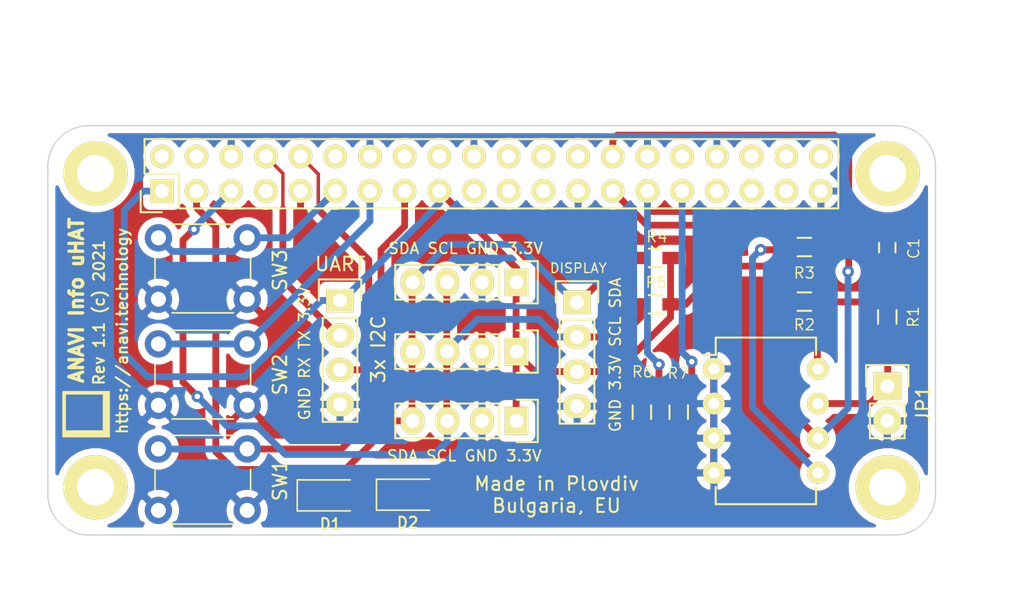
<source format=kicad_pcb>
(kicad_pcb (version 20171130) (host pcbnew 5.1.5+dfsg1-2build2)

  (general
    (thickness 1.6)
    (drawings 27)
    (tracks 220)
    (zones 0)
    (modules 26)
    (nets 18)
  )

  (page A4)
  (title_block
    (title "Anavi Infra pHAT")
    (date 2017-01-21)
    (company "Anavi Technology")
  )

  (layers
    (0 F.Cu signal)
    (31 B.Cu signal)
    (32 B.Adhes user)
    (33 F.Adhes user)
    (34 B.Paste user)
    (35 F.Paste user)
    (36 B.SilkS user)
    (37 F.SilkS user)
    (38 B.Mask user)
    (39 F.Mask user)
    (40 Dwgs.User user)
    (41 Cmts.User user)
    (42 Eco1.User user)
    (43 Eco2.User user)
    (44 Edge.Cuts user)
    (45 Margin user)
    (46 B.CrtYd user)
    (47 F.CrtYd user)
    (48 B.Fab user)
    (49 F.Fab user)
  )

  (setup
    (last_trace_width 0.5)
    (user_trace_width 0.254)
    (user_trace_width 0.5)
    (user_trace_width 0.754)
    (trace_clearance 0.254)
    (zone_clearance 0.508)
    (zone_45_only no)
    (trace_min 0.25)
    (via_size 0.85)
    (via_drill 0.4)
    (via_min_size 0.4)
    (via_min_drill 0.3)
    (uvia_size 0.35)
    (uvia_drill 0.1)
    (uvias_allowed no)
    (uvia_min_size 0.2)
    (uvia_min_drill 0.1)
    (edge_width 0.1)
    (segment_width 0.2)
    (pcb_text_width 0.3)
    (pcb_text_size 1.5 1.5)
    (mod_edge_width 0.15)
    (mod_text_size 1 1)
    (mod_text_width 0.15)
    (pad_size 4.7 4.7)
    (pad_drill 2.7)
    (pad_to_mask_clearance 0)
    (solder_mask_min_width 0.25)
    (aux_axis_origin 0 0)
    (visible_elements FFFFFF7F)
    (pcbplotparams
      (layerselection 0x010e0_ffffffff)
      (usegerberextensions true)
      (usegerberattributes false)
      (usegerberadvancedattributes false)
      (creategerberjobfile false)
      (excludeedgelayer true)
      (linewidth 0.100000)
      (plotframeref false)
      (viasonmask false)
      (mode 1)
      (useauxorigin false)
      (hpglpennumber 1)
      (hpglpenspeed 20)
      (hpglpendiameter 15.000000)
      (psnegative false)
      (psa4output false)
      (plotreference true)
      (plotvalue true)
      (plotinvisibletext false)
      (padsonsilk false)
      (subtractmaskfromsilk false)
      (outputformat 1)
      (mirror false)
      (drillshape 0)
      (scaleselection 1)
      (outputdirectory "plots/rev11/"))
  )

  (net 0 "")
  (net 1 +3V3)
  (net 2 GND)
  (net 3 +5V)
  (net 4 "Net-(JP1-Pad1)")
  (net 5 "Net-(R2-Pad2)")
  (net 6 "Net-(R3-Pad2)")
  (net 7 "Net-(R6-Pad2)")
  (net 8 "Net-(R7-Pad2)")
  (net 9 /TXD)
  (net 10 /RXD)
  (net 11 "Net-(RASP_CONN1-Pad13)")
  (net 12 "Net-(RASP_CONN1-Pad15)")
  (net 13 "Net-(RASP_CONN1-Pad11)")
  (net 14 "Net-(D1-Pad2)")
  (net 15 "Net-(D2-Pad2)")
  (net 16 "Net-(R4-Pad2)")
  (net 17 "Net-(R5-Pad2)")

  (net_class Default "This is the default net class."
    (clearance 0.254)
    (trace_width 0.5)
    (via_dia 0.85)
    (via_drill 0.4)
    (uvia_dia 0.35)
    (uvia_drill 0.1)
    (add_net +3V3)
    (add_net +5V)
    (add_net /RXD)
    (add_net /TXD)
    (add_net GND)
    (add_net "Net-(D1-Pad2)")
    (add_net "Net-(D2-Pad2)")
    (add_net "Net-(JP1-Pad1)")
    (add_net "Net-(R2-Pad2)")
    (add_net "Net-(R3-Pad2)")
    (add_net "Net-(R4-Pad2)")
    (add_net "Net-(R5-Pad2)")
    (add_net "Net-(R6-Pad2)")
    (add_net "Net-(R7-Pad2)")
    (add_net "Net-(RASP_CONN1-Pad11)")
    (add_net "Net-(RASP_CONN1-Pad13)")
    (add_net "Net-(RASP_CONN1-Pad15)")
  )

  (net_class vcc ""
    (clearance 0.254)
    (trace_width 1.5)
    (via_dia 0.85)
    (via_drill 0.4)
    (uvia_dia 0.35)
    (uvia_drill 0.1)
  )

  (module Capacitors_SMD:C_0603_HandSoldering (layer F.Cu) (tedit 588FBDB9) (tstamp 58831703)
    (at 209.97 83.94 90)
    (descr "Capacitor SMD 0603, hand soldering")
    (tags "capacitor 0603")
    (path /56FB5967)
    (attr smd)
    (fp_text reference C1 (at -0.06 1.93 90) (layer F.SilkS)
      (effects (font (size 0.8 0.8) (thickness 0.1)))
    )
    (fp_text value 0.1 (at 0 1.9 90) (layer F.Fab) hide
      (effects (font (size 1 1) (thickness 0.15)))
    )
    (fp_line (start -1.85 -0.75) (end 1.85 -0.75) (layer F.CrtYd) (width 0.05))
    (fp_line (start -1.85 0.75) (end 1.85 0.75) (layer F.CrtYd) (width 0.05))
    (fp_line (start -1.85 -0.75) (end -1.85 0.75) (layer F.CrtYd) (width 0.05))
    (fp_line (start 1.85 -0.75) (end 1.85 0.75) (layer F.CrtYd) (width 0.05))
    (fp_line (start -0.35 -0.6) (end 0.35 -0.6) (layer F.SilkS) (width 0.15))
    (fp_line (start 0.35 0.6) (end -0.35 0.6) (layer F.SilkS) (width 0.15))
    (pad 1 smd rect (at -0.95 0 90) (size 1.2 0.75) (layers F.Cu F.Paste F.Mask)
      (net 1 +3V3))
    (pad 2 smd rect (at 0.95 0 90) (size 1.2 0.75) (layers F.Cu F.Paste F.Mask)
      (net 2 GND))
    (model Capacitors_SMD.3dshapes/C_0603_HandSoldering.wrl
      (at (xyz 0 0 0))
      (scale (xyz 1 1 1))
      (rotate (xyz 0 0 0))
    )
  )

  (module Pin_Headers:Pin_Header_Straight_1x02 (layer F.Cu) (tedit 588FBD9A) (tstamp 5883171B)
    (at 209.97 94.1)
    (descr "Through hole pin header")
    (tags "pin header")
    (path /570C5478)
    (fp_text reference JP1 (at 2.63 1.3 90) (layer F.SilkS)
      (effects (font (size 1 1) (thickness 0.15)))
    )
    (fp_text value JUMPER (at 0 -3.1) (layer F.Fab) hide
      (effects (font (size 1 1) (thickness 0.15)))
    )
    (fp_line (start 1.27 1.27) (end 1.27 3.81) (layer F.SilkS) (width 0.15))
    (fp_line (start 1.55 -1.55) (end 1.55 0) (layer F.SilkS) (width 0.15))
    (fp_line (start -1.75 -1.75) (end -1.75 4.3) (layer F.CrtYd) (width 0.05))
    (fp_line (start 1.75 -1.75) (end 1.75 4.3) (layer F.CrtYd) (width 0.05))
    (fp_line (start -1.75 -1.75) (end 1.75 -1.75) (layer F.CrtYd) (width 0.05))
    (fp_line (start -1.75 4.3) (end 1.75 4.3) (layer F.CrtYd) (width 0.05))
    (fp_line (start 1.27 1.27) (end -1.27 1.27) (layer F.SilkS) (width 0.15))
    (fp_line (start -1.55 0) (end -1.55 -1.55) (layer F.SilkS) (width 0.15))
    (fp_line (start -1.55 -1.55) (end 1.55 -1.55) (layer F.SilkS) (width 0.15))
    (fp_line (start -1.27 1.27) (end -1.27 3.81) (layer F.SilkS) (width 0.15))
    (fp_line (start -1.27 3.81) (end 1.27 3.81) (layer F.SilkS) (width 0.15))
    (pad 1 thru_hole rect (at 0 0) (size 2.032 2.032) (drill 1.016) (layers *.Cu *.Mask F.SilkS)
      (net 4 "Net-(JP1-Pad1)"))
    (pad 2 thru_hole oval (at 0 2.54) (size 2.032 2.032) (drill 1.016) (layers *.Cu *.Mask F.SilkS)
      (net 2 GND))
    (model Pin_Headers.3dshapes/Pin_Header_Straight_1x02.wrl
      (offset (xyz 0 -1.269999980926514 0))
      (scale (xyz 1 1 1))
      (rotate (xyz 0 0 90))
    )
  )

  (module Resistors_SMD:R_0603_HandSoldering (layer F.Cu) (tedit 588FBDA0) (tstamp 58831728)
    (at 209.97 89.02 270)
    (descr "Resistor SMD 0603, hand soldering")
    (tags "resistor 0603")
    (path /56FB57DD)
    (attr smd)
    (fp_text reference R1 (at 0 -1.9 270) (layer F.SilkS)
      (effects (font (size 0.8 0.8) (thickness 0.1)))
    )
    (fp_text value 1K (at 0 1.9 270) (layer F.Fab) hide
      (effects (font (size 1 1) (thickness 0.15)))
    )
    (fp_line (start -2 -0.8) (end 2 -0.8) (layer F.CrtYd) (width 0.05))
    (fp_line (start -2 0.8) (end 2 0.8) (layer F.CrtYd) (width 0.05))
    (fp_line (start -2 -0.8) (end -2 0.8) (layer F.CrtYd) (width 0.05))
    (fp_line (start 2 -0.8) (end 2 0.8) (layer F.CrtYd) (width 0.05))
    (fp_line (start 0.5 0.675) (end -0.5 0.675) (layer F.SilkS) (width 0.15))
    (fp_line (start -0.5 -0.675) (end 0.5 -0.675) (layer F.SilkS) (width 0.15))
    (pad 1 smd rect (at -1.1 0 270) (size 1.2 0.9) (layers F.Cu F.Paste F.Mask)
      (net 1 +3V3))
    (pad 2 smd rect (at 1.1 0 270) (size 1.2 0.9) (layers F.Cu F.Paste F.Mask)
      (net 4 "Net-(JP1-Pad1)"))
    (model Resistors_SMD.3dshapes/R_0603_HandSoldering.wrl
      (at (xyz 0 0 0))
      (scale (xyz 1 1 1))
      (rotate (xyz 0 0 0))
    )
  )

  (module Resistors_SMD:R_0603_HandSoldering (layer F.Cu) (tedit 588FBDA5) (tstamp 5883172E)
    (at 203.9 87.9 180)
    (descr "Resistor SMD 0603, hand soldering")
    (tags "resistor 0603")
    (path /56FB589D)
    (attr smd)
    (fp_text reference R2 (at 0 -1.7 180) (layer F.SilkS)
      (effects (font (size 0.8 0.8) (thickness 0.1)))
    )
    (fp_text value 4.7K (at 0 1.9 180) (layer F.Fab) hide
      (effects (font (size 1 1) (thickness 0.15)))
    )
    (fp_line (start -2 -0.8) (end 2 -0.8) (layer F.CrtYd) (width 0.05))
    (fp_line (start -2 0.8) (end 2 0.8) (layer F.CrtYd) (width 0.05))
    (fp_line (start -2 -0.8) (end -2 0.8) (layer F.CrtYd) (width 0.05))
    (fp_line (start 2 -0.8) (end 2 0.8) (layer F.CrtYd) (width 0.05))
    (fp_line (start 0.5 0.675) (end -0.5 0.675) (layer F.SilkS) (width 0.15))
    (fp_line (start -0.5 -0.675) (end 0.5 -0.675) (layer F.SilkS) (width 0.15))
    (pad 1 smd rect (at -1.1 0 180) (size 1.2 0.9) (layers F.Cu F.Paste F.Mask)
      (net 1 +3V3))
    (pad 2 smd rect (at 1.1 0 180) (size 1.2 0.9) (layers F.Cu F.Paste F.Mask)
      (net 5 "Net-(R2-Pad2)"))
    (model Resistors_SMD.3dshapes/R_0603_HandSoldering.wrl
      (at (xyz 0 0 0))
      (scale (xyz 1 1 1))
      (rotate (xyz 0 0 0))
    )
  )

  (module Resistors_SMD:R_0603_HandSoldering (layer F.Cu) (tedit 588FBDAE) (tstamp 58831734)
    (at 203.9 83.9 180)
    (descr "Resistor SMD 0603, hand soldering")
    (tags "resistor 0603")
    (path /56FB5912)
    (attr smd)
    (fp_text reference R3 (at 0 -1.9 180) (layer F.SilkS)
      (effects (font (size 0.8 0.8) (thickness 0.1)))
    )
    (fp_text value 4.7K (at 0 1.9 180) (layer F.Fab) hide
      (effects (font (size 1 1) (thickness 0.15)))
    )
    (fp_line (start -2 -0.8) (end 2 -0.8) (layer F.CrtYd) (width 0.05))
    (fp_line (start -2 0.8) (end 2 0.8) (layer F.CrtYd) (width 0.05))
    (fp_line (start -2 -0.8) (end -2 0.8) (layer F.CrtYd) (width 0.05))
    (fp_line (start 2 -0.8) (end 2 0.8) (layer F.CrtYd) (width 0.05))
    (fp_line (start 0.5 0.675) (end -0.5 0.675) (layer F.SilkS) (width 0.15))
    (fp_line (start -0.5 -0.675) (end 0.5 -0.675) (layer F.SilkS) (width 0.15))
    (pad 1 smd rect (at -1.1 0 180) (size 1.2 0.9) (layers F.Cu F.Paste F.Mask)
      (net 1 +3V3))
    (pad 2 smd rect (at 1.1 0 180) (size 1.2 0.9) (layers F.Cu F.Paste F.Mask)
      (net 6 "Net-(R3-Pad2)"))
    (model Resistors_SMD.3dshapes/R_0603_HandSoldering.wrl
      (at (xyz 0 0 0))
      (scale (xyz 1 1 1))
      (rotate (xyz 0 0 0))
    )
  )

  (module Pin_Headers:Pin_Header_Straight_2x20 (layer F.Cu) (tedit 588FBD82) (tstamp 58831778)
    (at 156.85 79.8 90)
    (descr "Through hole pin header")
    (tags "pin header")
    (path /56FB7C7A)
    (fp_text reference RASP_CONN1 (at 0 -5.1 90) (layer F.SilkS) hide
      (effects (font (size 1 1) (thickness 0.15)))
    )
    (fp_text value Raspberry_PI (at 0 -3.1 90) (layer F.Fab) hide
      (effects (font (size 1 1) (thickness 0.15)))
    )
    (fp_line (start -1.75 -1.75) (end -1.75 50.05) (layer F.CrtYd) (width 0.05))
    (fp_line (start 4.3 -1.75) (end 4.3 50.05) (layer F.CrtYd) (width 0.05))
    (fp_line (start -1.75 -1.75) (end 4.3 -1.75) (layer F.CrtYd) (width 0.05))
    (fp_line (start -1.75 50.05) (end 4.3 50.05) (layer F.CrtYd) (width 0.05))
    (fp_line (start 3.81 49.53) (end 3.81 -1.27) (layer F.SilkS) (width 0.15))
    (fp_line (start -1.27 1.27) (end -1.27 49.53) (layer F.SilkS) (width 0.15))
    (fp_line (start 3.81 49.53) (end -1.27 49.53) (layer F.SilkS) (width 0.15))
    (fp_line (start 3.81 -1.27) (end 1.27 -1.27) (layer F.SilkS) (width 0.15))
    (fp_line (start 0 -1.55) (end -1.55 -1.55) (layer F.SilkS) (width 0.15))
    (fp_line (start 1.27 -1.27) (end 1.27 1.27) (layer F.SilkS) (width 0.15))
    (fp_line (start 1.27 1.27) (end -1.27 1.27) (layer F.SilkS) (width 0.15))
    (fp_line (start -1.55 -1.55) (end -1.55 0) (layer F.SilkS) (width 0.15))
    (pad 1 thru_hole rect (at 0 0 90) (size 1.7272 1.7272) (drill 1.016) (layers *.Cu *.Mask F.SilkS)
      (net 1 +3V3))
    (pad 2 thru_hole oval (at 2.54 0 90) (size 1.7272 1.7272) (drill 1.016) (layers *.Cu *.Mask F.SilkS)
      (net 3 +5V))
    (pad 3 thru_hole oval (at 0 2.54 90) (size 1.7272 1.7272) (drill 1.016) (layers *.Cu *.Mask F.SilkS)
      (net 16 "Net-(R4-Pad2)"))
    (pad 4 thru_hole oval (at 2.54 2.54 90) (size 1.7272 1.7272) (drill 1.016) (layers *.Cu *.Mask F.SilkS)
      (net 3 +5V))
    (pad 5 thru_hole oval (at 0 5.08 90) (size 1.7272 1.7272) (drill 1.016) (layers *.Cu *.Mask F.SilkS)
      (net 17 "Net-(R5-Pad2)"))
    (pad 6 thru_hole oval (at 2.54 5.08 90) (size 1.7272 1.7272) (drill 1.016) (layers *.Cu *.Mask F.SilkS)
      (net 2 GND))
    (pad 7 thru_hole oval (at 0 7.62 90) (size 1.7272 1.7272) (drill 1.016) (layers *.Cu *.Mask F.SilkS))
    (pad 8 thru_hole oval (at 2.54 7.62 90) (size 1.7272 1.7272) (drill 1.016) (layers *.Cu *.Mask F.SilkS)
      (net 9 /TXD))
    (pad 9 thru_hole oval (at 0 10.16 90) (size 1.7272 1.7272) (drill 1.016) (layers *.Cu *.Mask F.SilkS)
      (net 2 GND))
    (pad 10 thru_hole oval (at 2.54 10.16 90) (size 1.7272 1.7272) (drill 1.016) (layers *.Cu *.Mask F.SilkS)
      (net 10 /RXD))
    (pad 11 thru_hole oval (at 0 12.7 90) (size 1.7272 1.7272) (drill 1.016) (layers *.Cu *.Mask F.SilkS)
      (net 13 "Net-(RASP_CONN1-Pad11)"))
    (pad 12 thru_hole oval (at 2.54 12.7 90) (size 1.7272 1.7272) (drill 1.016) (layers *.Cu *.Mask F.SilkS))
    (pad 13 thru_hole oval (at 0 15.24 90) (size 1.7272 1.7272) (drill 1.016) (layers *.Cu *.Mask F.SilkS)
      (net 11 "Net-(RASP_CONN1-Pad13)"))
    (pad 14 thru_hole oval (at 2.54 15.24 90) (size 1.7272 1.7272) (drill 1.016) (layers *.Cu *.Mask F.SilkS)
      (net 2 GND))
    (pad 15 thru_hole oval (at 0 17.78 90) (size 1.7272 1.7272) (drill 1.016) (layers *.Cu *.Mask F.SilkS)
      (net 12 "Net-(RASP_CONN1-Pad15)"))
    (pad 16 thru_hole oval (at 2.54 17.78 90) (size 1.7272 1.7272) (drill 1.016) (layers *.Cu *.Mask F.SilkS))
    (pad 17 thru_hole oval (at 0 20.32 90) (size 1.7272 1.7272) (drill 1.016) (layers *.Cu *.Mask F.SilkS)
      (net 1 +3V3))
    (pad 18 thru_hole oval (at 2.54 20.32 90) (size 1.7272 1.7272) (drill 1.016) (layers *.Cu *.Mask F.SilkS))
    (pad 19 thru_hole oval (at 0 22.86 90) (size 1.7272 1.7272) (drill 1.016) (layers *.Cu *.Mask F.SilkS))
    (pad 20 thru_hole oval (at 2.54 22.86 90) (size 1.7272 1.7272) (drill 1.016) (layers *.Cu *.Mask F.SilkS)
      (net 2 GND))
    (pad 21 thru_hole oval (at 0 25.4 90) (size 1.7272 1.7272) (drill 1.016) (layers *.Cu *.Mask F.SilkS))
    (pad 22 thru_hole oval (at 2.54 25.4 90) (size 1.7272 1.7272) (drill 1.016) (layers *.Cu *.Mask F.SilkS))
    (pad 23 thru_hole oval (at 0 27.94 90) (size 1.7272 1.7272) (drill 1.016) (layers *.Cu *.Mask F.SilkS))
    (pad 24 thru_hole oval (at 2.54 27.94 90) (size 1.7272 1.7272) (drill 1.016) (layers *.Cu *.Mask F.SilkS))
    (pad 25 thru_hole oval (at 0 30.48 90) (size 1.7272 1.7272) (drill 1.016) (layers *.Cu *.Mask F.SilkS)
      (net 2 GND))
    (pad 26 thru_hole oval (at 2.54 30.48 90) (size 1.7272 1.7272) (drill 1.016) (layers *.Cu *.Mask F.SilkS))
    (pad 27 thru_hole oval (at 0 33.02 90) (size 1.7272 1.7272) (drill 1.016) (layers *.Cu *.Mask F.SilkS)
      (net 6 "Net-(R3-Pad2)"))
    (pad 28 thru_hole oval (at 2.54 33.02 90) (size 1.7272 1.7272) (drill 1.016) (layers *.Cu *.Mask F.SilkS)
      (net 5 "Net-(R2-Pad2)"))
    (pad 29 thru_hole oval (at 0 35.56 90) (size 1.7272 1.7272) (drill 1.016) (layers *.Cu *.Mask F.SilkS)
      (net 7 "Net-(R6-Pad2)"))
    (pad 30 thru_hole oval (at 2.54 35.56 90) (size 1.7272 1.7272) (drill 1.016) (layers *.Cu *.Mask F.SilkS)
      (net 2 GND))
    (pad 31 thru_hole oval (at 0 38.1 90) (size 1.7272 1.7272) (drill 1.016) (layers *.Cu *.Mask F.SilkS)
      (net 8 "Net-(R7-Pad2)"))
    (pad 32 thru_hole oval (at 2.54 38.1 90) (size 1.7272 1.7272) (drill 1.016) (layers *.Cu *.Mask F.SilkS))
    (pad 33 thru_hole oval (at 0 40.64 90) (size 1.7272 1.7272) (drill 1.016) (layers *.Cu *.Mask F.SilkS))
    (pad 34 thru_hole oval (at 2.54 40.64 90) (size 1.7272 1.7272) (drill 1.016) (layers *.Cu *.Mask F.SilkS)
      (net 2 GND))
    (pad 35 thru_hole oval (at 0 43.18 90) (size 1.7272 1.7272) (drill 1.016) (layers *.Cu *.Mask F.SilkS))
    (pad 36 thru_hole oval (at 2.54 43.18 90) (size 1.7272 1.7272) (drill 1.016) (layers *.Cu *.Mask F.SilkS))
    (pad 37 thru_hole oval (at 0 45.72 90) (size 1.7272 1.7272) (drill 1.016) (layers *.Cu *.Mask F.SilkS))
    (pad 38 thru_hole oval (at 2.54 45.72 90) (size 1.7272 1.7272) (drill 1.016) (layers *.Cu *.Mask F.SilkS))
    (pad 39 thru_hole oval (at 0 48.26 90) (size 1.7272 1.7272) (drill 1.016) (layers *.Cu *.Mask F.SilkS)
      (net 2 GND))
    (pad 40 thru_hole oval (at 2.54 48.26 90) (size 1.7272 1.7272) (drill 1.016) (layers *.Cu *.Mask F.SilkS))
    (model Pin_Headers.3dshapes/Pin_Header_Straight_2x20.wrl
      (offset (xyz 1.269999980926514 -24.12999963760376 0))
      (scale (xyz 1 1 1))
      (rotate (xyz 0 0 90))
    )
  )

  (module Pin_Headers:Pin_Header_Straight_1x04 (layer F.Cu) (tedit 588FBD3A) (tstamp 5E278DE0)
    (at 182.83 96.64 270)
    (descr "Through hole pin header")
    (tags "pin header")
    (path /5704A9C3)
    (fp_text reference SENS1 (at 0 -5.1 270) (layer F.SilkS) hide
      (effects (font (size 1 1) (thickness 0.15)))
    )
    (fp_text value I2C_SENS_1 (at 0 -3.1 270) (layer F.Fab) hide
      (effects (font (size 1 1) (thickness 0.15)))
    )
    (fp_line (start -1.75 -1.75) (end -1.75 9.4) (layer F.CrtYd) (width 0.05))
    (fp_line (start 1.75 -1.75) (end 1.75 9.4) (layer F.CrtYd) (width 0.05))
    (fp_line (start -1.75 -1.75) (end 1.75 -1.75) (layer F.CrtYd) (width 0.05))
    (fp_line (start -1.75 9.4) (end 1.75 9.4) (layer F.CrtYd) (width 0.05))
    (fp_line (start -1.27 1.27) (end -1.27 8.89) (layer F.SilkS) (width 0.15))
    (fp_line (start 1.27 1.27) (end 1.27 8.89) (layer F.SilkS) (width 0.15))
    (fp_line (start 1.55 -1.55) (end 1.55 0) (layer F.SilkS) (width 0.15))
    (fp_line (start -1.27 8.89) (end 1.27 8.89) (layer F.SilkS) (width 0.15))
    (fp_line (start 1.27 1.27) (end -1.27 1.27) (layer F.SilkS) (width 0.15))
    (fp_line (start -1.55 0) (end -1.55 -1.55) (layer F.SilkS) (width 0.15))
    (fp_line (start -1.55 -1.55) (end 1.55 -1.55) (layer F.SilkS) (width 0.15))
    (pad 1 thru_hole rect (at 0 0 270) (size 2.032 1.7272) (drill 1.016) (layers *.Cu *.Mask F.SilkS)
      (net 1 +3V3))
    (pad 2 thru_hole oval (at 0 2.54 270) (size 2.032 1.7272) (drill 1.016) (layers *.Cu *.Mask F.SilkS)
      (net 2 GND))
    (pad 3 thru_hole oval (at 0 5.08 270) (size 2.032 1.7272) (drill 1.016) (layers *.Cu *.Mask F.SilkS)
      (net 17 "Net-(R5-Pad2)"))
    (pad 4 thru_hole oval (at 0 7.62 270) (size 2.032 1.7272) (drill 1.016) (layers *.Cu *.Mask F.SilkS)
      (net 16 "Net-(R4-Pad2)"))
    (model Pin_Headers.3dshapes/Pin_Header_Straight_1x04.wrl
      (offset (xyz 0 -3.809999942779541 0))
      (scale (xyz 1 1 1))
      (rotate (xyz 0 0 90))
    )
  )

  (module Pin_Headers:Pin_Header_Straight_1x04 (layer F.Cu) (tedit 588FBD33) (tstamp 5E278D68)
    (at 182.83 91.56 270)
    (descr "Through hole pin header")
    (tags "pin header")
    (path /5752A123)
    (fp_text reference SENS2 (at 0 -5.1 270) (layer F.SilkS) hide
      (effects (font (size 1 1) (thickness 0.15)))
    )
    (fp_text value I2C_SENS_1 (at 0 -3.1 270) (layer F.Fab) hide
      (effects (font (size 1 1) (thickness 0.15)))
    )
    (fp_line (start -1.75 -1.75) (end -1.75 9.4) (layer F.CrtYd) (width 0.05))
    (fp_line (start 1.75 -1.75) (end 1.75 9.4) (layer F.CrtYd) (width 0.05))
    (fp_line (start -1.75 -1.75) (end 1.75 -1.75) (layer F.CrtYd) (width 0.05))
    (fp_line (start -1.75 9.4) (end 1.75 9.4) (layer F.CrtYd) (width 0.05))
    (fp_line (start -1.27 1.27) (end -1.27 8.89) (layer F.SilkS) (width 0.15))
    (fp_line (start 1.27 1.27) (end 1.27 8.89) (layer F.SilkS) (width 0.15))
    (fp_line (start 1.55 -1.55) (end 1.55 0) (layer F.SilkS) (width 0.15))
    (fp_line (start -1.27 8.89) (end 1.27 8.89) (layer F.SilkS) (width 0.15))
    (fp_line (start 1.27 1.27) (end -1.27 1.27) (layer F.SilkS) (width 0.15))
    (fp_line (start -1.55 0) (end -1.55 -1.55) (layer F.SilkS) (width 0.15))
    (fp_line (start -1.55 -1.55) (end 1.55 -1.55) (layer F.SilkS) (width 0.15))
    (pad 1 thru_hole rect (at 0 0 270) (size 2.032 1.7272) (drill 1.016) (layers *.Cu *.Mask F.SilkS)
      (net 1 +3V3))
    (pad 2 thru_hole oval (at 0 2.54 270) (size 2.032 1.7272) (drill 1.016) (layers *.Cu *.Mask F.SilkS)
      (net 2 GND))
    (pad 3 thru_hole oval (at 0 5.08 270) (size 2.032 1.7272) (drill 1.016) (layers *.Cu *.Mask F.SilkS)
      (net 17 "Net-(R5-Pad2)"))
    (pad 4 thru_hole oval (at 0 7.62 270) (size 2.032 1.7272) (drill 1.016) (layers *.Cu *.Mask F.SilkS)
      (net 16 "Net-(R4-Pad2)"))
    (model Pin_Headers.3dshapes/Pin_Header_Straight_1x04.wrl
      (offset (xyz 0 -3.809999942779541 0))
      (scale (xyz 1 1 1))
      (rotate (xyz 0 0 90))
    )
  )

  (module Pin_Headers:Pin_Header_Straight_1x04 (layer F.Cu) (tedit 588FBD12) (tstamp 5E278DA4)
    (at 182.83 86.48 270)
    (descr "Through hole pin header")
    (tags "pin header")
    (path /5752A2F7)
    (fp_text reference SENS3 (at 0 -5.1 270) (layer F.SilkS) hide
      (effects (font (size 1 1) (thickness 0.15)))
    )
    (fp_text value I2C_SENS_1 (at 0 -3.1 270) (layer F.Fab) hide
      (effects (font (size 1 1) (thickness 0.15)))
    )
    (fp_line (start -1.75 -1.75) (end -1.75 9.4) (layer F.CrtYd) (width 0.05))
    (fp_line (start 1.75 -1.75) (end 1.75 9.4) (layer F.CrtYd) (width 0.05))
    (fp_line (start -1.75 -1.75) (end 1.75 -1.75) (layer F.CrtYd) (width 0.05))
    (fp_line (start -1.75 9.4) (end 1.75 9.4) (layer F.CrtYd) (width 0.05))
    (fp_line (start -1.27 1.27) (end -1.27 8.89) (layer F.SilkS) (width 0.15))
    (fp_line (start 1.27 1.27) (end 1.27 8.89) (layer F.SilkS) (width 0.15))
    (fp_line (start 1.55 -1.55) (end 1.55 0) (layer F.SilkS) (width 0.15))
    (fp_line (start -1.27 8.89) (end 1.27 8.89) (layer F.SilkS) (width 0.15))
    (fp_line (start 1.27 1.27) (end -1.27 1.27) (layer F.SilkS) (width 0.15))
    (fp_line (start -1.55 0) (end -1.55 -1.55) (layer F.SilkS) (width 0.15))
    (fp_line (start -1.55 -1.55) (end 1.55 -1.55) (layer F.SilkS) (width 0.15))
    (pad 1 thru_hole rect (at 0 0 270) (size 2.032 1.7272) (drill 1.016) (layers *.Cu *.Mask F.SilkS)
      (net 1 +3V3))
    (pad 2 thru_hole oval (at 0 2.54 270) (size 2.032 1.7272) (drill 1.016) (layers *.Cu *.Mask F.SilkS)
      (net 2 GND))
    (pad 3 thru_hole oval (at 0 5.08 270) (size 2.032 1.7272) (drill 1.016) (layers *.Cu *.Mask F.SilkS)
      (net 17 "Net-(R5-Pad2)"))
    (pad 4 thru_hole oval (at 0 7.62 270) (size 2.032 1.7272) (drill 1.016) (layers *.Cu *.Mask F.SilkS)
      (net 16 "Net-(R4-Pad2)"))
    (model Pin_Headers.3dshapes/Pin_Header_Straight_1x04.wrl
      (offset (xyz 0 -3.809999942779541 0))
      (scale (xyz 1 1 1))
      (rotate (xyz 0 0 90))
    )
  )

  (module Housings_DIP:DIP-8_W7.62mm (layer F.Cu) (tedit 588FBD0C) (tstamp 5883179C)
    (at 197.27 92.83)
    (descr "8-lead dip package, row spacing 7.62 mm (300 mils)")
    (tags "dil dip 2.54 300")
    (path /56FB5761)
    (fp_text reference U1 (at 0 -5.22) (layer F.SilkS) hide
      (effects (font (size 1 1) (thickness 0.15)))
    )
    (fp_text value CAT24C32WI-GT3 (at 0 -3.72) (layer F.Fab) hide
      (effects (font (size 1 1) (thickness 0.15)))
    )
    (fp_line (start -1.05 -2.45) (end -1.05 10.1) (layer F.CrtYd) (width 0.05))
    (fp_line (start 8.65 -2.45) (end 8.65 10.1) (layer F.CrtYd) (width 0.05))
    (fp_line (start -1.05 -2.45) (end 8.65 -2.45) (layer F.CrtYd) (width 0.05))
    (fp_line (start -1.05 10.1) (end 8.65 10.1) (layer F.CrtYd) (width 0.05))
    (fp_line (start 0.135 -2.295) (end 0.135 -1.025) (layer F.SilkS) (width 0.15))
    (fp_line (start 7.485 -2.295) (end 7.485 -1.025) (layer F.SilkS) (width 0.15))
    (fp_line (start 7.485 9.915) (end 7.485 8.645) (layer F.SilkS) (width 0.15))
    (fp_line (start 0.135 9.915) (end 0.135 8.645) (layer F.SilkS) (width 0.15))
    (fp_line (start 0.135 -2.295) (end 7.485 -2.295) (layer F.SilkS) (width 0.15))
    (fp_line (start 0.135 9.915) (end 7.485 9.915) (layer F.SilkS) (width 0.15))
    (fp_line (start 0.135 -1.025) (end -0.8 -1.025) (layer F.SilkS) (width 0.15))
    (pad 1 thru_hole oval (at 0 0) (size 1.6 1.6) (drill 0.8) (layers *.Cu *.Mask F.SilkS)
      (net 2 GND))
    (pad 2 thru_hole oval (at 0 2.54) (size 1.6 1.6) (drill 0.8) (layers *.Cu *.Mask F.SilkS)
      (net 2 GND))
    (pad 3 thru_hole oval (at 0 5.08) (size 1.6 1.6) (drill 0.8) (layers *.Cu *.Mask F.SilkS)
      (net 2 GND))
    (pad 4 thru_hole oval (at 0 7.62) (size 1.6 1.6) (drill 0.8) (layers *.Cu *.Mask F.SilkS)
      (net 2 GND))
    (pad 5 thru_hole oval (at 7.62 7.62) (size 1.6 1.6) (drill 0.8) (layers *.Cu *.Mask F.SilkS)
      (net 6 "Net-(R3-Pad2)"))
    (pad 6 thru_hole oval (at 7.62 5.08) (size 1.6 1.6) (drill 0.8) (layers *.Cu *.Mask F.SilkS)
      (net 5 "Net-(R2-Pad2)"))
    (pad 7 thru_hole oval (at 7.62 2.54) (size 1.6 1.6) (drill 0.8) (layers *.Cu *.Mask F.SilkS)
      (net 4 "Net-(JP1-Pad1)"))
    (pad 8 thru_hole oval (at 7.62 0) (size 1.6 1.6) (drill 0.8) (layers *.Cu *.Mask F.SilkS)
      (net 1 +3V3))
    (model Housings_DIP.3dshapes/DIP-8_W7.62mm.wrl
      (at (xyz 0 0 0))
      (scale (xyz 1 1 1))
      (rotate (xyz 0 0 0))
    )
  )

  (module Mounting_Holes:MountingHole_2.7mm_M2.5_DIN965_Pad (layer F.Cu) (tedit 588FBCDB) (tstamp 588C38C3)
    (at 152 78.5)
    (descr "Mounting Hole 2.7mm, M2.5, DIN965")
    (tags "mounting hole 2.7mm m2.5 din965")
    (fp_text reference REF1 (at 0 -3.35) (layer F.SilkS) hide
      (effects (font (size 1 1) (thickness 0.15)))
    )
    (fp_text value MountingHole_2.7mm_M2.5_DIN965_Pad (at 0 3.35) (layer F.Fab) hide
      (effects (font (size 1 1) (thickness 0.15)))
    )
    (fp_circle (center 0 0) (end 2.35 0) (layer Cmts.User) (width 0.15))
    (fp_circle (center 0 0) (end 2.6 0) (layer F.CrtYd) (width 0.05))
    (pad 1 thru_hole circle (at 0 0) (size 4.7 4.7) (drill 2.7) (layers *.Cu *.Mask F.SilkS))
  )

  (module Mounting_Holes:MountingHole_2.7mm_M2.5_DIN965_Pad (layer F.Cu) (tedit 588FBCD6) (tstamp 588C38D0)
    (at 210 78.5)
    (descr "Mounting Hole 2.7mm, M2.5, DIN965")
    (tags "mounting hole 2.7mm m2.5 din965")
    (fp_text reference REF2 (at 0 -3.35) (layer F.SilkS) hide
      (effects (font (size 1 1) (thickness 0.15)))
    )
    (fp_text value MountingHole_2.7mm_M2.5_DIN965_Pad (at 0 3.35) (layer F.Fab) hide
      (effects (font (size 1 1) (thickness 0.15)))
    )
    (fp_circle (center 0 0) (end 2.35 0) (layer Cmts.User) (width 0.15))
    (fp_circle (center 0 0) (end 2.6 0) (layer F.CrtYd) (width 0.05))
    (pad 2 thru_hole circle (at 0 0) (size 4.7 4.7) (drill 2.7) (layers *.Cu *.Mask F.SilkS))
  )

  (module Mounting_Holes:MountingHole_2.7mm_M2.5_DIN965_Pad (layer F.Cu) (tedit 588FBCC1) (tstamp 588C398A)
    (at 210 101.5)
    (descr "Mounting Hole 2.7mm, M2.5, DIN965")
    (tags "mounting hole 2.7mm m2.5 din965")
    (fp_text reference REF3 (at 0 -3.35) (layer F.SilkS) hide
      (effects (font (size 1 1) (thickness 0.15)))
    )
    (fp_text value MountingHole_2.7mm_M2.5_DIN965_Pad (at 0 3.35) (layer F.Fab) hide
      (effects (font (size 1 1) (thickness 0.15)))
    )
    (fp_circle (center 0 0) (end 2.35 0) (layer Cmts.User) (width 0.15))
    (fp_circle (center 0 0) (end 2.6 0) (layer F.CrtYd) (width 0.05))
    (pad 3 thru_hole circle (at 0 0) (size 4.7 4.7) (drill 2.7) (layers *.Cu *.Mask F.SilkS))
  )

  (module Mounting_Holes:MountingHole_2.7mm_M2.5_DIN965_Pad (layer F.Cu) (tedit 588FBCE4) (tstamp 588C39A5)
    (at 152 101.5)
    (descr "Mounting Hole 2.7mm, M2.5, DIN965")
    (tags "mounting hole 2.7mm m2.5 din965")
    (fp_text reference REF4 (at 0 -3.35) (layer F.SilkS) hide
      (effects (font (size 1 1) (thickness 0.15)))
    )
    (fp_text value MountingHole_2.7mm_M2.5_DIN965_Pad (at 0 3.35) (layer F.Fab) hide
      (effects (font (size 1 1) (thickness 0.15)))
    )
    (fp_circle (center 0 0) (end 2.35 0) (layer Cmts.User) (width 0.15))
    (fp_circle (center 0 0) (end 2.6 0) (layer F.CrtYd) (width 0.05))
    (pad 4 thru_hole circle (at 0 0) (size 4.7 4.7) (drill 2.7) (layers *.Cu *.Mask F.SilkS))
  )

  (module logo:anavi-logo (layer F.Cu) (tedit 588538F6) (tstamp 60D2BD4A)
    (at 151.35 96.15 90)
    (fp_text reference "" (at 0 0 90) (layer F.SilkS) hide
      (effects (font (size 1.524 1.524) (thickness 0.3)))
    )
    (fp_text value LOGO (at 0.75 0 90) (layer F.SilkS) hide
      (effects (font (size 1.524 1.524) (thickness 0.3)))
    )
    (fp_poly (pts (xy 1.693334 1.693334) (xy -1.693333 1.693334) (xy -1.693333 -1.524) (xy -1.185333 -1.524)
      (xy -1.185333 1.185334) (xy 1.439334 1.185334) (xy 1.439334 -1.524) (xy -1.185333 -1.524)
      (xy -1.693333 -1.524) (xy -1.693333 -1.778) (xy 1.693334 -1.778) (xy 1.693334 1.693334)) (layer F.SilkS) (width 0.01))
  )

  (module Resistors_SMD:R_0603_HandSoldering (layer F.Cu) (tedit 5418A00F) (tstamp 5E279829)
    (at 193 84.7 180)
    (descr "Resistor SMD 0603, hand soldering")
    (tags "resistor 0603")
    (path /570C0762)
    (attr smd)
    (fp_text reference R4 (at -0.1 1.55 180) (layer F.SilkS)
      (effects (font (size 0.8 0.8) (thickness 0.1)))
    )
    (fp_text value 4.7K (at -2.6 -1.65 180) (layer F.Fab)
      (effects (font (size 1 1) (thickness 0.15)))
    )
    (fp_line (start -0.5 -0.675) (end 0.5 -0.675) (layer F.SilkS) (width 0.15))
    (fp_line (start 0.5 0.675) (end -0.5 0.675) (layer F.SilkS) (width 0.15))
    (fp_line (start 2 -0.8) (end 2 0.8) (layer F.CrtYd) (width 0.05))
    (fp_line (start -2 -0.8) (end -2 0.8) (layer F.CrtYd) (width 0.05))
    (fp_line (start -2 0.8) (end 2 0.8) (layer F.CrtYd) (width 0.05))
    (fp_line (start -2 -0.8) (end 2 -0.8) (layer F.CrtYd) (width 0.05))
    (pad 2 smd rect (at 1.1 0 180) (size 1.2 0.9) (layers F.Cu F.Paste F.Mask)
      (net 16 "Net-(R4-Pad2)"))
    (pad 1 smd rect (at -1.1 0 180) (size 1.2 0.9) (layers F.Cu F.Paste F.Mask)
      (net 1 +3V3))
    (model Resistors_SMD.3dshapes/R_0603_HandSoldering.wrl
      (at (xyz 0 0 0))
      (scale (xyz 1 1 1))
      (rotate (xyz 0 0 0))
    )
  )

  (module Resistors_SMD:R_0603_HandSoldering (layer F.Cu) (tedit 5418A00F) (tstamp 5E278287)
    (at 193 88.1 180)
    (descr "Resistor SMD 0603, hand soldering")
    (tags "resistor 0603")
    (path /570C0BD5)
    (attr smd)
    (fp_text reference R5 (at -0.05 1.6 180) (layer F.SilkS)
      (effects (font (size 0.8 0.8) (thickness 0.1)))
    )
    (fp_text value 4.7K (at -1.7 -1.6 180) (layer F.Fab)
      (effects (font (size 1 1) (thickness 0.15)))
    )
    (fp_line (start -2 -0.8) (end 2 -0.8) (layer F.CrtYd) (width 0.05))
    (fp_line (start -2 0.8) (end 2 0.8) (layer F.CrtYd) (width 0.05))
    (fp_line (start -2 -0.8) (end -2 0.8) (layer F.CrtYd) (width 0.05))
    (fp_line (start 2 -0.8) (end 2 0.8) (layer F.CrtYd) (width 0.05))
    (fp_line (start 0.5 0.675) (end -0.5 0.675) (layer F.SilkS) (width 0.15))
    (fp_line (start -0.5 -0.675) (end 0.5 -0.675) (layer F.SilkS) (width 0.15))
    (pad 1 smd rect (at -1.1 0 180) (size 1.2 0.9) (layers F.Cu F.Paste F.Mask)
      (net 1 +3V3))
    (pad 2 smd rect (at 1.1 0 180) (size 1.2 0.9) (layers F.Cu F.Paste F.Mask)
      (net 17 "Net-(R5-Pad2)"))
    (model Resistors_SMD.3dshapes/R_0603_HandSoldering.wrl
      (at (xyz 0 0 0))
      (scale (xyz 1 1 1))
      (rotate (xyz 0 0 0))
    )
  )

  (module Pin_Headers:Pin_Header_Straight_1x04 (layer F.Cu) (tedit 5E278505) (tstamp 5E27829A)
    (at 187.25 87.95)
    (descr "Through hole pin header")
    (tags "pin header")
    (path /5E288893)
    (fp_text reference DISPLAY (at 0.1 -2.5) (layer F.SilkS)
      (effects (font (size 0.7 0.7) (thickness 0.1)))
    )
    (fp_text value DISPLAY1 (at 2.775 1.675 90) (layer F.Fab) hide
      (effects (font (size 1 1) (thickness 0.15)))
    )
    (fp_line (start -1.55 -1.55) (end 1.55 -1.55) (layer F.SilkS) (width 0.15))
    (fp_line (start -1.55 0) (end -1.55 -1.55) (layer F.SilkS) (width 0.15))
    (fp_line (start 1.27 1.27) (end -1.27 1.27) (layer F.SilkS) (width 0.15))
    (fp_line (start -1.27 8.89) (end 1.27 8.89) (layer F.SilkS) (width 0.15))
    (fp_line (start 1.55 -1.55) (end 1.55 0) (layer F.SilkS) (width 0.15))
    (fp_line (start 1.27 1.27) (end 1.27 8.89) (layer F.SilkS) (width 0.15))
    (fp_line (start -1.27 1.27) (end -1.27 8.89) (layer F.SilkS) (width 0.15))
    (fp_line (start -1.75 9.4) (end 1.75 9.4) (layer F.CrtYd) (width 0.05))
    (fp_line (start -1.75 -1.75) (end 1.75 -1.75) (layer F.CrtYd) (width 0.05))
    (fp_line (start 1.75 -1.75) (end 1.75 9.4) (layer F.CrtYd) (width 0.05))
    (fp_line (start -1.75 -1.75) (end -1.75 9.4) (layer F.CrtYd) (width 0.05))
    (pad 4 thru_hole oval (at 0 7.62) (size 2.032 1.7272) (drill 1.016) (layers *.Cu *.Mask F.SilkS)
      (net 2 GND))
    (pad 3 thru_hole oval (at 0 5.08) (size 2.032 1.7272) (drill 1.016) (layers *.Cu *.Mask F.SilkS)
      (net 1 +3V3))
    (pad 2 thru_hole oval (at 0 2.54) (size 2.032 1.7272) (drill 1.016) (layers *.Cu *.Mask F.SilkS)
      (net 17 "Net-(R5-Pad2)"))
    (pad 1 thru_hole rect (at 0 0) (size 2.032 1.7272) (drill 1.016) (layers *.Cu *.Mask F.SilkS)
      (net 16 "Net-(R4-Pad2)"))
    (model Pin_Headers.3dshapes/Pin_Header_Straight_1x04.wrl
      (offset (xyz 0 -3.809999942779541 0))
      (scale (xyz 1 1 1))
      (rotate (xyz 0 0 90))
    )
  )

  (module Buttons_Switches_ThroughHole:SW_PUSH_6mm_h4.3mm (layer F.Cu) (tedit 5E2785C4) (tstamp 5E279523)
    (at 156.6 83.225)
    (descr "tactile push button, 6x6mm e.g. PHAP33xx series, height=4.3mm")
    (tags "tact sw push 6mm")
    (path /5E29052A)
    (fp_text reference SW3 (at 8.9 2.375 90) (layer F.SilkS)
      (effects (font (size 1 1) (thickness 0.15)))
    )
    (fp_text value SW_DIP_x01 (at 3.75 6.7) (layer F.Fab) hide
      (effects (font (size 1 1) (thickness 0.15)))
    )
    (fp_text user %R (at 3.25 2.25) (layer F.Fab)
      (effects (font (size 1 1) (thickness 0.15)))
    )
    (fp_line (start 3.25 -0.75) (end 6.25 -0.75) (layer F.Fab) (width 0.1))
    (fp_line (start 6.25 -0.75) (end 6.25 5.25) (layer F.Fab) (width 0.1))
    (fp_line (start 6.25 5.25) (end 0.25 5.25) (layer F.Fab) (width 0.1))
    (fp_line (start 0.25 5.25) (end 0.25 -0.75) (layer F.Fab) (width 0.1))
    (fp_line (start 0.25 -0.75) (end 3.25 -0.75) (layer F.Fab) (width 0.1))
    (fp_line (start 7.75 6) (end 8 6) (layer F.CrtYd) (width 0.05))
    (fp_line (start 8 6) (end 8 5.75) (layer F.CrtYd) (width 0.05))
    (fp_line (start 7.75 -1.5) (end 8 -1.5) (layer F.CrtYd) (width 0.05))
    (fp_line (start 8 -1.5) (end 8 -1.25) (layer F.CrtYd) (width 0.05))
    (fp_line (start -1.5 -1.25) (end -1.5 -1.5) (layer F.CrtYd) (width 0.05))
    (fp_line (start -1.5 -1.5) (end -1.25 -1.5) (layer F.CrtYd) (width 0.05))
    (fp_line (start -1.5 5.75) (end -1.5 6) (layer F.CrtYd) (width 0.05))
    (fp_line (start -1.5 6) (end -1.25 6) (layer F.CrtYd) (width 0.05))
    (fp_line (start -1.25 -1.5) (end 7.75 -1.5) (layer F.CrtYd) (width 0.05))
    (fp_line (start -1.5 5.75) (end -1.5 -1.25) (layer F.CrtYd) (width 0.05))
    (fp_line (start 7.75 6) (end -1.25 6) (layer F.CrtYd) (width 0.05))
    (fp_line (start 8 -1.25) (end 8 5.75) (layer F.CrtYd) (width 0.05))
    (fp_line (start 1 5.5) (end 5.5 5.5) (layer F.SilkS) (width 0.12))
    (fp_line (start -0.25 1.5) (end -0.25 3) (layer F.SilkS) (width 0.12))
    (fp_line (start 5.5 -1) (end 1 -1) (layer F.SilkS) (width 0.12))
    (fp_line (start 6.75 3) (end 6.75 1.5) (layer F.SilkS) (width 0.12))
    (fp_circle (center 3.25 2.25) (end 1.25 2.5) (layer F.Fab) (width 0.1))
    (pad 2 thru_hole circle (at 0 4.5 90) (size 2 2) (drill 1.1) (layers *.Cu *.Mask)
      (net 2 GND))
    (pad 1 thru_hole circle (at 0 0 90) (size 2 2) (drill 1.1) (layers *.Cu *.Mask)
      (net 13 "Net-(RASP_CONN1-Pad11)"))
    (pad 2 thru_hole circle (at 6.5 4.5 90) (size 2 2) (drill 1.1) (layers *.Cu *.Mask)
      (net 2 GND))
    (pad 1 thru_hole circle (at 6.5 0 90) (size 2 2) (drill 1.1) (layers *.Cu *.Mask)
      (net 13 "Net-(RASP_CONN1-Pad11)"))
    (model ${KISYS3DMOD}/Buttons_Switches_THT.3dshapes/SW_PUSH_6mm_h4.3mm.wrl
      (offset (xyz 0.1269999980926514 0 0))
      (scale (xyz 0.3937 0.3937 0.3937))
      (rotate (xyz 0 0 0))
    )
  )

  (module Buttons_Switches_ThroughHole:SW_PUSH_6mm_h4.3mm (layer F.Cu) (tedit 5E2785BE) (tstamp 5F0C5202)
    (at 156.6 98.7)
    (descr "tactile push button, 6x6mm e.g. PHAP33xx series, height=4.3mm")
    (tags "tact sw push 6mm")
    (path /5E290640)
    (fp_text reference SW1 (at 8.9 2.3 90) (layer F.SilkS)
      (effects (font (size 1 1) (thickness 0.15)))
    )
    (fp_text value SW_DIP_x01 (at 3.75 6.7) (layer F.Fab) hide
      (effects (font (size 1 1) (thickness 0.15)))
    )
    (fp_circle (center 3.25 2.25) (end 1.25 2.5) (layer F.Fab) (width 0.1))
    (fp_line (start 6.75 3) (end 6.75 1.5) (layer F.SilkS) (width 0.12))
    (fp_line (start 5.5 -1) (end 1 -1) (layer F.SilkS) (width 0.12))
    (fp_line (start -0.25 1.5) (end -0.25 3) (layer F.SilkS) (width 0.12))
    (fp_line (start 1 5.5) (end 5.5 5.5) (layer F.SilkS) (width 0.12))
    (fp_line (start 8 -1.25) (end 8 5.75) (layer F.CrtYd) (width 0.05))
    (fp_line (start 7.75 6) (end -1.25 6) (layer F.CrtYd) (width 0.05))
    (fp_line (start -1.5 5.75) (end -1.5 -1.25) (layer F.CrtYd) (width 0.05))
    (fp_line (start -1.25 -1.5) (end 7.75 -1.5) (layer F.CrtYd) (width 0.05))
    (fp_line (start -1.5 6) (end -1.25 6) (layer F.CrtYd) (width 0.05))
    (fp_line (start -1.5 5.75) (end -1.5 6) (layer F.CrtYd) (width 0.05))
    (fp_line (start -1.5 -1.5) (end -1.25 -1.5) (layer F.CrtYd) (width 0.05))
    (fp_line (start -1.5 -1.25) (end -1.5 -1.5) (layer F.CrtYd) (width 0.05))
    (fp_line (start 8 -1.5) (end 8 -1.25) (layer F.CrtYd) (width 0.05))
    (fp_line (start 7.75 -1.5) (end 8 -1.5) (layer F.CrtYd) (width 0.05))
    (fp_line (start 8 6) (end 8 5.75) (layer F.CrtYd) (width 0.05))
    (fp_line (start 7.75 6) (end 8 6) (layer F.CrtYd) (width 0.05))
    (fp_line (start 0.25 -0.75) (end 3.25 -0.75) (layer F.Fab) (width 0.1))
    (fp_line (start 0.25 5.25) (end 0.25 -0.75) (layer F.Fab) (width 0.1))
    (fp_line (start 6.25 5.25) (end 0.25 5.25) (layer F.Fab) (width 0.1))
    (fp_line (start 6.25 -0.75) (end 6.25 5.25) (layer F.Fab) (width 0.1))
    (fp_line (start 3.25 -0.75) (end 6.25 -0.75) (layer F.Fab) (width 0.1))
    (fp_text user %R (at 3.25 2.25) (layer F.Fab)
      (effects (font (size 1 1) (thickness 0.15)))
    )
    (pad 1 thru_hole circle (at 6.5 0 90) (size 2 2) (drill 1.1) (layers *.Cu *.Mask)
      (net 12 "Net-(RASP_CONN1-Pad15)"))
    (pad 2 thru_hole circle (at 6.5 4.5 90) (size 2 2) (drill 1.1) (layers *.Cu *.Mask)
      (net 2 GND))
    (pad 1 thru_hole circle (at 0 0 90) (size 2 2) (drill 1.1) (layers *.Cu *.Mask)
      (net 12 "Net-(RASP_CONN1-Pad15)"))
    (pad 2 thru_hole circle (at 0 4.5 90) (size 2 2) (drill 1.1) (layers *.Cu *.Mask)
      (net 2 GND))
    (model ${KISYS3DMOD}/Buttons_Switches_THT.3dshapes/SW_PUSH_6mm_h4.3mm.wrl
      (offset (xyz 0.1269999980926514 0 0))
      (scale (xyz 0.3937 0.3937 0.3937))
      (rotate (xyz 0 0 0))
    )
  )

  (module Buttons_Switches_ThroughHole:SW_PUSH_6mm_h4.3mm (layer F.Cu) (tedit 5E2785C1) (tstamp 5E27931B)
    (at 156.6 91)
    (descr "tactile push button, 6x6mm e.g. PHAP33xx series, height=4.3mm")
    (tags "tact sw push 6mm")
    (path /5E2907C7)
    (fp_text reference SW2 (at 8.9 2.25 90) (layer F.SilkS)
      (effects (font (size 1 1) (thickness 0.15)))
    )
    (fp_text value SW_DIP_x01 (at 3.75 6.7) (layer F.Fab) hide
      (effects (font (size 1 1) (thickness 0.15)))
    )
    (fp_text user %R (at 3.25 2.25) (layer F.Fab)
      (effects (font (size 1 1) (thickness 0.15)))
    )
    (fp_line (start 3.25 -0.75) (end 6.25 -0.75) (layer F.Fab) (width 0.1))
    (fp_line (start 6.25 -0.75) (end 6.25 5.25) (layer F.Fab) (width 0.1))
    (fp_line (start 6.25 5.25) (end 0.25 5.25) (layer F.Fab) (width 0.1))
    (fp_line (start 0.25 5.25) (end 0.25 -0.75) (layer F.Fab) (width 0.1))
    (fp_line (start 0.25 -0.75) (end 3.25 -0.75) (layer F.Fab) (width 0.1))
    (fp_line (start 7.75 6) (end 8 6) (layer F.CrtYd) (width 0.05))
    (fp_line (start 8 6) (end 8 5.75) (layer F.CrtYd) (width 0.05))
    (fp_line (start 7.75 -1.5) (end 8 -1.5) (layer F.CrtYd) (width 0.05))
    (fp_line (start 8 -1.5) (end 8 -1.25) (layer F.CrtYd) (width 0.05))
    (fp_line (start -1.5 -1.25) (end -1.5 -1.5) (layer F.CrtYd) (width 0.05))
    (fp_line (start -1.5 -1.5) (end -1.25 -1.5) (layer F.CrtYd) (width 0.05))
    (fp_line (start -1.5 5.75) (end -1.5 6) (layer F.CrtYd) (width 0.05))
    (fp_line (start -1.5 6) (end -1.25 6) (layer F.CrtYd) (width 0.05))
    (fp_line (start -1.25 -1.5) (end 7.75 -1.5) (layer F.CrtYd) (width 0.05))
    (fp_line (start -1.5 5.75) (end -1.5 -1.25) (layer F.CrtYd) (width 0.05))
    (fp_line (start 7.75 6) (end -1.25 6) (layer F.CrtYd) (width 0.05))
    (fp_line (start 8 -1.25) (end 8 5.75) (layer F.CrtYd) (width 0.05))
    (fp_line (start 1 5.5) (end 5.5 5.5) (layer F.SilkS) (width 0.12))
    (fp_line (start -0.25 1.5) (end -0.25 3) (layer F.SilkS) (width 0.12))
    (fp_line (start 5.5 -1) (end 1 -1) (layer F.SilkS) (width 0.12))
    (fp_line (start 6.75 3) (end 6.75 1.5) (layer F.SilkS) (width 0.12))
    (fp_circle (center 3.25 2.25) (end 1.25 2.5) (layer F.Fab) (width 0.1))
    (pad 2 thru_hole circle (at 0 4.5 90) (size 2 2) (drill 1.1) (layers *.Cu *.Mask)
      (net 2 GND))
    (pad 1 thru_hole circle (at 0 0 90) (size 2 2) (drill 1.1) (layers *.Cu *.Mask)
      (net 11 "Net-(RASP_CONN1-Pad13)"))
    (pad 2 thru_hole circle (at 6.5 4.5 90) (size 2 2) (drill 1.1) (layers *.Cu *.Mask)
      (net 2 GND))
    (pad 1 thru_hole circle (at 6.5 0 90) (size 2 2) (drill 1.1) (layers *.Cu *.Mask)
      (net 11 "Net-(RASP_CONN1-Pad13)"))
    (model ${KISYS3DMOD}/Buttons_Switches_THT.3dshapes/SW_PUSH_6mm_h4.3mm.wrl
      (offset (xyz 0.1269999980926514 0 0))
      (scale (xyz 0.3937 0.3937 0.3937))
      (rotate (xyz 0 0 0))
    )
  )

  (module Pin_Headers:Pin_Header_Straight_1x04 (layer F.Cu) (tedit 5E2781D2) (tstamp 5E2791A1)
    (at 169.9 87.82)
    (descr "Through hole pin header")
    (tags "pin header")
    (path /574EB04E)
    (fp_text reference UART (at 0 -2.67) (layer F.SilkS)
      (effects (font (size 1 1) (thickness 0.15)))
    )
    (fp_text value CONN_01X04 (at 0 -3.1) (layer F.Fab) hide
      (effects (font (size 1 1) (thickness 0.15)))
    )
    (fp_line (start -1.75 -1.75) (end -1.75 9.4) (layer F.CrtYd) (width 0.05))
    (fp_line (start 1.75 -1.75) (end 1.75 9.4) (layer F.CrtYd) (width 0.05))
    (fp_line (start -1.75 -1.75) (end 1.75 -1.75) (layer F.CrtYd) (width 0.05))
    (fp_line (start -1.75 9.4) (end 1.75 9.4) (layer F.CrtYd) (width 0.05))
    (fp_line (start -1.27 1.27) (end -1.27 8.89) (layer F.SilkS) (width 0.15))
    (fp_line (start 1.27 1.27) (end 1.27 8.89) (layer F.SilkS) (width 0.15))
    (fp_line (start 1.55 -1.55) (end 1.55 0) (layer F.SilkS) (width 0.15))
    (fp_line (start -1.27 8.89) (end 1.27 8.89) (layer F.SilkS) (width 0.15))
    (fp_line (start 1.27 1.27) (end -1.27 1.27) (layer F.SilkS) (width 0.15))
    (fp_line (start -1.55 0) (end -1.55 -1.55) (layer F.SilkS) (width 0.15))
    (fp_line (start -1.55 -1.55) (end 1.55 -1.55) (layer F.SilkS) (width 0.15))
    (pad 1 thru_hole rect (at 0 0) (size 2.032 1.7272) (drill 1.016) (layers *.Cu *.Mask F.SilkS)
      (net 1 +3V3))
    (pad 2 thru_hole oval (at 0 2.54) (size 2.032 1.7272) (drill 1.016) (layers *.Cu *.Mask F.SilkS)
      (net 9 /TXD))
    (pad 3 thru_hole oval (at 0 5.08) (size 2.032 1.7272) (drill 1.016) (layers *.Cu *.Mask F.SilkS)
      (net 10 /RXD))
    (pad 4 thru_hole oval (at 0 7.62) (size 2.032 1.7272) (drill 1.016) (layers *.Cu *.Mask F.SilkS)
      (net 2 GND))
    (model Pin_Headers.3dshapes/Pin_Header_Straight_1x04.wrl
      (offset (xyz 0 -3.809999942779541 0))
      (scale (xyz 1 1 1))
      (rotate (xyz 0 0 90))
    )
  )

  (module LED_SMD:LED_1206_3216Metric (layer F.Cu) (tedit 5B301BBE) (tstamp 60D2588D)
    (at 169.05 102.1)
    (descr "LED SMD 1206 (3216 Metric), square (rectangular) end terminal, IPC_7351 nominal, (Body size source: http://www.tortai-tech.com/upload/download/2011102023233369053.pdf), generated with kicad-footprint-generator")
    (tags diode)
    (path /60D32733)
    (attr smd)
    (fp_text reference D1 (at 0.15 2.1) (layer F.SilkS)
      (effects (font (size 0.8 0.8) (thickness 0.15)))
    )
    (fp_text value LED (at -0.05 -2) (layer F.Fab)
      (effects (font (size 1 1) (thickness 0.15)))
    )
    (fp_line (start 1.6 -0.8) (end -1.2 -0.8) (layer F.Fab) (width 0.1))
    (fp_line (start -1.2 -0.8) (end -1.6 -0.4) (layer F.Fab) (width 0.1))
    (fp_line (start -1.6 -0.4) (end -1.6 0.8) (layer F.Fab) (width 0.1))
    (fp_line (start -1.6 0.8) (end 1.6 0.8) (layer F.Fab) (width 0.1))
    (fp_line (start 1.6 0.8) (end 1.6 -0.8) (layer F.Fab) (width 0.1))
    (fp_line (start 1.6 -1.135) (end -2.285 -1.135) (layer F.SilkS) (width 0.12))
    (fp_line (start -2.285 -1.135) (end -2.285 1.135) (layer F.SilkS) (width 0.12))
    (fp_line (start -2.285 1.135) (end 1.6 1.135) (layer F.SilkS) (width 0.12))
    (fp_line (start -2.28 1.12) (end -2.28 -1.12) (layer F.CrtYd) (width 0.05))
    (fp_line (start -2.28 -1.12) (end 2.28 -1.12) (layer F.CrtYd) (width 0.05))
    (fp_line (start 2.28 -1.12) (end 2.28 1.12) (layer F.CrtYd) (width 0.05))
    (fp_line (start 2.28 1.12) (end -2.28 1.12) (layer F.CrtYd) (width 0.05))
    (fp_text user %R (at 0 0) (layer F.Fab)
      (effects (font (size 0.8 0.8) (thickness 0.12)))
    )
    (pad 1 smd roundrect (at -1.4 0) (size 1.25 1.75) (layers F.Cu F.Paste F.Mask) (roundrect_rratio 0.2)
      (net 2 GND))
    (pad 2 smd roundrect (at 1.4 0) (size 1.25 1.75) (layers F.Cu F.Paste F.Mask) (roundrect_rratio 0.2)
      (net 14 "Net-(D1-Pad2)"))
    (model ${KISYS3DMOD}/LED_SMD.3dshapes/LED_1206_3216Metric.wrl
      (at (xyz 0 0 0))
      (scale (xyz 1 1 1))
      (rotate (xyz 0 0 0))
    )
  )

  (module LED_SMD:LED_1206_3216Metric (layer F.Cu) (tedit 5B301BBE) (tstamp 60D258A0)
    (at 174.85 102.05)
    (descr "LED SMD 1206 (3216 Metric), square (rectangular) end terminal, IPC_7351 nominal, (Body size source: http://www.tortai-tech.com/upload/download/2011102023233369053.pdf), generated with kicad-footprint-generator")
    (tags diode)
    (path /60D32D35)
    (attr smd)
    (fp_text reference D2 (at 0 2.05) (layer F.SilkS)
      (effects (font (size 0.8 0.8) (thickness 0.15)))
    )
    (fp_text value LED (at -0.1 -1.95) (layer F.Fab)
      (effects (font (size 1 1) (thickness 0.15)))
    )
    (fp_text user %R (at 0 0) (layer F.Fab)
      (effects (font (size 0.8 0.8) (thickness 0.12)))
    )
    (fp_line (start 2.28 1.12) (end -2.28 1.12) (layer F.CrtYd) (width 0.05))
    (fp_line (start 2.28 -1.12) (end 2.28 1.12) (layer F.CrtYd) (width 0.05))
    (fp_line (start -2.28 -1.12) (end 2.28 -1.12) (layer F.CrtYd) (width 0.05))
    (fp_line (start -2.28 1.12) (end -2.28 -1.12) (layer F.CrtYd) (width 0.05))
    (fp_line (start -2.285 1.135) (end 1.6 1.135) (layer F.SilkS) (width 0.12))
    (fp_line (start -2.285 -1.135) (end -2.285 1.135) (layer F.SilkS) (width 0.12))
    (fp_line (start 1.6 -1.135) (end -2.285 -1.135) (layer F.SilkS) (width 0.12))
    (fp_line (start 1.6 0.8) (end 1.6 -0.8) (layer F.Fab) (width 0.1))
    (fp_line (start -1.6 0.8) (end 1.6 0.8) (layer F.Fab) (width 0.1))
    (fp_line (start -1.6 -0.4) (end -1.6 0.8) (layer F.Fab) (width 0.1))
    (fp_line (start -1.2 -0.8) (end -1.6 -0.4) (layer F.Fab) (width 0.1))
    (fp_line (start 1.6 -0.8) (end -1.2 -0.8) (layer F.Fab) (width 0.1))
    (pad 2 smd roundrect (at 1.4 0) (size 1.25 1.75) (layers F.Cu F.Paste F.Mask) (roundrect_rratio 0.2)
      (net 15 "Net-(D2-Pad2)"))
    (pad 1 smd roundrect (at -1.4 0) (size 1.25 1.75) (layers F.Cu F.Paste F.Mask) (roundrect_rratio 0.2)
      (net 2 GND))
    (model ${KISYS3DMOD}/LED_SMD.3dshapes/LED_1206_3216Metric.wrl
      (at (xyz 0 0 0))
      (scale (xyz 1 1 1))
      (rotate (xyz 0 0 0))
    )
  )

  (module Resistors_SMD:R_0603_HandSoldering (layer F.Cu) (tedit 5418A00F) (tstamp 60D258AC)
    (at 192 96 90)
    (descr "Resistor SMD 0603, hand soldering")
    (tags "resistor 0603")
    (path /60D2C5C4)
    (attr smd)
    (fp_text reference R6 (at 2.95 0.05 180) (layer F.SilkS)
      (effects (font (size 0.8 0.8) (thickness 0.1)))
    )
    (fp_text value 270R (at 0.1 0.05 90) (layer F.Fab)
      (effects (font (size 1 1) (thickness 0.15)))
    )
    (fp_line (start -2 -0.8) (end 2 -0.8) (layer F.CrtYd) (width 0.05))
    (fp_line (start -2 0.8) (end 2 0.8) (layer F.CrtYd) (width 0.05))
    (fp_line (start -2 -0.8) (end -2 0.8) (layer F.CrtYd) (width 0.05))
    (fp_line (start 2 -0.8) (end 2 0.8) (layer F.CrtYd) (width 0.05))
    (fp_line (start 0.5 0.675) (end -0.5 0.675) (layer F.SilkS) (width 0.15))
    (fp_line (start -0.5 -0.675) (end 0.5 -0.675) (layer F.SilkS) (width 0.15))
    (pad 1 smd rect (at -1.1 0 90) (size 1.2 0.9) (layers F.Cu F.Paste F.Mask)
      (net 14 "Net-(D1-Pad2)"))
    (pad 2 smd rect (at 1.1 0 90) (size 1.2 0.9) (layers F.Cu F.Paste F.Mask)
      (net 7 "Net-(R6-Pad2)"))
    (model Resistors_SMD.3dshapes/R_0603_HandSoldering.wrl
      (at (xyz 0 0 0))
      (scale (xyz 1 1 1))
      (rotate (xyz 0 0 0))
    )
  )

  (module Resistors_SMD:R_0603_HandSoldering (layer F.Cu) (tedit 5418A00F) (tstamp 60D258B8)
    (at 194.7 96 90)
    (descr "Resistor SMD 0603, hand soldering")
    (tags "resistor 0603")
    (path /60D2B963)
    (attr smd)
    (fp_text reference R7 (at 2.85 -0.05) (layer F.SilkS)
      (effects (font (size 0.8 0.8) (thickness 0.1)))
    )
    (fp_text value 270R (at 0.05 0.05 90) (layer F.Fab)
      (effects (font (size 1 1) (thickness 0.15)))
    )
    (fp_line (start -0.5 -0.675) (end 0.5 -0.675) (layer F.SilkS) (width 0.15))
    (fp_line (start 0.5 0.675) (end -0.5 0.675) (layer F.SilkS) (width 0.15))
    (fp_line (start 2 -0.8) (end 2 0.8) (layer F.CrtYd) (width 0.05))
    (fp_line (start -2 -0.8) (end -2 0.8) (layer F.CrtYd) (width 0.05))
    (fp_line (start -2 0.8) (end 2 0.8) (layer F.CrtYd) (width 0.05))
    (fp_line (start -2 -0.8) (end 2 -0.8) (layer F.CrtYd) (width 0.05))
    (pad 2 smd rect (at 1.1 0 90) (size 1.2 0.9) (layers F.Cu F.Paste F.Mask)
      (net 8 "Net-(R7-Pad2)"))
    (pad 1 smd rect (at -1.1 0 90) (size 1.2 0.9) (layers F.Cu F.Paste F.Mask)
      (net 15 "Net-(D2-Pad2)"))
    (model Resistors_SMD.3dshapes/R_0603_HandSoldering.wrl
      (at (xyz 0 0 0))
      (scale (xyz 1 1 1))
      (rotate (xyz 0 0 0))
    )
  )

  (gr_text "SDA SCL GND 3.3V" (at 179 99.2) (layer F.SilkS) (tstamp 60D2C08F)
    (effects (font (size 0.8 0.8) (thickness 0.125)))
  )
  (gr_text "GND 3.3V SCL SDA" (at 190.05 91.8 90) (layer F.SilkS) (tstamp 5E279E21)
    (effects (font (size 0.8 0.8) (thickness 0.125)))
  )
  (gr_text 100nF (at 208.5 83.95 90) (layer F.Fab)
    (effects (font (size 1 0.8) (thickness 0.2)))
  )
  (gr_text 1K (at 208.35 89.35 90) (layer F.Fab)
    (effects (font (size 1 1) (thickness 0.25)))
  )
  (gr_text 4,7K (at 200.9 89.45) (layer F.Fab)
    (effects (font (size 1 1) (thickness 0.15)))
  )
  (gr_text 4,7K (at 201.3 85.5) (layer F.Fab)
    (effects (font (size 1 1) (thickness 0.15)))
  )
  (gr_text "Rev 1.1 (c) 2021" (at 152.25 88.7 90) (layer F.SilkS) (tstamp 5E279CD6)
    (effects (font (size 0.8 0.8) (thickness 0.15)))
  )
  (gr_text "GND RX TX 3.3V" (at 167.3 91.7 90) (layer F.SilkS)
    (effects (font (size 0.8 0.8) (thickness 0.125)))
  )
  (gr_text "3x I2C" (at 172.7 91.4 90) (layer F.SilkS) (tstamp 5E278DC9)
    (effects (font (size 1 1) (thickness 0.15)))
  )
  (gr_text "SDA SCL GND 3.3V" (at 179.1 84) (layer F.SilkS) (tstamp 5E278E0E)
    (effects (font (size 0.8 0.8) (thickness 0.125)))
  )
  (gr_text "Made in Plovdiv\nBulgaria, EU" (at 185.75 102.05) (layer F.SilkS)
    (effects (font (size 1 1) (thickness 0.15)))
  )
  (gr_text https://anavi.technology (at 153.95 90.05 90) (layer F.SilkS)
    (effects (font (size 0.8 0.8) (thickness 0.15)))
  )
  (gr_text "ANAVI Info uHAT" (at 150.6 87.8 90) (layer F.SilkS) (tstamp 5E277730)
    (effects (font (size 1 1) (thickness 0.25)))
  )
  (dimension 3.5 (width 0.3) (layer F.CrtYd)
    (gr_text "3.500 mm" (at 211.75 67.65) (layer F.CrtYd)
      (effects (font (size 1.5 1.5) (thickness 0.3)))
    )
    (feature1 (pts (xy 213.5 78.5) (xy 213.5 66.3)))
    (feature2 (pts (xy 210 78.5) (xy 210 66.3)))
    (crossbar (pts (xy 210 69) (xy 213.5 69)))
    (arrow1a (pts (xy 213.5 69) (xy 212.373496 69.586421)))
    (arrow1b (pts (xy 213.5 69) (xy 212.373496 68.413579)))
    (arrow2a (pts (xy 210 69) (xy 211.126504 69.586421)))
    (arrow2b (pts (xy 210 69) (xy 211.126504 68.413579)))
  )
  (gr_line (start 152 78.46) (end 152 77.46) (angle 90) (layer B.SilkS) (width 0.2))
  (gr_line (start 148.5011 102.0036) (end 148.5011 78.0036) (layer Edge.Cuts) (width 0.1))
  (gr_line (start 210.5011 105.0036) (end 151.5011 105.0036) (layer Edge.Cuts) (width 0.1) (tstamp 5E2792A1))
  (gr_line (start 213.5011 78.0036) (end 213.5011 102.0036) (layer Edge.Cuts) (width 0.1))
  (gr_line (start 151.5011 75.0036) (end 210.5011 75.0036) (layer Edge.Cuts) (width 0.1))
  (gr_arc (start 151.5011 78.0036) (end 151.5011 75.0036) (angle -90) (layer Edge.Cuts) (width 0.1))
  (gr_circle (center 152.0011 77.5036) (end 152.0011 77.5036) (layer Edge.Cuts) (width 0.1))
  (gr_arc (start 210.5011 78.0036) (end 213.5011 78.0036) (angle -90) (layer Edge.Cuts) (width 0.1))
  (gr_circle (center 211.0011 77.5036) (end 211.0011 77.5036) (layer Edge.Cuts) (width 0.1))
  (gr_arc (start 210.5011 102.0036) (end 210.5011 105.0036) (angle -90) (layer Edge.Cuts) (width 0.1))
  (gr_circle (center 211.0011 101.5036) (end 211.0011 101.5036) (layer Edge.Cuts) (width 0.1))
  (gr_arc (start 151.5011 102.0036) (end 148.5011 102.0036) (angle -90) (layer Edge.Cuts) (width 0.1))
  (gr_circle (center 152.0011 101.5036) (end 152.0011 101.5036) (layer Edge.Cuts) (width 0.1))

  (segment (start 204.89 92.83) (end 204.851 92.837) (width 0.5) (layer B.Cu) (net 1) (status 80000))
  (segment (start 182.791 91.567) (end 182.83 91.56) (width 0.5) (layer B.Cu) (net 1) (tstamp 5E278E05) (status 80000))
  (segment (start 205 87.9) (end 204.978 87.884) (width 0.5) (layer F.Cu) (net 1) (status 80000))
  (segment (start 204.978 87.884) (end 204.851 88.011) (width 0.5) (layer F.Cu) (net 1) (status 80000))
  (segment (start 204.851 88.011) (end 204.851 92.837) (width 0.5) (layer F.Cu) (net 1) (status 80000))
  (segment (start 204.851 92.837) (end 204.89 92.83) (width 0.5) (layer F.Cu) (net 1) (tstamp 5884E732) (status 80000))
  (segment (start 205 83.9) (end 205 87.9) (width 0.5) (layer F.Cu) (net 1))
  (segment (start 209.97 87.92) (end 205.02 87.92) (width 0.5) (layer F.Cu) (net 1))
  (segment (start 205.02 87.92) (end 205 87.9) (width 0.5) (layer F.Cu) (net 1) (tstamp 5884E683))
  (segment (start 177.165 79.756) (end 177.17 79.8) (width 0.5) (layer F.Cu) (net 1) (tstamp 5884E0C3) (status 80000))
  (segment (start 156.845 80.137) (end 156.845 79.756) (width 0.5) (layer B.Cu) (net 1) (status 80000))
  (segment (start 156.845 79.756) (end 156.85 79.8) (width 0.5) (layer B.Cu) (net 1) (tstamp 5884E01D) (status 80000))
  (segment (start 182.83 96.64) (end 182.791 96.647) (width 0.5) (layer B.Cu) (net 1) (tstamp 5E278E08) (status 80000))
  (segment (start 182.791 96.647) (end 182.791 96.139) (width 0.5) (layer B.Cu) (net 1) (tstamp 5E278D51) (status 80000))
  (segment (start 182.83 91.56) (end 182.791 91.567) (width 0.5) (layer F.Cu) (net 1) (tstamp 5E278D3F) (status 80000))
  (segment (start 182.791 91.567) (end 182.791 96.647) (width 0.5) (layer F.Cu) (net 1) (tstamp 5E278D90) (status 80000))
  (segment (start 182.791 96.647) (end 182.83 96.64) (width 0.5) (layer F.Cu) (net 1) (tstamp 5E278D8D) (status 80000))
  (segment (start 205 87.9) (end 205.004 87.907) (width 0.5) (layer F.Cu) (net 1) (status 80030))
  (segment (start 182.791 86.487) (end 182.83 86.48) (width 0.5) (layer B.Cu) (net 1) (tstamp 5E278DCC) (status 80000))
  (segment (start 182.83 86.48) (end 182.791 86.487) (width 0.5) (layer F.Cu) (net 1) (tstamp 5E278D21) (status 80000))
  (segment (start 182.791 86.487) (end 182.791 91.567) (width 0.5) (layer F.Cu) (net 1) (tstamp 5E278D1E) (status 80000))
  (segment (start 182.791 91.567) (end 182.83 91.56) (width 0.5) (layer F.Cu) (net 1) (tstamp 5E278D27) (status 80000))
  (segment (start 209.97 87.92) (end 210 88) (width 0.5) (layer F.Cu) (net 1) (status 80000))
  (segment (start 205.03 87.92) (end 205 87.9) (width 0.5) (layer F.Cu) (net 1) (tstamp 5884C932) (status 80030))
  (segment (start 209.97 84.89) (end 210 85) (width 0.5) (layer F.Cu) (net 1) (status 80000))
  (segment (start 210 85) (end 210 88) (width 0.5) (layer F.Cu) (net 1) (status 80000))
  (segment (start 210 88) (end 209.97 87.92) (width 0.5) (layer F.Cu) (net 1) (tstamp 5884C930) (status 80000))
  (segment (start 205 87.9) (end 205.03 87.92) (width 0.5) (layer F.Cu) (net 1) (status 80030))
  (segment (start 205.03 87.92) (end 205.28 88.17) (width 0.5) (layer F.Cu) (net 1) (status 80030))
  (segment (start 205 92.75) (end 204.89 92.83) (width 0.5) (layer F.Cu) (net 1) (tstamp 5884C7E0) (status 80000))
  (segment (start 178.033599 80.663599) (end 177.17 79.8) (width 0.5) (layer F.Cu) (net 1))
  (segment (start 182.83 85.46) (end 178.033599 80.663599) (width 0.5) (layer F.Cu) (net 1))
  (segment (start 182.83 86.48) (end 182.83 85.46) (width 0.5) (layer F.Cu) (net 1))
  (segment (start 168.505922 87.82) (end 162.925922 93.4) (width 0.5) (layer B.Cu) (net 1))
  (segment (start 169.9 87.82) (end 168.505922 87.82) (width 0.5) (layer B.Cu) (net 1))
  (segment (start 162.925922 93.4) (end 155.8 93.4) (width 0.5) (layer B.Cu) (net 1))
  (segment (start 155.8 93.4) (end 154.1 91.7) (width 0.5) (layer B.Cu) (net 1))
  (segment (start 155.4864 79.8) (end 156.85 79.8) (width 0.5) (layer B.Cu) (net 1))
  (segment (start 154.1 81.1864) (end 155.4864 79.8) (width 0.5) (layer B.Cu) (net 1))
  (segment (start 154.1 91.7) (end 154.1 81.1864) (width 0.5) (layer B.Cu) (net 1))
  (segment (start 194.1 88.1) (end 194.1 84.7) (width 0.5) (layer F.Cu) (net 1))
  (segment (start 195.2 88.1) (end 198 85.3) (width 0.5) (layer F.Cu) (net 1))
  (segment (start 194.1 88.1) (end 195.2 88.1) (width 0.5) (layer F.Cu) (net 1))
  (segment (start 204.85 87.9) (end 205 87.9) (width 0.5) (layer F.Cu) (net 1))
  (segment (start 202.25 85.3) (end 204.85 87.9) (width 0.5) (layer F.Cu) (net 1))
  (segment (start 198 85.3) (end 202.25 85.3) (width 0.5) (layer F.Cu) (net 1))
  (segment (start 194.1 89.05) (end 194.1 88.1) (width 0.5) (layer F.Cu) (net 1))
  (segment (start 190.12 93.03) (end 194.1 89.05) (width 0.5) (layer F.Cu) (net 1))
  (segment (start 187.25 93.03) (end 190.12 93.03) (width 0.5) (layer F.Cu) (net 1))
  (segment (start 182.83 91.7124) (end 182.83 91.56) (width 0.5) (layer F.Cu) (net 1))
  (segment (start 184.1936 93.076) (end 182.83 91.7124) (width 0.5) (layer F.Cu) (net 1))
  (segment (start 184.254 93.076) (end 184.1936 93.076) (width 0.5) (layer F.Cu) (net 1))
  (segment (start 184.3 93.03) (end 184.254 93.076) (width 0.5) (layer F.Cu) (net 1))
  (segment (start 187.25 93.03) (end 184.3 93.03) (width 0.5) (layer F.Cu) (net 1))
  (segment (start 177.17 80.7024) (end 177.17 79.8) (width 0.5) (layer B.Cu) (net 1))
  (segment (start 170.0524 87.82) (end 177.17 80.7024) (width 0.5) (layer B.Cu) (net 1))
  (segment (start 169.9 87.82) (end 170.0524 87.82) (width 0.5) (layer B.Cu) (net 1))
  (segment (start 197.25 92.75) (end 197.27 92.83) (width 0.5) (layer B.Cu) (net 2) (tstamp 5884C7E2) (status 80000))
  (segment (start 197.27 95.37) (end 197.25 95.25) (width 0.5) (layer F.Cu) (net 2) (status 80000))
  (segment (start 197.25 95.25) (end 197.25 98) (width 0.5) (layer F.Cu) (net 2) (status 80000))
  (segment (start 197.25 98) (end 197.27 97.91) (width 0.5) (layer F.Cu) (net 2) (tstamp 5884C7DF) (status 80000))
  (segment (start 197.27 92.83) (end 197.25 92.75) (width 0.5) (layer F.Cu) (net 2) (status 80000))
  (segment (start 197.25 92.75) (end 197.25 95.25) (width 0.5) (layer F.Cu) (net 2) (status 80000))
  (segment (start 197.25 95.25) (end 197.27 95.37) (width 0.5) (layer F.Cu) (net 2) (tstamp 5884C7DE) (status 80000))
  (segment (start 197.27 97.91) (end 197.25 98) (width 0.5) (layer F.Cu) (net 2) (status 80000))
  (segment (start 197.25 98) (end 197.25 100.5) (width 0.5) (layer F.Cu) (net 2) (status 80000))
  (segment (start 197.25 100.5) (end 197.27 100.45) (width 0.5) (layer F.Cu) (net 2) (tstamp 5884C7DD) (status 80000))
  (segment (start 156.85 77.26) (end 156.845 77.216) (width 0.5) (layer F.Cu) (net 3) (status 80000))
  (segment (start 209.97 94.1) (end 210 94) (width 0.5) (layer F.Cu) (net 4) (status 80000))
  (segment (start 210 94) (end 210 90) (width 0.5) (layer F.Cu) (net 4) (status 80000))
  (segment (start 210 90) (end 209.97 90.12) (width 0.5) (layer F.Cu) (net 4) (tstamp 5884C931) (status 80000))
  (segment (start 204.89 95.37) (end 205 95.25) (width 0.5) (layer B.Cu) (net 4) (status 80000))
  (segment (start 210 94) (end 209.97 94.1) (width 0.5) (layer B.Cu) (net 4) (tstamp 5884C7E1) (status 80000))
  (segment (start 208.7 95.37) (end 209.97 94.1) (width 0.5) (layer F.Cu) (net 4))
  (segment (start 204.89 95.37) (end 208.7 95.37) (width 0.5) (layer F.Cu) (net 4))
  (segment (start 189.87 77.26) (end 189.865 77.216) (width 0.5) (layer B.Cu) (net 5) (status 80000))
  (segment (start 202.819 87.884) (end 202.8 87.9) (width 0.5) (layer F.Cu) (net 5) (tstamp 5884E9C9) (status 80000))
  (segment (start 204.89 97.91) (end 204.41 97.91) (width 0.5) (layer F.Cu) (net 5))
  (segment (start 202.8 87.9) (end 203.03 88.17) (width 0.5) (layer F.Cu) (net 5) (status 80030))
  (segment (start 205 98) (end 204.89 97.91) (width 0.5) (layer F.Cu) (net 5) (tstamp 5884C7E3) (status 80000))
  (segment (start 189.87 76.038686) (end 190.208686 75.7) (width 0.5) (layer F.Cu) (net 5))
  (segment (start 189.87 77.26) (end 189.87 76.038686) (width 0.5) (layer F.Cu) (net 5))
  (segment (start 190.208686 75.7) (end 205.7 75.7) (width 0.5) (layer F.Cu) (net 5))
  (segment (start 204.89 97.91) (end 202.8 95.82) (width 0.5) (layer F.Cu) (net 5))
  (segment (start 205.7 75.7) (end 206 75.7) (width 0.5) (layer F.Cu) (net 5))
  (segment (start 206 75.7) (end 206.1 75.7) (width 0.5) (layer F.Cu) (net 5))
  (segment (start 206.1 75.7) (end 207.145999 76.745999) (width 0.5) (layer F.Cu) (net 5))
  (segment (start 202.8 95.82) (end 202.8 88.5) (width 0.5) (layer F.Cu) (net 5))
  (segment (start 202.8 88.5) (end 202.8 87.9) (width 0.5) (layer F.Cu) (net 5))
  (via (at 207.1 85.7) (size 0.85) (drill 0.4) (layers F.Cu B.Cu) (net 5))
  (segment (start 207.145999 76.745999) (end 207.145999 85.654001) (width 0.5) (layer F.Cu) (net 5))
  (segment (start 207.145999 85.654001) (end 207.1 85.7) (width 0.5) (layer F.Cu) (net 5))
  (segment (start 207.1 95.7) (end 204.89 97.91) (width 0.5) (layer B.Cu) (net 5))
  (segment (start 207.1 85.7) (end 207.1 95.7) (width 0.5) (layer B.Cu) (net 5))
  (segment (start 202.8 83.9) (end 202.819 83.947) (width 0.5) (layer F.Cu) (net 6) (status 80000))
  (segment (start 189.865 80.137) (end 189.865 79.756) (width 0.5) (layer F.Cu) (net 6) (status 80000))
  (segment (start 189.865 79.756) (end 189.87 79.8) (width 0.5) (layer F.Cu) (net 6) (tstamp 5884E923) (status 80000))
  (segment (start 204.89 100.45) (end 204.89 100.14) (width 0.5) (layer F.Cu) (net 6))
  (segment (start 202.8 83.9) (end 202.78 83.98) (width 0.5) (layer F.Cu) (net 6) (status 80030))
  (segment (start 205 100.5) (end 204.89 100.45) (width 0.5) (layer F.Cu) (net 6) (tstamp 5884C7E4) (status 80000))
  (segment (start 204.89 100.45) (end 200.1 95.66) (width 0.5) (layer B.Cu) (net 6))
  (segment (start 200.1 95.66) (end 200.1 95.049922) (width 0.5) (layer B.Cu) (net 6))
  (segment (start 202.5 84.2) (end 202.8 83.9) (width 0.5) (layer F.Cu) (net 6))
  (via (at 200.7 84.1) (size 0.85) (drill 0.4) (layers F.Cu B.Cu) (net 6))
  (segment (start 200.1 95.049922) (end 200.1 84.7) (width 0.5) (layer B.Cu) (net 6))
  (segment (start 200.1 84.7) (end 200.7 84.1) (width 0.5) (layer B.Cu) (net 6))
  (segment (start 202.6 84.1) (end 202.8 83.9) (width 0.5) (layer F.Cu) (net 6))
  (segment (start 200.7 84.1) (end 202.6 84.1) (width 0.5) (layer F.Cu) (net 6))
  (segment (start 202.8 82.9) (end 202.8 83.9) (width 0.5) (layer F.Cu) (net 6))
  (segment (start 189.87 79.8) (end 192.37 82.3) (width 0.5) (layer F.Cu) (net 6))
  (segment (start 202.2 82.3) (end 202.8 82.9) (width 0.5) (layer F.Cu) (net 6))
  (segment (start 192.37 82.3) (end 202.2 82.3) (width 0.5) (layer F.Cu) (net 6))
  (via (at 193.25 92.5) (size 0.85) (drill 0.4) (layers F.Cu B.Cu) (net 7))
  (segment (start 192.41 91.66) (end 193.25 92.5) (width 0.5) (layer B.Cu) (net 7))
  (segment (start 192.41 79.8) (end 192.41 91.66) (width 0.5) (layer B.Cu) (net 7))
  (segment (start 193.25 93.65) (end 192 94.9) (width 0.5) (layer F.Cu) (net 7))
  (segment (start 193.25 92.5) (end 193.25 93.65) (width 0.5) (layer F.Cu) (net 7))
  (via (at 195.65 92.3) (size 0.85) (drill 0.4) (layers F.Cu B.Cu) (net 8))
  (segment (start 194.95 91.6) (end 195.65 92.3) (width 0.5) (layer B.Cu) (net 8))
  (segment (start 194.95 79.8) (end 194.95 91.6) (width 0.5) (layer B.Cu) (net 8))
  (segment (start 195.65 93.95) (end 194.7 94.9) (width 0.5) (layer F.Cu) (net 8))
  (segment (start 195.65 92.3) (end 195.65 93.95) (width 0.5) (layer F.Cu) (net 8))
  (segment (start 164.47 77.26) (end 164.76 77.26) (width 0.254) (layer F.Cu) (net 9))
  (segment (start 164.47 77.26) (end 165.714601 78.504601) (width 0.254) (layer F.Cu) (net 9))
  (segment (start 165.714601 78.504601) (end 165.714601 81.114601) (width 0.254) (layer F.Cu) (net 9))
  (segment (start 169.7476 90.36) (end 165.714601 86.327001) (width 0.5) (layer F.Cu) (net 9))
  (segment (start 165.714601 86.327001) (end 165.714601 81.114601) (width 0.5) (layer F.Cu) (net 9))
  (segment (start 169.9 90.36) (end 169.7476 90.36) (width 0.5) (layer F.Cu) (net 9))
  (segment (start 167.01 77.26) (end 167.31 77.26) (width 0.254) (layer F.Cu) (net 10))
  (segment (start 171.416 92.9) (end 172 92.316) (width 0.5) (layer F.Cu) (net 10))
  (segment (start 169.9 92.9) (end 171.416 92.9) (width 0.5) (layer F.Cu) (net 10))
  (segment (start 172 92.316) (end 172 84.845399) (width 0.5) (layer F.Cu) (net 10))
  (segment (start 168.254601 81.254601) (end 168.254601 81.1) (width 0.254) (layer F.Cu) (net 10))
  (segment (start 168.305399 81.150798) (end 168.6 81.445399) (width 0.254) (layer F.Cu) (net 10))
  (segment (start 168.305399 78.555399) (end 168.305399 81.150798) (width 0.254) (layer F.Cu) (net 10))
  (segment (start 167.01 77.26) (end 168.305399 78.555399) (width 0.254) (layer F.Cu) (net 10))
  (segment (start 172 84.845399) (end 168.6 81.445399) (width 0.5) (layer F.Cu) (net 10))
  (segment (start 168.6 81.445399) (end 168.254601 81.1) (width 0.5) (layer F.Cu) (net 10))
  (segment (start 172.09 82.01) (end 172.09 79.8) (width 0.5) (layer B.Cu) (net 11))
  (segment (start 163.1 91) (end 172.09 82.01) (width 0.5) (layer B.Cu) (net 11))
  (segment (start 158.014213 91) (end 163.1 91) (width 0.5) (layer B.Cu) (net 11))
  (segment (start 156.6 91) (end 158.014213 91) (width 0.5) (layer B.Cu) (net 11))
  (segment (start 174.25 79.8) (end 174.63 79.8) (width 0.5) (layer B.Cu) (net 12))
  (segment (start 174.63 82.37) (end 174.63 79.8) (width 0.5) (layer F.Cu) (net 12))
  (segment (start 170 98.7) (end 172.9 95.8) (width 0.5) (layer F.Cu) (net 12))
  (segment (start 172.9 95.8) (end 172.9 84.1) (width 0.5) (layer F.Cu) (net 12))
  (segment (start 163.1 98.7) (end 170 98.7) (width 0.5) (layer F.Cu) (net 12))
  (segment (start 172.9 84.1) (end 174.63 82.37) (width 0.5) (layer F.Cu) (net 12))
  (segment (start 158.014213 98.7) (end 163.1 98.7) (width 0.5) (layer B.Cu) (net 12))
  (segment (start 156.6 98.7) (end 158.014213 98.7) (width 0.5) (layer B.Cu) (net 12))
  (segment (start 169.545 79.756) (end 169.55 79.8) (width 0.5) (layer F.Cu) (net 13) (tstamp 5884DF77) (status 80000))
  (segment (start 166.125 83.225) (end 169.55 79.8) (width 0.5) (layer B.Cu) (net 13))
  (segment (start 163.1 83.225) (end 166.125 83.225) (width 0.5) (layer B.Cu) (net 13))
  (segment (start 162.100001 84.224999) (end 163.1 83.225) (width 0.5) (layer B.Cu) (net 13))
  (segment (start 157.599999 84.224999) (end 162.100001 84.224999) (width 0.5) (layer B.Cu) (net 13))
  (segment (start 156.6 83.225) (end 157.599999 84.224999) (width 0.5) (layer B.Cu) (net 13))
  (segment (start 192 98.2) (end 192 97.1) (width 0.5) (layer F.Cu) (net 14))
  (segment (start 190.05 100.15) (end 192 98.2) (width 0.5) (layer F.Cu) (net 14))
  (segment (start 171.525 100.15) (end 190.05 100.15) (width 0.5) (layer F.Cu) (net 14))
  (segment (start 170.45 102.1) (end 170.45 102.05) (width 0.5) (layer F.Cu) (net 14))
  (segment (start 170.45 101.225) (end 170.45 102.1) (width 0.5) (layer F.Cu) (net 14))
  (segment (start 171.525 100.15) (end 170.45 101.225) (width 0.5) (layer F.Cu) (net 14))
  (segment (start 192.55 102.05) (end 176.25 102.05) (width 0.5) (layer F.Cu) (net 15))
  (segment (start 194.7 99.9) (end 192.55 102.05) (width 0.5) (layer F.Cu) (net 15))
  (segment (start 194.7 97.1) (end 194.7 99.9) (width 0.5) (layer F.Cu) (net 15))
  (segment (start 175.21 86.48) (end 175.171 86.487) (width 0.5) (layer F.Cu) (net 16) (tstamp 5E278E0B) (status 80000))
  (segment (start 175.171 86.487) (end 175.171 91.567) (width 0.5) (layer F.Cu) (net 16) (tstamp 5E278D33) (status 80000))
  (segment (start 175.171 91.567) (end 175.21 91.56) (width 0.5) (layer F.Cu) (net 16) (tstamp 5E278D30) (status 80000))
  (segment (start 175.21 91.56) (end 175.171 91.567) (width 0.5) (layer F.Cu) (net 16) (tstamp 5E278D24) (status 80000))
  (segment (start 175.171 91.567) (end 175.171 96.647) (width 0.5) (layer F.Cu) (net 16) (tstamp 5E278D2D) (status 80000))
  (segment (start 175.171 96.647) (end 175.21 96.64) (width 0.5) (layer F.Cu) (net 16) (tstamp 5E278D2A) (status 80000))
  (segment (start 159.385 79.756) (end 159.39 79.8) (width 0.5) (layer F.Cu) (net 16) (tstamp 5884D2C3) (status 80000))
  (segment (start 175.21 91.56) (end 175.171 91.567) (width 0.5) (layer B.Cu) (net 16) (tstamp 5E278D45) (status 80000))
  (segment (start 190.6524 84.7) (end 190.8 84.7) (width 0.5) (layer F.Cu) (net 16))
  (segment (start 187.4024 87.95) (end 190.6524 84.7) (width 0.5) (layer F.Cu) (net 16))
  (segment (start 190.8 84.7) (end 191.9 84.7) (width 0.5) (layer F.Cu) (net 16))
  (segment (start 187.25 87.95) (end 187.4024 87.95) (width 0.5) (layer F.Cu) (net 16))
  (segment (start 187.0976 87.95) (end 182.8476 83.7) (width 0.5) (layer B.Cu) (net 16))
  (segment (start 187.25 87.95) (end 187.0976 87.95) (width 0.5) (layer B.Cu) (net 16))
  (segment (start 175.21 86.3276) (end 175.21 86.48) (width 0.5) (layer B.Cu) (net 16))
  (segment (start 177.8376 83.7) (end 175.21 86.3276) (width 0.5) (layer B.Cu) (net 16))
  (segment (start 182.8476 83.7) (end 177.8376 83.7) (width 0.5) (layer B.Cu) (net 16))
  (segment (start 159.39 81.021314) (end 160.8 82.431314) (width 0.5) (layer F.Cu) (net 16))
  (segment (start 159.39 79.8) (end 159.39 81.021314) (width 0.5) (layer F.Cu) (net 16))
  (segment (start 160.8 82.431314) (end 160.8 98.9) (width 0.5) (layer F.Cu) (net 16))
  (segment (start 173.8464 96.64) (end 175.21 96.64) (width 0.5) (layer F.Cu) (net 16))
  (segment (start 170.282399 100.204001) (end 173.8464 96.64) (width 0.5) (layer F.Cu) (net 16))
  (segment (start 162.104001 100.204001) (end 170.282399 100.204001) (width 0.5) (layer F.Cu) (net 16))
  (segment (start 160.8 98.9) (end 162.104001 100.204001) (width 0.5) (layer F.Cu) (net 16))
  (segment (start 177.75 86.48) (end 177.711 86.487) (width 0.5) (layer F.Cu) (net 17) (tstamp 5E278D3C) (status 80000))
  (segment (start 161.925 79.756) (end 161.93 79.8) (width 0.5) (layer B.Cu) (net 17) (tstamp 5884DC38) (status 80000))
  (segment (start 177.75 86.48) (end 177.711 86.487) (width 0.5) (layer F.Cu) (net 17) (tstamp 5E278D54) (status 80000))
  (segment (start 177.711 86.487) (end 177.711 91.567) (width 0.5) (layer F.Cu) (net 17) (tstamp 5E278D4E) (status 80000))
  (segment (start 177.711 91.567) (end 177.75 91.56) (width 0.5) (layer F.Cu) (net 17) (tstamp 5E278D4B) (status 80000))
  (segment (start 177.75 91.56) (end 177.711 91.567) (width 0.5) (layer F.Cu) (net 17) (tstamp 5E278D48) (status 80000))
  (segment (start 177.711 91.567) (end 177.711 96.647) (width 0.5) (layer F.Cu) (net 17) (tstamp 5E278D39) (status 80000))
  (segment (start 177.711 96.647) (end 177.75 96.64) (width 0.5) (layer F.Cu) (net 17) (tstamp 5E278D36) (status 80000))
  (segment (start 177.75 96.64) (end 177.711 96.647) (width 0.5) (layer F.Cu) (net 17) (tstamp 5E278D42) (status 80000))
  (segment (start 177.75 91.4076) (end 179.9576 89.2) (width 0.5) (layer B.Cu) (net 17))
  (segment (start 177.75 91.56) (end 177.75 91.4076) (width 0.5) (layer B.Cu) (net 17))
  (segment (start 184.444 89.2) (end 185.734 90.49) (width 0.5) (layer B.Cu) (net 17))
  (segment (start 185.734 90.49) (end 187.25 90.49) (width 0.5) (layer B.Cu) (net 17))
  (segment (start 179.9576 89.2) (end 184.444 89.2) (width 0.5) (layer B.Cu) (net 17))
  (segment (start 177.75 96.7924) (end 177.75 96.64) (width 0.5) (layer F.Cu) (net 17))
  (segment (start 191.9 89.05) (end 191.9 88.1) (width 0.5) (layer F.Cu) (net 17))
  (segment (start 190.46 90.49) (end 191.9 89.05) (width 0.5) (layer F.Cu) (net 17))
  (segment (start 187.25 90.49) (end 190.46 90.49) (width 0.5) (layer F.Cu) (net 17))
  (via (at 159.2 82.6) (size 0.85) (drill 0.4) (layers F.Cu B.Cu) (net 17))
  (segment (start 159.2 82.53) (end 161.93 79.8) (width 0.5) (layer B.Cu) (net 17))
  (segment (start 159.2 82.6) (end 159.2 82.53) (width 0.5) (layer B.Cu) (net 17))
  (segment (start 177.75 98.156) (end 176.806 99.1) (width 0.5) (layer B.Cu) (net 17))
  (segment (start 177.75 96.64) (end 177.75 98.156) (width 0.5) (layer B.Cu) (net 17))
  (segment (start 176.806 99.1) (end 165.9 99.1) (width 0.5) (layer B.Cu) (net 17))
  (via (at 159.45 94.85) (size 0.85) (drill 0.4) (layers F.Cu B.Cu) (net 17))
  (segment (start 161.604001 97.004001) (end 159.45 94.85) (width 0.5) (layer B.Cu) (net 17))
  (segment (start 163.804001 97.004001) (end 161.604001 97.004001) (width 0.5) (layer B.Cu) (net 17))
  (segment (start 165.9 99.1) (end 163.804001 97.004001) (width 0.5) (layer B.Cu) (net 17))
  (segment (start 159.45 94.85) (end 158.4 93.8) (width 0.5) (layer F.Cu) (net 17))
  (segment (start 158.4 83.4) (end 159.2 82.6) (width 0.5) (layer F.Cu) (net 17))
  (segment (start 158.4 93.8) (end 158.4 83.4) (width 0.5) (layer F.Cu) (net 17))

  (zone (net 2) (net_name GND) (layer F.Cu) (tstamp 60D2BF46) (hatch edge 0.508)
    (connect_pads (clearance 0.508))
    (min_thickness 0.254)
    (fill yes (arc_segments 16) (thermal_gap 0.508) (thermal_bridge_width 0.508))
    (polygon
      (pts
        (xy 220 110) (xy 145 110) (xy 145 70) (xy 220 70)
      )
    )
    (filled_polygon
      (pts
        (xy 189.048412 75.698373) (xy 188.997805 75.865196) (xy 188.980719 76.038686) (xy 188.981935 76.051035) (xy 188.914698 76.095961)
        (xy 188.705961 76.304698) (xy 188.6 76.463281) (xy 188.494039 76.304698) (xy 188.285302 76.095961) (xy 188.039853 75.931958)
        (xy 187.767125 75.81899) (xy 187.477599 75.7614) (xy 187.182401 75.7614) (xy 186.892875 75.81899) (xy 186.620147 75.931958)
        (xy 186.374698 76.095961) (xy 186.165961 76.304698) (xy 186.06 76.463281) (xy 185.954039 76.304698) (xy 185.745302 76.095961)
        (xy 185.499853 75.931958) (xy 185.227125 75.81899) (xy 184.937599 75.7614) (xy 184.642401 75.7614) (xy 184.352875 75.81899)
        (xy 184.080147 75.931958) (xy 183.834698 76.095961) (xy 183.625961 76.304698) (xy 183.52 76.463281) (xy 183.414039 76.304698)
        (xy 183.205302 76.095961) (xy 182.959853 75.931958) (xy 182.687125 75.81899) (xy 182.397599 75.7614) (xy 182.102401 75.7614)
        (xy 181.812875 75.81899) (xy 181.540147 75.931958) (xy 181.294698 76.095961) (xy 181.085961 76.304698) (xy 180.975441 76.470103)
        (xy 180.916817 76.371512) (xy 180.720293 76.153146) (xy 180.484944 75.977316) (xy 180.219814 75.850778) (xy 180.069026 75.805042)
        (xy 179.837 75.926183) (xy 179.837 77.133) (xy 179.857 77.133) (xy 179.857 77.387) (xy 179.837 77.387)
        (xy 179.837 77.407) (xy 179.583 77.407) (xy 179.583 77.387) (xy 179.563 77.387) (xy 179.563 77.133)
        (xy 179.583 77.133) (xy 179.583 75.926183) (xy 179.350974 75.805042) (xy 179.200186 75.850778) (xy 178.935056 75.977316)
        (xy 178.699707 76.153146) (xy 178.503183 76.371512) (xy 178.444559 76.470103) (xy 178.334039 76.304698) (xy 178.125302 76.095961)
        (xy 177.879853 75.931958) (xy 177.607125 75.81899) (xy 177.317599 75.7614) (xy 177.022401 75.7614) (xy 176.732875 75.81899)
        (xy 176.460147 75.931958) (xy 176.214698 76.095961) (xy 176.005961 76.304698) (xy 175.9 76.463281) (xy 175.794039 76.304698)
        (xy 175.585302 76.095961) (xy 175.339853 75.931958) (xy 175.067125 75.81899) (xy 174.777599 75.7614) (xy 174.482401 75.7614)
        (xy 174.192875 75.81899) (xy 173.920147 75.931958) (xy 173.674698 76.095961) (xy 173.465961 76.304698) (xy 173.355441 76.470103)
        (xy 173.296817 76.371512) (xy 173.100293 76.153146) (xy 172.864944 75.977316) (xy 172.599814 75.850778) (xy 172.449026 75.805042)
        (xy 172.217 75.926183) (xy 172.217 77.133) (xy 172.237 77.133) (xy 172.237 77.387) (xy 172.217 77.387)
        (xy 172.217 77.407) (xy 171.963 77.407) (xy 171.963 77.387) (xy 171.943 77.387) (xy 171.943 77.133)
        (xy 171.963 77.133) (xy 171.963 75.926183) (xy 171.730974 75.805042) (xy 171.580186 75.850778) (xy 171.315056 75.977316)
        (xy 171.079707 76.153146) (xy 170.883183 76.371512) (xy 170.824559 76.470103) (xy 170.714039 76.304698) (xy 170.505302 76.095961)
        (xy 170.259853 75.931958) (xy 169.987125 75.81899) (xy 169.697599 75.7614) (xy 169.402401 75.7614) (xy 169.112875 75.81899)
        (xy 168.840147 75.931958) (xy 168.594698 76.095961) (xy 168.385961 76.304698) (xy 168.28 76.463281) (xy 168.174039 76.304698)
        (xy 167.965302 76.095961) (xy 167.719853 75.931958) (xy 167.447125 75.81899) (xy 167.157599 75.7614) (xy 166.862401 75.7614)
        (xy 166.572875 75.81899) (xy 166.300147 75.931958) (xy 166.054698 76.095961) (xy 165.845961 76.304698) (xy 165.74 76.463281)
        (xy 165.634039 76.304698) (xy 165.425302 76.095961) (xy 165.179853 75.931958) (xy 164.907125 75.81899) (xy 164.617599 75.7614)
        (xy 164.322401 75.7614) (xy 164.032875 75.81899) (xy 163.760147 75.931958) (xy 163.514698 76.095961) (xy 163.305961 76.304698)
        (xy 163.195441 76.470103) (xy 163.136817 76.371512) (xy 162.940293 76.153146) (xy 162.704944 75.977316) (xy 162.439814 75.850778)
        (xy 162.289026 75.805042) (xy 162.057 75.926183) (xy 162.057 77.133) (xy 162.077 77.133) (xy 162.077 77.387)
        (xy 162.057 77.387) (xy 162.057 77.407) (xy 161.803 77.407) (xy 161.803 77.387) (xy 161.783 77.387)
        (xy 161.783 77.133) (xy 161.803 77.133) (xy 161.803 75.926183) (xy 161.570974 75.805042) (xy 161.420186 75.850778)
        (xy 161.155056 75.977316) (xy 160.919707 76.153146) (xy 160.723183 76.371512) (xy 160.664559 76.470103) (xy 160.554039 76.304698)
        (xy 160.345302 76.095961) (xy 160.099853 75.931958) (xy 159.827125 75.81899) (xy 159.537599 75.7614) (xy 159.242401 75.7614)
        (xy 158.952875 75.81899) (xy 158.680147 75.931958) (xy 158.434698 76.095961) (xy 158.225961 76.304698) (xy 158.12 76.463281)
        (xy 158.014039 76.304698) (xy 157.805302 76.095961) (xy 157.559853 75.931958) (xy 157.287125 75.81899) (xy 156.997599 75.7614)
        (xy 156.702401 75.7614) (xy 156.412875 75.81899) (xy 156.140147 75.931958) (xy 155.894698 76.095961) (xy 155.685961 76.304698)
        (xy 155.521958 76.550147) (xy 155.40899 76.822875) (xy 155.3514 77.112401) (xy 155.3514 77.407599) (xy 155.40899 77.697125)
        (xy 155.521958 77.969853) (xy 155.685961 78.215302) (xy 155.800023 78.329364) (xy 155.74222 78.346898) (xy 155.631906 78.405863)
        (xy 155.535215 78.485215) (xy 155.455863 78.581906) (xy 155.396898 78.69222) (xy 155.360588 78.811918) (xy 155.348328 78.9364)
        (xy 155.348328 80.6636) (xy 155.360588 80.788082) (xy 155.396898 80.90778) (xy 155.455863 81.018094) (xy 155.535215 81.114785)
        (xy 155.631906 81.194137) (xy 155.74222 81.253102) (xy 155.861918 81.289412) (xy 155.9864 81.301672) (xy 157.7136 81.301672)
        (xy 157.838082 81.289412) (xy 157.95778 81.253102) (xy 158.068094 81.194137) (xy 158.164785 81.114785) (xy 158.244137 81.018094)
        (xy 158.303102 80.90778) (xy 158.320636 80.849977) (xy 158.434698 80.964039) (xy 158.501935 81.008965) (xy 158.500719 81.021314)
        (xy 158.517805 81.194804) (xy 158.568412 81.361627) (xy 158.65059 81.515373) (xy 158.733468 81.61636) (xy 158.733471 81.616363)
        (xy 158.751566 81.638412) (xy 158.697902 81.66064) (xy 158.524289 81.776644) (xy 158.376644 81.924289) (xy 158.26064 82.097902)
        (xy 158.180735 82.290809) (xy 158.161646 82.386775) (xy 158.06326 82.485162) (xy 158.048918 82.450537) (xy 157.869987 82.182748)
        (xy 157.642252 81.955013) (xy 157.374463 81.776082) (xy 157.076912 81.652832) (xy 156.761033 81.59) (xy 156.438967 81.59)
        (xy 156.123088 81.652832) (xy 155.825537 81.776082) (xy 155.557748 81.955013) (xy 155.330013 82.182748) (xy 155.151082 82.450537)
        (xy 155.027832 82.748088) (xy 154.965 83.063967) (xy 154.965 83.386033) (xy 155.027832 83.701912) (xy 155.151082 83.999463)
        (xy 155.330013 84.267252) (xy 155.557748 84.494987) (xy 155.825537 84.673918) (xy 156.123088 84.797168) (xy 156.438967 84.86)
        (xy 156.761033 84.86) (xy 157.076912 84.797168) (xy 157.374463 84.673918) (xy 157.515001 84.580014) (xy 157.515001 86.47692)
        (xy 157.460044 86.325186) (xy 157.170429 86.184296) (xy 156.858892 86.102616) (xy 156.537405 86.083282) (xy 156.218325 86.127039)
        (xy 155.913912 86.232205) (xy 155.739956 86.325186) (xy 155.644192 86.589587) (xy 156.6 87.545395) (xy 156.614143 87.531253)
        (xy 156.793748 87.710858) (xy 156.779605 87.725) (xy 156.793748 87.739143) (xy 156.614143 87.918748) (xy 156.6 87.904605)
        (xy 155.644192 88.860413) (xy 155.739956 89.124814) (xy 156.029571 89.265704) (xy 156.341108 89.347384) (xy 156.634028 89.365)
        (xy 156.438967 89.365) (xy 156.123088 89.427832) (xy 155.825537 89.551082) (xy 155.557748 89.730013) (xy 155.330013 89.957748)
        (xy 155.151082 90.225537) (xy 155.027832 90.523088) (xy 154.965 90.838967) (xy 154.965 91.161033) (xy 155.027832 91.476912)
        (xy 155.151082 91.774463) (xy 155.330013 92.042252) (xy 155.557748 92.269987) (xy 155.825537 92.448918) (xy 156.123088 92.572168)
        (xy 156.438967 92.635) (xy 156.761033 92.635) (xy 157.076912 92.572168) (xy 157.374463 92.448918) (xy 157.515 92.355014)
        (xy 157.515 93.756531) (xy 157.510719 93.8) (xy 157.515 93.843469) (xy 157.515 93.843476) (xy 157.522466 93.919281)
        (xy 157.527805 93.97349) (xy 157.532909 93.990314) (xy 157.578411 94.140312) (xy 157.648657 94.271735) (xy 157.555807 94.364585)
        (xy 157.460044 94.100186) (xy 157.170429 93.959296) (xy 156.858892 93.877616) (xy 156.537405 93.858282) (xy 156.218325 93.902039)
        (xy 155.913912 94.007205) (xy 155.739956 94.100186) (xy 155.644192 94.364587) (xy 156.6 95.320395) (xy 156.614143 95.306253)
        (xy 156.793748 95.485858) (xy 156.779605 95.5) (xy 157.735413 96.455808) (xy 157.999814 96.360044) (xy 158.140704 96.070429)
        (xy 158.222384 95.758892) (xy 158.241718 95.437405) (xy 158.197961 95.118325) (xy 158.092795 94.813912) (xy 158.012946 94.664524)
        (xy 158.411646 95.063225) (xy 158.430735 95.159191) (xy 158.51064 95.352098) (xy 158.626644 95.525711) (xy 158.774289 95.673356)
        (xy 158.947902 95.78936) (xy 159.140809 95.869265) (xy 159.345599 95.91) (xy 159.554401 95.91) (xy 159.759191 95.869265)
        (xy 159.915001 95.804726) (xy 159.915001 98.856521) (xy 159.910719 98.9) (xy 159.927805 99.07349) (xy 159.978412 99.240313)
        (xy 160.06059 99.394059) (xy 160.143468 99.495046) (xy 160.143471 99.495049) (xy 160.171184 99.528817) (xy 160.204951 99.556529)
        (xy 161.447471 100.79905) (xy 161.475184 100.832818) (xy 161.508952 100.860531) (xy 161.508954 100.860533) (xy 161.594599 100.93082)
        (xy 161.609942 100.943412) (xy 161.763688 101.02559) (xy 161.930511 101.076196) (xy 162.060524 101.089001) (xy 162.060532 101.089001)
        (xy 162.104001 101.093282) (xy 162.14747 101.089001) (xy 166.402682 101.089001) (xy 166.399188 101.100518) (xy 166.386928 101.225)
        (xy 166.39 101.81425) (xy 166.54875 101.973) (xy 167.523 101.973) (xy 167.523 101.953) (xy 167.777 101.953)
        (xy 167.777 101.973) (xy 168.75125 101.973) (xy 168.91 101.81425) (xy 168.913072 101.225) (xy 168.900812 101.100518)
        (xy 168.897318 101.089001) (xy 169.279195 101.089001) (xy 169.254528 101.13515) (xy 169.203992 101.301746) (xy 169.186928 101.475)
        (xy 169.186928 102.725) (xy 169.203992 102.898254) (xy 169.254528 103.06485) (xy 169.336595 103.218386) (xy 169.447038 103.352962)
        (xy 169.581614 103.463405) (xy 169.73515 103.545472) (xy 169.901746 103.596008) (xy 170.075 103.613072) (xy 170.825 103.613072)
        (xy 170.998254 103.596008) (xy 171.16485 103.545472) (xy 171.318386 103.463405) (xy 171.452962 103.352962) (xy 171.563405 103.218386)
        (xy 171.645472 103.06485) (xy 171.687894 102.925) (xy 172.186928 102.925) (xy 172.199188 103.049482) (xy 172.235498 103.16918)
        (xy 172.294463 103.279494) (xy 172.373815 103.376185) (xy 172.470506 103.455537) (xy 172.58082 103.514502) (xy 172.700518 103.550812)
        (xy 172.825 103.563072) (xy 173.16425 103.56) (xy 173.323 103.40125) (xy 173.323 102.177) (xy 173.577 102.177)
        (xy 173.577 103.40125) (xy 173.73575 103.56) (xy 174.075 103.563072) (xy 174.199482 103.550812) (xy 174.31918 103.514502)
        (xy 174.429494 103.455537) (xy 174.526185 103.376185) (xy 174.605537 103.279494) (xy 174.664502 103.16918) (xy 174.700812 103.049482)
        (xy 174.713072 102.925) (xy 174.71 102.33575) (xy 174.55125 102.177) (xy 173.577 102.177) (xy 173.323 102.177)
        (xy 172.34875 102.177) (xy 172.19 102.33575) (xy 172.186928 102.925) (xy 171.687894 102.925) (xy 171.696008 102.898254)
        (xy 171.713072 102.725) (xy 171.713072 101.475) (xy 171.696008 101.301746) (xy 171.679442 101.247136) (xy 171.891579 101.035)
        (xy 172.203895 101.035) (xy 172.199188 101.050518) (xy 172.186928 101.175) (xy 172.19 101.76425) (xy 172.34875 101.923)
        (xy 173.323 101.923) (xy 173.323 101.903) (xy 173.577 101.903) (xy 173.577 101.923) (xy 174.55125 101.923)
        (xy 174.71 101.76425) (xy 174.713072 101.175) (xy 174.700812 101.050518) (xy 174.696105 101.035) (xy 175.081334 101.035)
        (xy 175.054528 101.08515) (xy 175.003992 101.251746) (xy 174.986928 101.425) (xy 174.986928 102.675) (xy 175.003992 102.848254)
        (xy 175.054528 103.01485) (xy 175.136595 103.168386) (xy 175.247038 103.302962) (xy 175.381614 103.413405) (xy 175.53515 103.495472)
        (xy 175.701746 103.546008) (xy 175.875 103.563072) (xy 176.625 103.563072) (xy 176.798254 103.546008) (xy 176.96485 103.495472)
        (xy 177.118386 103.413405) (xy 177.252962 103.302962) (xy 177.363405 103.168386) (xy 177.445472 103.01485) (xy 177.469694 102.935)
        (xy 192.506531 102.935) (xy 192.55 102.939281) (xy 192.593469 102.935) (xy 192.593477 102.935) (xy 192.72349 102.922195)
        (xy 192.890313 102.871589) (xy 193.044059 102.789411) (xy 193.178817 102.678817) (xy 193.206534 102.645044) (xy 195.052539 100.799039)
        (xy 195.878096 100.799039) (xy 195.918754 100.933087) (xy 196.038963 101.18742) (xy 196.206481 101.413414) (xy 196.414869 101.602385)
        (xy 196.656119 101.74707) (xy 196.92096 101.841909) (xy 197.143 101.720624) (xy 197.143 100.577) (xy 197.397 100.577)
        (xy 197.397 101.720624) (xy 197.61904 101.841909) (xy 197.883881 101.74707) (xy 198.125131 101.602385) (xy 198.333519 101.413414)
        (xy 198.501037 101.18742) (xy 198.621246 100.933087) (xy 198.661904 100.799039) (xy 198.539915 100.577) (xy 197.397 100.577)
        (xy 197.143 100.577) (xy 196.000085 100.577) (xy 195.878096 100.799039) (xy 195.052539 100.799039) (xy 195.295049 100.55653)
        (xy 195.328817 100.528817) (xy 195.439411 100.394059) (xy 195.521589 100.240313) (xy 195.572195 100.07349) (xy 195.585 99.943477)
        (xy 195.585 99.943467) (xy 195.589281 99.900001) (xy 195.585 99.856535) (xy 195.585 98.259039) (xy 195.878096 98.259039)
        (xy 195.918754 98.393087) (xy 196.038963 98.64742) (xy 196.206481 98.873414) (xy 196.414869 99.062385) (xy 196.610982 99.18)
        (xy 196.414869 99.297615) (xy 196.206481 99.486586) (xy 196.038963 99.71258) (xy 195.918754 99.966913) (xy 195.878096 100.100961)
        (xy 196.000085 100.323) (xy 197.143 100.323) (xy 197.143 98.037) (xy 197.397 98.037) (xy 197.397 100.323)
        (xy 198.539915 100.323) (xy 198.661904 100.100961) (xy 198.621246 99.966913) (xy 198.501037 99.71258) (xy 198.333519 99.486586)
        (xy 198.125131 99.297615) (xy 197.929018 99.18) (xy 198.125131 99.062385) (xy 198.333519 98.873414) (xy 198.501037 98.64742)
        (xy 198.621246 98.393087) (xy 198.661904 98.259039) (xy 198.539915 98.037) (xy 197.397 98.037) (xy 197.143 98.037)
        (xy 196.000085 98.037) (xy 195.878096 98.259039) (xy 195.585 98.259039) (xy 195.585 98.164468) (xy 195.601185 98.151185)
        (xy 195.680537 98.054494) (xy 195.739502 97.94418) (xy 195.775812 97.824482) (xy 195.788072 97.7) (xy 195.788072 96.5)
        (xy 195.775812 96.375518) (xy 195.739502 96.25582) (xy 195.680537 96.145506) (xy 195.601185 96.048815) (xy 195.541704 96)
        (xy 195.601185 95.951185) (xy 195.680537 95.854494) (xy 195.739502 95.74418) (xy 195.747128 95.719039) (xy 195.878096 95.719039)
        (xy 195.918754 95.853087) (xy 196.038963 96.10742) (xy 196.206481 96.333414) (xy 196.414869 96.522385) (xy 196.610982 96.64)
        (xy 196.414869 96.757615) (xy 196.206481 96.946586) (xy 196.038963 97.17258) (xy 195.918754 97.426913) (xy 195.878096 97.560961)
        (xy 196.000085 97.783) (xy 197.143 97.783) (xy 197.143 95.497) (xy 197.397 95.497) (xy 197.397 97.783)
        (xy 198.539915 97.783) (xy 198.661904 97.560961) (xy 198.621246 97.426913) (xy 198.501037 97.17258) (xy 198.333519 96.946586)
        (xy 198.125131 96.757615) (xy 197.929018 96.64) (xy 198.125131 96.522385) (xy 198.333519 96.333414) (xy 198.501037 96.10742)
        (xy 198.621246 95.853087) (xy 198.661904 95.719039) (xy 198.539915 95.497) (xy 197.397 95.497) (xy 197.143 95.497)
        (xy 196.000085 95.497) (xy 195.878096 95.719039) (xy 195.747128 95.719039) (xy 195.775812 95.624482) (xy 195.788072 95.5)
        (xy 195.788072 95.063506) (xy 195.898766 94.952813) (xy 195.878096 95.020961) (xy 196.000085 95.243) (xy 197.143 95.243)
        (xy 197.143 92.957) (xy 197.397 92.957) (xy 197.397 95.243) (xy 198.539915 95.243) (xy 198.661904 95.020961)
        (xy 198.621246 94.886913) (xy 198.501037 94.63258) (xy 198.333519 94.406586) (xy 198.125131 94.217615) (xy 197.929018 94.1)
        (xy 198.125131 93.982385) (xy 198.333519 93.793414) (xy 198.501037 93.56742) (xy 198.621246 93.313087) (xy 198.661904 93.179039)
        (xy 198.539915 92.957) (xy 197.397 92.957) (xy 197.143 92.957) (xy 197.123 92.957) (xy 197.123 92.703)
        (xy 197.143 92.703) (xy 197.143 91.559376) (xy 197.397 91.559376) (xy 197.397 92.703) (xy 198.539915 92.703)
        (xy 198.661904 92.480961) (xy 198.621246 92.346913) (xy 198.501037 92.09258) (xy 198.333519 91.866586) (xy 198.125131 91.677615)
        (xy 197.883881 91.53293) (xy 197.61904 91.438091) (xy 197.397 91.559376) (xy 197.143 91.559376) (xy 196.92096 91.438091)
        (xy 196.656119 91.53293) (xy 196.482061 91.637318) (xy 196.473356 91.624289) (xy 196.325711 91.476644) (xy 196.152098 91.36064)
        (xy 195.959191 91.280735) (xy 195.754401 91.24) (xy 195.545599 91.24) (xy 195.340809 91.280735) (xy 195.147902 91.36064)
        (xy 194.974289 91.476644) (xy 194.826644 91.624289) (xy 194.71064 91.797902) (xy 194.630735 91.990809) (xy 194.59 92.195599)
        (xy 194.59 92.404401) (xy 194.630735 92.609191) (xy 194.71064 92.802098) (xy 194.765 92.883454) (xy 194.765001 93.583421)
        (xy 194.686493 93.661928) (xy 194.25 93.661928) (xy 194.13701 93.673056) (xy 194.139281 93.65) (xy 194.135 93.606531)
        (xy 194.135 93.083454) (xy 194.18936 93.002098) (xy 194.269265 92.809191) (xy 194.31 92.604401) (xy 194.31 92.395599)
        (xy 194.269265 92.190809) (xy 194.18936 91.997902) (xy 194.073356 91.824289) (xy 193.925711 91.676644) (xy 193.752098 91.56064)
        (xy 193.559191 91.480735) (xy 193.354401 91.44) (xy 193.145599 91.44) (xy 192.940809 91.480735) (xy 192.906726 91.494853)
        (xy 194.69505 89.706528) (xy 194.728817 89.678817) (xy 194.839411 89.544059) (xy 194.921589 89.390313) (xy 194.960941 89.260589)
        (xy 194.972195 89.223491) (xy 194.978638 89.158072) (xy 194.982483 89.119028) (xy 195.054494 89.080537) (xy 195.151185 89.001185)
        (xy 195.163874 88.985723) (xy 195.2 88.989281) (xy 195.243469 88.985) (xy 195.243477 88.985) (xy 195.37349 88.972195)
        (xy 195.540313 88.921589) (xy 195.694059 88.839411) (xy 195.828817 88.728817) (xy 195.856534 88.695044) (xy 198.366579 86.185)
        (xy 201.883422 86.185) (xy 202.51035 86.811928) (xy 202.2 86.811928) (xy 202.075518 86.824188) (xy 201.95582 86.860498)
        (xy 201.845506 86.919463) (xy 201.748815 86.998815) (xy 201.669463 87.095506) (xy 201.610498 87.20582) (xy 201.574188 87.325518)
        (xy 201.561928 87.45) (xy 201.561928 88.35) (xy 201.574188 88.474482) (xy 201.610498 88.59418) (xy 201.669463 88.704494)
        (xy 201.748815 88.801185) (xy 201.845506 88.880537) (xy 201.915001 88.917683) (xy 201.915 95.776531) (xy 201.910719 95.82)
        (xy 201.915 95.863469) (xy 201.915 95.863476) (xy 201.925439 95.969463) (xy 201.927805 95.99349) (xy 201.943157 96.044096)
        (xy 201.978411 96.160312) (xy 202.060589 96.314058) (xy 202.171183 96.448817) (xy 202.204956 96.476534) (xy 203.461983 97.733561)
        (xy 203.455 97.768665) (xy 203.455 98.051335) (xy 203.510147 98.328574) (xy 203.61832 98.589727) (xy 203.775363 98.824759)
        (xy 203.975241 99.024637) (xy 204.207759 99.18) (xy 203.975241 99.335363) (xy 203.775363 99.535241) (xy 203.61832 99.770273)
        (xy 203.510147 100.031426) (xy 203.455 100.308665) (xy 203.455 100.591335) (xy 203.510147 100.868574) (xy 203.61832 101.129727)
        (xy 203.775363 101.364759) (xy 203.975241 101.564637) (xy 204.210273 101.72168) (xy 204.471426 101.829853) (xy 204.748665 101.885)
        (xy 205.031335 101.885) (xy 205.308574 101.829853) (xy 205.569727 101.72168) (xy 205.804759 101.564637) (xy 206.004637 101.364759)
        (xy 206.16168 101.129727) (xy 206.269853 100.868574) (xy 206.325 100.591335) (xy 206.325 100.308665) (xy 206.269853 100.031426)
        (xy 206.16168 99.770273) (xy 206.004637 99.535241) (xy 205.804759 99.335363) (xy 205.572241 99.18) (xy 205.804759 99.024637)
        (xy 206.004637 98.824759) (xy 206.16168 98.589727) (xy 206.269853 98.328574) (xy 206.325 98.051335) (xy 206.325 97.768665)
        (xy 206.269853 97.491426) (xy 206.16168 97.230273) (xy 206.023148 97.022944) (xy 208.364025 97.022944) (xy 208.421924 97.213826)
        (xy 208.563618 97.504815) (xy 208.759358 97.762569) (xy 209.001623 97.977184) (xy 209.281102 98.140411) (xy 209.587055 98.245978)
        (xy 209.843 98.127362) (xy 209.843 96.767) (xy 210.097 96.767) (xy 210.097 98.127362) (xy 210.352945 98.245978)
        (xy 210.658898 98.140411) (xy 210.938377 97.977184) (xy 211.180642 97.762569) (xy 211.376382 97.504815) (xy 211.518076 97.213826)
        (xy 211.575975 97.022944) (xy 211.456836 96.767) (xy 210.097 96.767) (xy 209.843 96.767) (xy 208.483164 96.767)
        (xy 208.364025 97.022944) (xy 206.023148 97.022944) (xy 206.004637 96.995241) (xy 205.804759 96.795363) (xy 205.572241 96.64)
        (xy 205.804759 96.484637) (xy 206.004637 96.284759) (xy 206.024521 96.255) (xy 208.364649 96.255) (xy 208.364025 96.257056)
        (xy 208.483164 96.513) (xy 209.843 96.513) (xy 209.843 96.493) (xy 210.097 96.493) (xy 210.097 96.513)
        (xy 211.456836 96.513) (xy 211.575975 96.257056) (xy 211.518076 96.066174) (xy 211.376382 95.775185) (xy 211.296531 95.670036)
        (xy 211.340494 95.646537) (xy 211.437185 95.567185) (xy 211.516537 95.470494) (xy 211.575502 95.36018) (xy 211.611812 95.240482)
        (xy 211.624072 95.116) (xy 211.624072 93.084) (xy 211.611812 92.959518) (xy 211.575502 92.83982) (xy 211.516537 92.729506)
        (xy 211.437185 92.632815) (xy 211.340494 92.553463) (xy 211.23018 92.494498) (xy 211.110482 92.458188) (xy 210.986 92.445928)
        (xy 210.885 92.445928) (xy 210.885 91.154351) (xy 210.950537 91.074494) (xy 211.009502 90.96418) (xy 211.045812 90.844482)
        (xy 211.058072 90.72) (xy 211.058072 89.52) (xy 211.045812 89.395518) (xy 211.009502 89.27582) (xy 210.950537 89.165506)
        (xy 210.871185 89.068815) (xy 210.811704 89.02) (xy 210.871185 88.971185) (xy 210.950537 88.874494) (xy 211.009502 88.76418)
        (xy 211.045812 88.644482) (xy 211.058072 88.52) (xy 211.058072 87.32) (xy 211.045812 87.195518) (xy 211.009502 87.07582)
        (xy 210.950537 86.965506) (xy 210.885 86.885649) (xy 210.885 85.82679) (xy 210.934502 85.73418) (xy 210.970812 85.614482)
        (xy 210.983072 85.49) (xy 210.983072 84.29) (xy 210.970812 84.165518) (xy 210.934502 84.04582) (xy 210.877939 83.94)
        (xy 210.934502 83.83418) (xy 210.970812 83.714482) (xy 210.983072 83.59) (xy 210.98 83.27575) (xy 210.82125 83.117)
        (xy 210.097 83.117) (xy 210.097 83.137) (xy 209.843 83.137) (xy 209.843 83.117) (xy 209.11875 83.117)
        (xy 208.96 83.27575) (xy 208.956928 83.59) (xy 208.969188 83.714482) (xy 209.005498 83.83418) (xy 209.062061 83.94)
        (xy 209.005498 84.04582) (xy 208.969188 84.165518) (xy 208.956928 84.29) (xy 208.956928 85.49) (xy 208.969188 85.614482)
        (xy 209.005498 85.73418) (xy 209.064463 85.844494) (xy 209.115 85.906074) (xy 209.115001 86.830912) (xy 209.068815 86.868815)
        (xy 208.989463 86.965506) (xy 208.952317 87.035) (xy 206.080881 87.035) (xy 206.051185 86.998815) (xy 205.954494 86.919463)
        (xy 205.885 86.882317) (xy 205.885 84.917683) (xy 205.954494 84.880537) (xy 206.051185 84.801185) (xy 206.130537 84.704494)
        (xy 206.189502 84.59418) (xy 206.225812 84.474482) (xy 206.238072 84.35) (xy 206.238072 83.45) (xy 206.225812 83.325518)
        (xy 206.189502 83.20582) (xy 206.130537 83.095506) (xy 206.051185 82.998815) (xy 205.954494 82.919463) (xy 205.84418 82.860498)
        (xy 205.724482 82.824188) (xy 205.6 82.811928) (xy 204.4 82.811928) (xy 204.275518 82.824188) (xy 204.15582 82.860498)
        (xy 204.045506 82.919463) (xy 203.948815 82.998815) (xy 203.9 83.058296) (xy 203.851185 82.998815) (xy 203.754494 82.919463)
        (xy 203.687681 82.88375) (xy 203.685 82.856533) (xy 203.685 82.856523) (xy 203.672195 82.72651) (xy 203.621589 82.559687)
        (xy 203.539411 82.405941) (xy 203.428817 82.271183) (xy 203.39505 82.243471) (xy 202.856534 81.704956) (xy 202.828817 81.671183)
        (xy 202.694059 81.560589) (xy 202.540313 81.478411) (xy 202.37349 81.427805) (xy 202.243477 81.415) (xy 202.243469 81.415)
        (xy 202.2 81.410719) (xy 202.156531 81.415) (xy 192.736579 81.415) (xy 192.609796 81.288217) (xy 192.847125 81.24101)
        (xy 193.119853 81.128042) (xy 193.365302 80.964039) (xy 193.574039 80.755302) (xy 193.68 80.596719) (xy 193.785961 80.755302)
        (xy 193.994698 80.964039) (xy 194.240147 81.128042) (xy 194.512875 81.24101) (xy 194.802401 81.2986) (xy 195.097599 81.2986)
        (xy 195.387125 81.24101) (xy 195.659853 81.128042) (xy 195.905302 80.964039) (xy 196.114039 80.755302) (xy 196.22 80.596719)
        (xy 196.325961 80.755302) (xy 196.534698 80.964039) (xy 196.780147 81.128042) (xy 197.052875 81.24101) (xy 197.342401 81.2986)
        (xy 197.637599 81.2986) (xy 197.927125 81.24101) (xy 198.199853 81.128042) (xy 198.445302 80.964039) (xy 198.654039 80.755302)
        (xy 198.76 80.596719) (xy 198.865961 80.755302) (xy 199.074698 80.964039) (xy 199.320147 81.128042) (xy 199.592875 81.24101)
        (xy 199.882401 81.2986) (xy 200.177599 81.2986) (xy 200.467125 81.24101) (xy 200.739853 81.128042) (xy 200.985302 80.964039)
        (xy 201.194039 80.755302) (xy 201.3 80.596719) (xy 201.405961 80.755302) (xy 201.614698 80.964039) (xy 201.860147 81.128042)
        (xy 202.132875 81.24101) (xy 202.422401 81.2986) (xy 202.717599 81.2986) (xy 203.007125 81.24101) (xy 203.279853 81.128042)
        (xy 203.525302 80.964039) (xy 203.734039 80.755302) (xy 203.844559 80.589897) (xy 203.903183 80.688488) (xy 204.099707 80.906854)
        (xy 204.335056 81.082684) (xy 204.600186 81.209222) (xy 204.750974 81.254958) (xy 204.983 81.133817) (xy 204.983 79.927)
        (xy 204.963 79.927) (xy 204.963 79.673) (xy 204.983 79.673) (xy 204.983 79.653) (xy 205.237 79.653)
        (xy 205.237 79.673) (xy 205.257 79.673) (xy 205.257 79.927) (xy 205.237 79.927) (xy 205.237 81.133817)
        (xy 205.469026 81.254958) (xy 205.619814 81.209222) (xy 205.884944 81.082684) (xy 206.120293 80.906854) (xy 206.260999 80.750509)
        (xy 206.261 85.047702) (xy 206.16064 85.197902) (xy 206.080735 85.390809) (xy 206.04 85.595599) (xy 206.04 85.804401)
        (xy 206.080735 86.009191) (xy 206.16064 86.202098) (xy 206.276644 86.375711) (xy 206.424289 86.523356) (xy 206.597902 86.63936)
        (xy 206.790809 86.719265) (xy 206.995599 86.76) (xy 207.204401 86.76) (xy 207.409191 86.719265) (xy 207.602098 86.63936)
        (xy 207.775711 86.523356) (xy 207.923356 86.375711) (xy 208.03936 86.202098) (xy 208.119265 86.009191) (xy 208.16 85.804401)
        (xy 208.16 85.595599) (xy 208.119265 85.390809) (xy 208.03936 85.197902) (xy 208.030999 85.185389) (xy 208.030999 82.39)
        (xy 208.956928 82.39) (xy 208.96 82.70425) (xy 209.11875 82.863) (xy 209.843 82.863) (xy 209.843 81.91375)
        (xy 210.097 81.91375) (xy 210.097 82.863) (xy 210.82125 82.863) (xy 210.98 82.70425) (xy 210.983072 82.39)
        (xy 210.970812 82.265518) (xy 210.934502 82.14582) (xy 210.875537 82.035506) (xy 210.796185 81.938815) (xy 210.699494 81.859463)
        (xy 210.58918 81.800498) (xy 210.469482 81.764188) (xy 210.345 81.751928) (xy 210.25575 81.755) (xy 210.097 81.91375)
        (xy 209.843 81.91375) (xy 209.68425 81.755) (xy 209.595 81.751928) (xy 209.470518 81.764188) (xy 209.35082 81.800498)
        (xy 209.240506 81.859463) (xy 209.143815 81.938815) (xy 209.064463 82.035506) (xy 209.005498 82.14582) (xy 208.969188 82.265518)
        (xy 208.956928 82.39) (xy 208.030999 82.39) (xy 208.030999 80.752426) (xy 208.097174 80.818601) (xy 208.586072 81.145273)
        (xy 209.129308 81.370288) (xy 209.706003 81.485) (xy 210.293997 81.485) (xy 210.870692 81.370288) (xy 211.413928 81.145273)
        (xy 211.902826 80.818601) (xy 212.318601 80.402826) (xy 212.645273 79.913928) (xy 212.8161 79.501514) (xy 212.816101 100.498488)
        (xy 212.645273 100.086072) (xy 212.318601 99.597174) (xy 211.902826 99.181399) (xy 211.413928 98.854727) (xy 210.870692 98.629712)
        (xy 210.293997 98.515) (xy 209.706003 98.515) (xy 209.129308 98.629712) (xy 208.586072 98.854727) (xy 208.097174 99.181399)
        (xy 207.681399 99.597174) (xy 207.354727 100.086072) (xy 207.129712 100.629308) (xy 207.015 101.206003) (xy 207.015 101.793997)
        (xy 207.129712 102.370692) (xy 207.354727 102.913928) (xy 207.681399 103.402826) (xy 208.097174 103.818601) (xy 208.586072 104.145273)
        (xy 209.004522 104.3186) (xy 164.303958 104.3186) (xy 164.351083 104.271475) (xy 164.235415 104.155807) (xy 164.499814 104.060044)
        (xy 164.640704 103.770429) (xy 164.722384 103.458892) (xy 164.741718 103.137405) (xy 164.719447 102.975) (xy 166.386928 102.975)
        (xy 166.399188 103.099482) (xy 166.435498 103.21918) (xy 166.494463 103.329494) (xy 166.573815 103.426185) (xy 166.670506 103.505537)
        (xy 166.78082 103.564502) (xy 166.900518 103.600812) (xy 167.025 103.613072) (xy 167.36425 103.61) (xy 167.523 103.45125)
        (xy 167.523 102.227) (xy 167.777 102.227) (xy 167.777 103.45125) (xy 167.93575 103.61) (xy 168.275 103.613072)
        (xy 168.399482 103.600812) (xy 168.51918 103.564502) (xy 168.629494 103.505537) (xy 168.726185 103.426185) (xy 168.805537 103.329494)
        (xy 168.864502 103.21918) (xy 168.900812 103.099482) (xy 168.913072 102.975) (xy 168.91 102.38575) (xy 168.75125 102.227)
        (xy 167.777 102.227) (xy 167.523 102.227) (xy 166.54875 102.227) (xy 166.39 102.38575) (xy 166.386928 102.975)
        (xy 164.719447 102.975) (xy 164.697961 102.818325) (xy 164.592795 102.513912) (xy 164.499814 102.339956) (xy 164.235413 102.244192)
        (xy 163.279605 103.2) (xy 163.293748 103.214143) (xy 163.114143 103.393748) (xy 163.1 103.379605) (xy 163.085858 103.393748)
        (xy 162.906253 103.214143) (xy 162.920395 103.2) (xy 161.964587 102.244192) (xy 161.700186 102.339956) (xy 161.559296 102.629571)
        (xy 161.477616 102.941108) (xy 161.458282 103.262595) (xy 161.502039 103.581675) (xy 161.607205 103.886088) (xy 161.700186 104.060044)
        (xy 161.964585 104.155807) (xy 161.848917 104.271475) (xy 161.896042 104.3186) (xy 157.803958 104.3186) (xy 157.851083 104.271475)
        (xy 157.735415 104.155807) (xy 157.999814 104.060044) (xy 158.140704 103.770429) (xy 158.222384 103.458892) (xy 158.241718 103.137405)
        (xy 158.197961 102.818325) (xy 158.092795 102.513912) (xy 157.999814 102.339956) (xy 157.735413 102.244192) (xy 156.779605 103.2)
        (xy 156.793748 103.214143) (xy 156.614143 103.393748) (xy 156.6 103.379605) (xy 156.585858 103.393748) (xy 156.406253 103.214143)
        (xy 156.420395 103.2) (xy 155.464587 102.244192) (xy 155.200186 102.339956) (xy 155.059296 102.629571) (xy 154.977616 102.941108)
        (xy 154.958282 103.262595) (xy 155.002039 103.581675) (xy 155.107205 103.886088) (xy 155.200186 104.060044) (xy 155.464585 104.155807)
        (xy 155.348917 104.271475) (xy 155.396042 104.3186) (xy 152.995478 104.3186) (xy 153.413928 104.145273) (xy 153.902826 103.818601)
        (xy 154.318601 103.402826) (xy 154.645273 102.913928) (xy 154.870288 102.370692) (xy 154.931176 102.064587) (xy 155.644192 102.064587)
        (xy 156.6 103.020395) (xy 157.555808 102.064587) (xy 162.144192 102.064587) (xy 163.1 103.020395) (xy 164.055808 102.064587)
        (xy 163.960044 101.800186) (xy 163.670429 101.659296) (xy 163.358892 101.577616) (xy 163.037405 101.558282) (xy 162.718325 101.602039)
        (xy 162.413912 101.707205) (xy 162.239956 101.800186) (xy 162.144192 102.064587) (xy 157.555808 102.064587) (xy 157.460044 101.800186)
        (xy 157.170429 101.659296) (xy 156.858892 101.577616) (xy 156.537405 101.558282) (xy 156.218325 101.602039) (xy 155.913912 101.707205)
        (xy 155.739956 101.800186) (xy 155.644192 102.064587) (xy 154.931176 102.064587) (xy 154.985 101.793997) (xy 154.985 101.206003)
        (xy 154.870288 100.629308) (xy 154.645273 100.086072) (xy 154.318601 99.597174) (xy 153.902826 99.181399) (xy 153.413928 98.854727)
        (xy 152.870692 98.629712) (xy 152.414488 98.538967) (xy 154.965 98.538967) (xy 154.965 98.861033) (xy 155.027832 99.176912)
        (xy 155.151082 99.474463) (xy 155.330013 99.742252) (xy 155.557748 99.969987) (xy 155.825537 100.148918) (xy 156.123088 100.272168)
        (xy 156.438967 100.335) (xy 156.761033 100.335) (xy 157.076912 100.272168) (xy 157.374463 100.148918) (xy 157.642252 99.969987)
        (xy 157.869987 99.742252) (xy 158.048918 99.474463) (xy 158.172168 99.176912) (xy 158.235 98.861033) (xy 158.235 98.538967)
        (xy 158.172168 98.223088) (xy 158.048918 97.925537) (xy 157.869987 97.657748) (xy 157.642252 97.430013) (xy 157.374463 97.251082)
        (xy 157.076912 97.127832) (xy 156.949158 97.10242) (xy 156.981675 97.097961) (xy 157.286088 96.992795) (xy 157.460044 96.899814)
        (xy 157.555808 96.635413) (xy 156.6 95.679605) (xy 155.644192 96.635413) (xy 155.739956 96.899814) (xy 156.029571 97.040704)
        (xy 156.258872 97.100823) (xy 156.123088 97.127832) (xy 155.825537 97.251082) (xy 155.557748 97.430013) (xy 155.330013 97.657748)
        (xy 155.151082 97.925537) (xy 155.027832 98.223088) (xy 154.965 98.538967) (xy 152.414488 98.538967) (xy 152.293997 98.515)
        (xy 151.706003 98.515) (xy 151.129308 98.629712) (xy 150.586072 98.854727) (xy 150.097174 99.181399) (xy 149.681399 99.597174)
        (xy 149.354727 100.086072) (xy 149.1861 100.493175) (xy 149.1861 95.562595) (xy 154.958282 95.562595) (xy 155.002039 95.881675)
        (xy 155.107205 96.186088) (xy 155.200186 96.360044) (xy 155.464587 96.455808) (xy 156.420395 95.5) (xy 155.464587 94.544192)
        (xy 155.200186 94.639956) (xy 155.059296 94.929571) (xy 154.977616 95.241108) (xy 154.958282 95.562595) (xy 149.1861 95.562595)
        (xy 149.1861 87.787595) (xy 154.958282 87.787595) (xy 155.002039 88.106675) (xy 155.107205 88.411088) (xy 155.200186 88.585044)
        (xy 155.464587 88.680808) (xy 156.420395 87.725) (xy 155.464587 86.769192) (xy 155.200186 86.864956) (xy 155.059296 87.154571)
        (xy 154.977616 87.466108) (xy 154.958282 87.787595) (xy 149.1861 87.787595) (xy 149.1861 79.506825) (xy 149.354727 79.913928)
        (xy 149.681399 80.402826) (xy 150.097174 80.818601) (xy 150.586072 81.145273) (xy 151.129308 81.370288) (xy 151.706003 81.485)
        (xy 152.293997 81.485) (xy 152.870692 81.370288) (xy 153.413928 81.145273) (xy 153.902826 80.818601) (xy 154.318601 80.402826)
        (xy 154.645273 79.913928) (xy 154.870288 79.370692) (xy 154.985 78.793997) (xy 154.985 78.206003) (xy 154.870288 77.629308)
        (xy 154.645273 77.086072) (xy 154.318601 76.597174) (xy 153.902826 76.181399) (xy 153.413928 75.854727) (xy 153.012861 75.6886)
        (xy 189.053636 75.6886)
      )
    )
    (filled_polygon
      (pts
        (xy 176.005961 80.755302) (xy 176.214698 80.964039) (xy 176.460147 81.128042) (xy 176.732875 81.24101) (xy 177.022401 81.2986)
        (xy 177.317599 81.2986) (xy 177.400526 81.282105) (xy 177.438552 81.320131) (xy 177.438558 81.320136) (xy 181.367901 85.24948)
        (xy 181.358063 85.281912) (xy 181.192035 85.129267) (xy 180.940919 84.976314) (xy 180.664789 84.875291) (xy 180.649026 84.872642)
        (xy 180.417 84.993783) (xy 180.417 86.353) (xy 180.437 86.353) (xy 180.437 86.607) (xy 180.417 86.607)
        (xy 180.417 87.966217) (xy 180.649026 88.087358) (xy 180.664789 88.084709) (xy 180.940919 87.983686) (xy 181.192035 87.830733)
        (xy 181.358063 87.678088) (xy 181.376898 87.74018) (xy 181.435863 87.850494) (xy 181.515215 87.947185) (xy 181.611906 88.026537)
        (xy 181.72222 88.085502) (xy 181.841918 88.121812) (xy 181.906 88.128123) (xy 181.906001 89.911877) (xy 181.841918 89.918188)
        (xy 181.72222 89.954498) (xy 181.611906 90.013463) (xy 181.515215 90.092815) (xy 181.435863 90.189506) (xy 181.376898 90.29982)
        (xy 181.358063 90.361912) (xy 181.192035 90.209267) (xy 180.940919 90.056314) (xy 180.664789 89.955291) (xy 180.649026 89.952642)
        (xy 180.417 90.073783) (xy 180.417 91.433) (xy 180.437 91.433) (xy 180.437 91.687) (xy 180.417 91.687)
        (xy 180.417 93.046217) (xy 180.649026 93.167358) (xy 180.664789 93.164709) (xy 180.940919 93.063686) (xy 181.192035 92.910733)
        (xy 181.358063 92.758088) (xy 181.376898 92.82018) (xy 181.435863 92.930494) (xy 181.515215 93.027185) (xy 181.611906 93.106537)
        (xy 181.72222 93.165502) (xy 181.841918 93.201812) (xy 181.906 93.208123) (xy 181.906001 94.991877) (xy 181.841918 94.998188)
        (xy 181.72222 95.034498) (xy 181.611906 95.093463) (xy 181.515215 95.172815) (xy 181.435863 95.269506) (xy 181.376898 95.37982)
        (xy 181.358063 95.441912) (xy 181.192035 95.289267) (xy 180.940919 95.136314) (xy 180.664789 95.035291) (xy 180.649026 95.032642)
        (xy 180.417 95.153783) (xy 180.417 96.513) (xy 180.437 96.513) (xy 180.437 96.767) (xy 180.417 96.767)
        (xy 180.417 98.126217) (xy 180.649026 98.247358) (xy 180.664789 98.244709) (xy 180.940919 98.143686) (xy 181.192035 97.990733)
        (xy 181.358063 97.838088) (xy 181.376898 97.90018) (xy 181.435863 98.010494) (xy 181.515215 98.107185) (xy 181.611906 98.186537)
        (xy 181.72222 98.245502) (xy 181.841918 98.281812) (xy 181.9664 98.294072) (xy 183.6936 98.294072) (xy 183.818082 98.281812)
        (xy 183.93778 98.245502) (xy 184.048094 98.186537) (xy 184.144785 98.107185) (xy 184.224137 98.010494) (xy 184.283102 97.90018)
        (xy 184.319412 97.780482) (xy 184.331672 97.656) (xy 184.331672 95.929026) (xy 185.642642 95.929026) (xy 185.645291 95.944789)
        (xy 185.746314 96.220919) (xy 185.899267 96.472035) (xy 186.098271 96.688486) (xy 186.335679 96.861954) (xy 186.602367 96.985773)
        (xy 186.888086 97.055185) (xy 187.123 96.910925) (xy 187.123 95.697) (xy 187.377 95.697) (xy 187.377 96.910925)
        (xy 187.611914 97.055185) (xy 187.897633 96.985773) (xy 188.164321 96.861954) (xy 188.401729 96.688486) (xy 188.600733 96.472035)
        (xy 188.753686 96.220919) (xy 188.854709 95.944789) (xy 188.857358 95.929026) (xy 188.736217 95.697) (xy 187.377 95.697)
        (xy 187.123 95.697) (xy 185.763783 95.697) (xy 185.642642 95.929026) (xy 184.331672 95.929026) (xy 184.331672 95.624)
        (xy 184.319412 95.499518) (xy 184.283102 95.37982) (xy 184.224137 95.269506) (xy 184.144785 95.172815) (xy 184.048094 95.093463)
        (xy 183.93778 95.034498) (xy 183.818082 94.998188) (xy 183.6936 94.985928) (xy 183.676 94.985928) (xy 183.676 93.796091)
        (xy 183.699541 93.815411) (xy 183.853286 93.897589) (xy 184.008381 93.944637) (xy 184.02011 93.948195) (xy 184.150123 93.961)
        (xy 184.150131 93.961) (xy 184.1936 93.965281) (xy 184.2238 93.962307) (xy 184.254 93.965281) (xy 184.297469 93.961)
        (xy 184.297477 93.961) (xy 184.42749 93.948195) (xy 184.536918 93.915) (xy 185.885247 93.915) (xy 186.032803 94.094797)
        (xy 186.260994 94.282069) (xy 186.300947 94.303424) (xy 186.098271 94.451514) (xy 185.899267 94.667965) (xy 185.746314 94.919081)
        (xy 185.645291 95.195211) (xy 185.642642 95.210974) (xy 185.763783 95.443) (xy 187.123 95.443) (xy 187.123 95.423)
        (xy 187.377 95.423) (xy 187.377 95.443) (xy 188.736217 95.443) (xy 188.857358 95.210974) (xy 188.854709 95.195211)
        (xy 188.753686 94.919081) (xy 188.600733 94.667965) (xy 188.401729 94.451514) (xy 188.199053 94.303424) (xy 188.239006 94.282069)
        (xy 188.467197 94.094797) (xy 188.614753 93.915) (xy 190.076531 93.915) (xy 190.12 93.919281) (xy 190.163469 93.915)
        (xy 190.163477 93.915) (xy 190.29349 93.902195) (xy 190.460313 93.851589) (xy 190.614059 93.769411) (xy 190.748817 93.658817)
        (xy 190.776534 93.625044) (xy 192.244853 92.156725) (xy 192.230735 92.190809) (xy 192.19 92.395599) (xy 192.19 92.604401)
        (xy 192.230735 92.809191) (xy 192.31064 93.002098) (xy 192.365001 93.083455) (xy 192.365001 93.283421) (xy 191.986494 93.661928)
        (xy 191.55 93.661928) (xy 191.425518 93.674188) (xy 191.30582 93.710498) (xy 191.195506 93.769463) (xy 191.098815 93.848815)
        (xy 191.019463 93.945506) (xy 190.960498 94.05582) (xy 190.924188 94.175518) (xy 190.911928 94.3) (xy 190.911928 95.5)
        (xy 190.924188 95.624482) (xy 190.960498 95.74418) (xy 191.019463 95.854494) (xy 191.098815 95.951185) (xy 191.158296 96)
        (xy 191.098815 96.048815) (xy 191.019463 96.145506) (xy 190.960498 96.25582) (xy 190.924188 96.375518) (xy 190.911928 96.5)
        (xy 190.911928 97.7) (xy 190.924188 97.824482) (xy 190.960498 97.94418) (xy 190.975735 97.972686) (xy 189.683422 99.265)
        (xy 172.472978 99.265) (xy 174.026014 97.711965) (xy 174.145203 97.857197) (xy 174.373394 98.044469) (xy 174.633736 98.183625)
        (xy 174.916223 98.269316) (xy 175.21 98.298251) (xy 175.503776 98.269316) (xy 175.786263 98.183625) (xy 176.046605 98.044469)
        (xy 176.274797 97.857197) (xy 176.462069 97.629006) (xy 176.48 97.595459) (xy 176.497931 97.629005) (xy 176.685203 97.857197)
        (xy 176.913394 98.044469) (xy 177.173736 98.183625) (xy 177.456223 98.269316) (xy 177.75 98.298251) (xy 178.043776 98.269316)
        (xy 178.326263 98.183625) (xy 178.586605 98.044469) (xy 178.814797 97.857197) (xy 179.002069 97.629006) (xy 179.023424 97.589053)
        (xy 179.171514 97.791729) (xy 179.387965 97.990733) (xy 179.639081 98.143686) (xy 179.915211 98.244709) (xy 179.930974 98.247358)
        (xy 180.163 98.126217) (xy 180.163 96.767) (xy 180.143 96.767) (xy 180.143 96.513) (xy 180.163 96.513)
        (xy 180.163 95.153783) (xy 179.930974 95.032642) (xy 179.915211 95.035291) (xy 179.639081 95.136314) (xy 179.387965 95.289267)
        (xy 179.171514 95.488271) (xy 179.023424 95.690947) (xy 179.002069 95.650994) (xy 178.814797 95.422803) (xy 178.596 95.24324)
        (xy 178.596 92.956759) (xy 178.814797 92.777197) (xy 179.002069 92.549006) (xy 179.023424 92.509053) (xy 179.171514 92.711729)
        (xy 179.387965 92.910733) (xy 179.639081 93.063686) (xy 179.915211 93.164709) (xy 179.930974 93.167358) (xy 180.163 93.046217)
        (xy 180.163 91.687) (xy 180.143 91.687) (xy 180.143 91.433) (xy 180.163 91.433) (xy 180.163 90.073783)
        (xy 179.930974 89.952642) (xy 179.915211 89.955291) (xy 179.639081 90.056314) (xy 179.387965 90.209267) (xy 179.171514 90.408271)
        (xy 179.023424 90.610947) (xy 179.002069 90.570994) (xy 178.814797 90.342803) (xy 178.596 90.16324) (xy 178.596 87.876759)
        (xy 178.814797 87.697197) (xy 179.002069 87.469006) (xy 179.023424 87.429053) (xy 179.171514 87.631729) (xy 179.387965 87.830733)
        (xy 179.639081 87.983686) (xy 179.915211 88.084709) (xy 179.930974 88.087358) (xy 180.163 87.966217) (xy 180.163 86.607)
        (xy 180.143 86.607) (xy 180.143 86.353) (xy 180.163 86.353) (xy 180.163 84.993783) (xy 179.930974 84.872642)
        (xy 179.915211 84.875291) (xy 179.639081 84.976314) (xy 179.387965 85.129267) (xy 179.171514 85.328271) (xy 179.023424 85.530947)
        (xy 179.002069 85.490994) (xy 178.814797 85.262803) (xy 178.586606 85.075531) (xy 178.326264 84.936375) (xy 178.043777 84.850684)
        (xy 177.75 84.821749) (xy 177.456224 84.850684) (xy 177.173737 84.936375) (xy 176.913395 85.075531) (xy 176.685203 85.262803)
        (xy 176.497931 85.490994) (xy 176.48 85.524541) (xy 176.462069 85.490994) (xy 176.274797 85.262803) (xy 176.046606 85.075531)
        (xy 175.786264 84.936375) (xy 175.503777 84.850684) (xy 175.21 84.821749) (xy 174.916224 84.850684) (xy 174.633737 84.936375)
        (xy 174.373395 85.075531) (xy 174.145203 85.262803) (xy 173.957931 85.490994) (xy 173.818775 85.751336) (xy 173.785 85.862678)
        (xy 173.785 84.466578) (xy 175.22505 83.026529) (xy 175.258817 82.998817) (xy 175.369411 82.864059) (xy 175.451589 82.710313)
        (xy 175.502195 82.54349) (xy 175.515 82.413477) (xy 175.515 82.413467) (xy 175.519281 82.370001) (xy 175.515 82.326535)
        (xy 175.515 81.011013) (xy 175.585302 80.964039) (xy 175.794039 80.755302) (xy 175.9 80.596719)
      )
    )
    (filled_polygon
      (pts
        (xy 163.305961 80.755302) (xy 163.514698 80.964039) (xy 163.760147 81.128042) (xy 164.032875 81.24101) (xy 164.322401 81.2986)
        (xy 164.617599 81.2986) (xy 164.829602 81.25643) (xy 164.829601 86.283532) (xy 164.82532 86.327001) (xy 164.829601 86.37047)
        (xy 164.829601 86.370477) (xy 164.842406 86.50049) (xy 164.893012 86.667313) (xy 164.97519 86.821059) (xy 165.085784 86.955818)
        (xy 165.119557 86.983535) (xy 168.264548 90.128526) (xy 168.241749 90.36) (xy 168.270684 90.653777) (xy 168.356375 90.936264)
        (xy 168.495531 91.196606) (xy 168.682803 91.424797) (xy 168.910994 91.612069) (xy 168.94454 91.63) (xy 168.910994 91.647931)
        (xy 168.682803 91.835203) (xy 168.495531 92.063394) (xy 168.356375 92.323736) (xy 168.270684 92.606223) (xy 168.241749 92.9)
        (xy 168.270684 93.193777) (xy 168.356375 93.476264) (xy 168.495531 93.736606) (xy 168.682803 93.964797) (xy 168.910994 94.152069)
        (xy 168.950947 94.173424) (xy 168.748271 94.321514) (xy 168.549267 94.537965) (xy 168.396314 94.789081) (xy 168.295291 95.065211)
        (xy 168.292642 95.080974) (xy 168.413783 95.313) (xy 169.773 95.313) (xy 169.773 95.293) (xy 170.027 95.293)
        (xy 170.027 95.313) (xy 171.386217 95.313) (xy 171.507358 95.080974) (xy 171.504709 95.065211) (xy 171.403686 94.789081)
        (xy 171.250733 94.537965) (xy 171.051729 94.321514) (xy 170.849053 94.173424) (xy 170.889006 94.152069) (xy 171.117197 93.964797)
        (xy 171.264753 93.785) (xy 171.372531 93.785) (xy 171.416 93.789281) (xy 171.459469 93.785) (xy 171.459477 93.785)
        (xy 171.58949 93.772195) (xy 171.756313 93.721589) (xy 171.910059 93.639411) (xy 172.015 93.553287) (xy 172.015 95.433421)
        (xy 171.43033 96.018091) (xy 171.504709 95.814789) (xy 171.507358 95.799026) (xy 171.386217 95.567) (xy 170.027 95.567)
        (xy 170.027 96.780925) (xy 170.261914 96.925185) (xy 170.547633 96.855773) (xy 170.631662 96.81676) (xy 169.633422 97.815)
        (xy 164.475059 97.815) (xy 164.369987 97.657748) (xy 164.142252 97.430013) (xy 163.874463 97.251082) (xy 163.576912 97.127832)
        (xy 163.449158 97.10242) (xy 163.481675 97.097961) (xy 163.786088 96.992795) (xy 163.960044 96.899814) (xy 164.055808 96.635413)
        (xy 163.1 95.679605) (xy 162.144192 96.635413) (xy 162.239956 96.899814) (xy 162.529571 97.040704) (xy 162.758872 97.100823)
        (xy 162.623088 97.127832) (xy 162.325537 97.251082) (xy 162.057748 97.430013) (xy 161.830013 97.657748) (xy 161.685 97.874775)
        (xy 161.685 96.331633) (xy 161.700186 96.360044) (xy 161.964587 96.455808) (xy 162.920395 95.5) (xy 163.279605 95.5)
        (xy 164.235413 96.455808) (xy 164.499814 96.360044) (xy 164.640704 96.070429) (xy 164.711861 95.799026) (xy 168.292642 95.799026)
        (xy 168.295291 95.814789) (xy 168.396314 96.090919) (xy 168.549267 96.342035) (xy 168.748271 96.558486) (xy 168.985679 96.731954)
        (xy 169.252367 96.855773) (xy 169.538086 96.925185) (xy 169.773 96.780925) (xy 169.773 95.567) (xy 168.413783 95.567)
        (xy 168.292642 95.799026) (xy 164.711861 95.799026) (xy 164.722384 95.758892) (xy 164.741718 95.437405) (xy 164.697961 95.118325)
        (xy 164.592795 94.813912) (xy 164.499814 94.639956) (xy 164.235413 94.544192) (xy 163.279605 95.5) (xy 162.920395 95.5)
        (xy 161.964587 94.544192) (xy 161.700186 94.639956) (xy 161.685 94.671173) (xy 161.685 94.364587) (xy 162.144192 94.364587)
        (xy 163.1 95.320395) (xy 164.055808 94.364587) (xy 163.960044 94.100186) (xy 163.670429 93.959296) (xy 163.358892 93.877616)
        (xy 163.037405 93.858282) (xy 162.718325 93.902039) (xy 162.413912 94.007205) (xy 162.239956 94.100186) (xy 162.144192 94.364587)
        (xy 161.685 94.364587) (xy 161.685 91.825225) (xy 161.830013 92.042252) (xy 162.057748 92.269987) (xy 162.325537 92.448918)
        (xy 162.623088 92.572168) (xy 162.938967 92.635) (xy 163.261033 92.635) (xy 163.576912 92.572168) (xy 163.874463 92.448918)
        (xy 164.142252 92.269987) (xy 164.369987 92.042252) (xy 164.548918 91.774463) (xy 164.672168 91.476912) (xy 164.735 91.161033)
        (xy 164.735 90.838967) (xy 164.672168 90.523088) (xy 164.548918 90.225537) (xy 164.369987 89.957748) (xy 164.142252 89.730013)
        (xy 163.874463 89.551082) (xy 163.576912 89.427832) (xy 163.261033 89.365) (xy 163.175123 89.365) (xy 163.481675 89.322961)
        (xy 163.786088 89.217795) (xy 163.960044 89.124814) (xy 164.055808 88.860413) (xy 163.1 87.904605) (xy 162.144192 88.860413)
        (xy 162.239956 89.124814) (xy 162.529571 89.265704) (xy 162.841108 89.347384) (xy 163.134028 89.365) (xy 162.938967 89.365)
        (xy 162.623088 89.427832) (xy 162.325537 89.551082) (xy 162.057748 89.730013) (xy 161.830013 89.957748) (xy 161.685 90.174775)
        (xy 161.685 88.556633) (xy 161.700186 88.585044) (xy 161.964587 88.680808) (xy 162.920395 87.725) (xy 163.279605 87.725)
        (xy 164.235413 88.680808) (xy 164.499814 88.585044) (xy 164.640704 88.295429) (xy 164.722384 87.983892) (xy 164.741718 87.662405)
        (xy 164.697961 87.343325) (xy 164.592795 87.038912) (xy 164.499814 86.864956) (xy 164.235413 86.769192) (xy 163.279605 87.725)
        (xy 162.920395 87.725) (xy 161.964587 86.769192) (xy 161.700186 86.864956) (xy 161.685 86.896173) (xy 161.685 86.589587)
        (xy 162.144192 86.589587) (xy 163.1 87.545395) (xy 164.055808 86.589587) (xy 163.960044 86.325186) (xy 163.670429 86.184296)
        (xy 163.358892 86.102616) (xy 163.037405 86.083282) (xy 162.718325 86.127039) (xy 162.413912 86.232205) (xy 162.239956 86.325186)
        (xy 162.144192 86.589587) (xy 161.685 86.589587) (xy 161.685 84.050225) (xy 161.830013 84.267252) (xy 162.057748 84.494987)
        (xy 162.325537 84.673918) (xy 162.623088 84.797168) (xy 162.938967 84.86) (xy 163.261033 84.86) (xy 163.576912 84.797168)
        (xy 163.874463 84.673918) (xy 164.142252 84.494987) (xy 164.369987 84.267252) (xy 164.548918 83.999463) (xy 164.672168 83.701912)
        (xy 164.735 83.386033) (xy 164.735 83.063967) (xy 164.672168 82.748088) (xy 164.548918 82.450537) (xy 164.369987 82.182748)
        (xy 164.142252 81.955013) (xy 163.874463 81.776082) (xy 163.576912 81.652832) (xy 163.261033 81.59) (xy 162.938967 81.59)
        (xy 162.623088 81.652832) (xy 162.325537 81.776082) (xy 162.057748 81.955013) (xy 161.830013 82.182748) (xy 161.686024 82.398243)
        (xy 161.685 82.387847) (xy 161.685 82.387837) (xy 161.672195 82.257824) (xy 161.621589 82.091001) (xy 161.539411 81.937255)
        (xy 161.480584 81.865575) (xy 161.456532 81.836267) (xy 161.45653 81.836265) (xy 161.428817 81.802497) (xy 161.39505 81.774785)
        (xy 160.464803 80.844538) (xy 160.554039 80.755302) (xy 160.66 80.596719) (xy 160.765961 80.755302) (xy 160.974698 80.964039)
        (xy 161.220147 81.128042) (xy 161.492875 81.24101) (xy 161.782401 81.2986) (xy 162.077599 81.2986) (xy 162.367125 81.24101)
        (xy 162.639853 81.128042) (xy 162.885302 80.964039) (xy 163.094039 80.755302) (xy 163.2 80.596719)
      )
    )
    (filled_polygon
      (pts
        (xy 187.457 79.673) (xy 187.477 79.673) (xy 187.477 79.927) (xy 187.457 79.927) (xy 187.457 81.133817)
        (xy 187.689026 81.254958) (xy 187.839814 81.209222) (xy 188.104944 81.082684) (xy 188.340293 80.906854) (xy 188.536817 80.688488)
        (xy 188.595441 80.589897) (xy 188.705961 80.755302) (xy 188.914698 80.964039) (xy 189.160147 81.128042) (xy 189.432875 81.24101)
        (xy 189.722401 81.2986) (xy 190.017599 81.2986) (xy 190.100526 81.282105) (xy 191.71347 82.895049) (xy 191.741183 82.928817)
        (xy 191.774951 82.95653) (xy 191.774953 82.956532) (xy 191.873332 83.03727) (xy 191.875941 83.039411) (xy 192.029687 83.121589)
        (xy 192.19651 83.172195) (xy 192.326523 83.185) (xy 192.326531 83.185) (xy 192.37 83.189281) (xy 192.413469 83.185)
        (xy 200.161445 83.185) (xy 200.024289 83.276644) (xy 199.876644 83.424289) (xy 199.76064 83.597902) (xy 199.680735 83.790809)
        (xy 199.64 83.995599) (xy 199.64 84.204401) (xy 199.680735 84.409191) (xy 199.683141 84.415) (xy 198.043469 84.415)
        (xy 198 84.410719) (xy 197.956531 84.415) (xy 197.956523 84.415) (xy 197.841306 84.426348) (xy 197.826509 84.427805)
        (xy 197.794448 84.437531) (xy 197.659687 84.478411) (xy 197.505941 84.560589) (xy 197.505939 84.56059) (xy 197.50594 84.56059)
        (xy 197.404953 84.643468) (xy 197.404951 84.64347) (xy 197.371183 84.671183) (xy 197.34347 84.704951) (xy 194.985 87.063422)
        (xy 194.985 85.717683) (xy 195.054494 85.680537) (xy 195.151185 85.601185) (xy 195.230537 85.504494) (xy 195.289502 85.39418)
        (xy 195.325812 85.274482) (xy 195.338072 85.15) (xy 195.338072 84.25) (xy 195.325812 84.125518) (xy 195.289502 84.00582)
        (xy 195.230537 83.895506) (xy 195.151185 83.798815) (xy 195.054494 83.719463) (xy 194.94418 83.660498) (xy 194.824482 83.624188)
        (xy 194.7 83.611928) (xy 193.5 83.611928) (xy 193.375518 83.624188) (xy 193.25582 83.660498) (xy 193.145506 83.719463)
        (xy 193.048815 83.798815) (xy 193 83.858296) (xy 192.951185 83.798815) (xy 192.854494 83.719463) (xy 192.74418 83.660498)
        (xy 192.624482 83.624188) (xy 192.5 83.611928) (xy 191.3 83.611928) (xy 191.175518 83.624188) (xy 191.05582 83.660498)
        (xy 190.945506 83.719463) (xy 190.848815 83.798815) (xy 190.835532 83.815) (xy 190.695866 83.815) (xy 190.652399 83.810719)
        (xy 190.608933 83.815) (xy 190.608923 83.815) (xy 190.47891 83.827805) (xy 190.312087 83.878411) (xy 190.158341 83.960589)
        (xy 190.158339 83.96059) (xy 190.15834 83.96059) (xy 190.057353 84.043468) (xy 190.057351 84.04347) (xy 190.023583 84.071183)
        (xy 189.99587 84.104951) (xy 187.652494 86.448328) (xy 186.234 86.448328) (xy 186.109518 86.460588) (xy 185.98982 86.496898)
        (xy 185.879506 86.555863) (xy 185.782815 86.635215) (xy 185.703463 86.731906) (xy 185.644498 86.84222) (xy 185.608188 86.961918)
        (xy 185.595928 87.0864) (xy 185.595928 88.8136) (xy 185.608188 88.938082) (xy 185.644498 89.05778) (xy 185.703463 89.168094)
        (xy 185.782815 89.264785) (xy 185.879506 89.344137) (xy 185.98982 89.403102) (xy 186.040865 89.418586) (xy 186.032803 89.425203)
        (xy 185.845531 89.653394) (xy 185.706375 89.913736) (xy 185.620684 90.196223) (xy 185.591749 90.49) (xy 185.620684 90.783777)
        (xy 185.706375 91.066264) (xy 185.845531 91.326606) (xy 186.032803 91.554797) (xy 186.260994 91.742069) (xy 186.29454 91.76)
        (xy 186.260994 91.777931) (xy 186.032803 91.965203) (xy 185.885247 92.145) (xy 184.514179 92.145) (xy 184.331672 91.962493)
        (xy 184.331672 90.544) (xy 184.319412 90.419518) (xy 184.283102 90.29982) (xy 184.224137 90.189506) (xy 184.144785 90.092815)
        (xy 184.048094 90.013463) (xy 183.93778 89.954498) (xy 183.818082 89.918188) (xy 183.6936 89.905928) (xy 183.676 89.905928)
        (xy 183.676 88.134072) (xy 183.6936 88.134072) (xy 183.818082 88.121812) (xy 183.93778 88.085502) (xy 184.048094 88.026537)
        (xy 184.144785 87.947185) (xy 184.224137 87.850494) (xy 184.283102 87.74018) (xy 184.319412 87.620482) (xy 184.331672 87.496)
        (xy 184.331672 85.464) (xy 184.319412 85.339518) (xy 184.283102 85.21982) (xy 184.224137 85.109506) (xy 184.144785 85.012815)
        (xy 184.048094 84.933463) (xy 183.93778 84.874498) (xy 183.818082 84.838188) (xy 183.6936 84.825928) (xy 183.452414 84.825928)
        (xy 183.425049 84.80347) (xy 179.909796 81.288217) (xy 180.147125 81.24101) (xy 180.419853 81.128042) (xy 180.665302 80.964039)
        (xy 180.874039 80.755302) (xy 180.98 80.596719) (xy 181.085961 80.755302) (xy 181.294698 80.964039) (xy 181.540147 81.128042)
        (xy 181.812875 81.24101) (xy 182.102401 81.2986) (xy 182.397599 81.2986) (xy 182.687125 81.24101) (xy 182.959853 81.128042)
        (xy 183.205302 80.964039) (xy 183.414039 80.755302) (xy 183.52 80.596719) (xy 183.625961 80.755302) (xy 183.834698 80.964039)
        (xy 184.080147 81.128042) (xy 184.352875 81.24101) (xy 184.642401 81.2986) (xy 184.937599 81.2986) (xy 185.227125 81.24101)
        (xy 185.499853 81.128042) (xy 185.745302 80.964039) (xy 185.954039 80.755302) (xy 186.064559 80.589897) (xy 186.123183 80.688488)
        (xy 186.319707 80.906854) (xy 186.555056 81.082684) (xy 186.820186 81.209222) (xy 186.970974 81.254958) (xy 187.203 81.133817)
        (xy 187.203 79.927) (xy 187.183 79.927) (xy 187.183 79.673) (xy 187.203 79.673) (xy 187.203 79.653)
        (xy 187.457 79.653)
      )
    )
    (filled_polygon
      (pts
        (xy 167.137 79.673) (xy 167.157 79.673) (xy 167.157 79.927) (xy 167.137 79.927) (xy 167.137 81.133817)
        (xy 167.369026 81.254958) (xy 167.380246 81.251555) (xy 167.382406 81.27349) (xy 167.433013 81.440313) (xy 167.515191 81.594059)
        (xy 167.598069 81.695046) (xy 167.943468 82.040445) (xy 171.115001 85.211979) (xy 171.115001 86.353193) (xy 171.040482 86.330588)
        (xy 170.916 86.318328) (xy 168.884 86.318328) (xy 168.759518 86.330588) (xy 168.63982 86.366898) (xy 168.529506 86.425863)
        (xy 168.432815 86.505215) (xy 168.353463 86.601906) (xy 168.294498 86.71222) (xy 168.258188 86.831918) (xy 168.245928 86.9564)
        (xy 168.245928 87.60675) (xy 166.599601 85.960423) (xy 166.599601 81.239376) (xy 166.650974 81.254958) (xy 166.883 81.133817)
        (xy 166.883 79.927) (xy 166.863 79.927) (xy 166.863 79.673) (xy 166.883 79.673) (xy 166.883 79.653)
        (xy 167.137 79.653)
      )
    )
    (filled_polygon
      (pts
        (xy 197.617 77.133) (xy 197.637 77.133) (xy 197.637 77.387) (xy 197.617 77.387) (xy 197.617 77.407)
        (xy 197.363 77.407) (xy 197.363 77.387) (xy 197.343 77.387) (xy 197.343 77.133) (xy 197.363 77.133)
        (xy 197.363 77.113) (xy 197.617 77.113)
      )
    )
    (filled_polygon
      (pts
        (xy 192.537 77.133) (xy 192.557 77.133) (xy 192.557 77.387) (xy 192.537 77.387) (xy 192.537 77.407)
        (xy 192.283 77.407) (xy 192.283 77.387) (xy 192.263 77.387) (xy 192.263 77.133) (xy 192.283 77.133)
        (xy 192.283 77.113) (xy 192.537 77.113)
      )
    )
  )
  (zone (net 2) (net_name GND) (layer B.Cu) (tstamp 60D2BF43) (hatch edge 0.508)
    (connect_pads (clearance 0.508))
    (min_thickness 0.254)
    (fill yes (arc_segments 16) (thermal_gap 0.508) (thermal_bridge_width 0.508))
    (polygon
      (pts
        (xy 220 110) (xy 145 110) (xy 145 70) (xy 220 70)
      )
    )
    (filled_polygon
      (pts
        (xy 208.586072 75.854727) (xy 208.097174 76.181399) (xy 207.681399 76.597174) (xy 207.354727 77.086072) (xy 207.129712 77.629308)
        (xy 207.015 78.206003) (xy 207.015 78.793997) (xy 207.129712 79.370692) (xy 207.354727 79.913928) (xy 207.681399 80.402826)
        (xy 208.097174 80.818601) (xy 208.586072 81.145273) (xy 209.129308 81.370288) (xy 209.706003 81.485) (xy 210.293997 81.485)
        (xy 210.870692 81.370288) (xy 211.413928 81.145273) (xy 211.902826 80.818601) (xy 212.318601 80.402826) (xy 212.645273 79.913928)
        (xy 212.8161 79.501514) (xy 212.816101 100.498488) (xy 212.645273 100.086072) (xy 212.318601 99.597174) (xy 211.902826 99.181399)
        (xy 211.413928 98.854727) (xy 210.870692 98.629712) (xy 210.293997 98.515) (xy 209.706003 98.515) (xy 209.129308 98.629712)
        (xy 208.586072 98.854727) (xy 208.097174 99.181399) (xy 207.681399 99.597174) (xy 207.354727 100.086072) (xy 207.129712 100.629308)
        (xy 207.015 101.206003) (xy 207.015 101.793997) (xy 207.129712 102.370692) (xy 207.354727 102.913928) (xy 207.681399 103.402826)
        (xy 208.097174 103.818601) (xy 208.586072 104.145273) (xy 209.004522 104.3186) (xy 164.303958 104.3186) (xy 164.351083 104.271475)
        (xy 164.235415 104.155807) (xy 164.499814 104.060044) (xy 164.640704 103.770429) (xy 164.722384 103.458892) (xy 164.741718 103.137405)
        (xy 164.697961 102.818325) (xy 164.592795 102.513912) (xy 164.499814 102.339956) (xy 164.235413 102.244192) (xy 163.279605 103.2)
        (xy 163.293748 103.214143) (xy 163.114143 103.393748) (xy 163.1 103.379605) (xy 163.085858 103.393748) (xy 162.906253 103.214143)
        (xy 162.920395 103.2) (xy 161.964587 102.244192) (xy 161.700186 102.339956) (xy 161.559296 102.629571) (xy 161.477616 102.941108)
        (xy 161.458282 103.262595) (xy 161.502039 103.581675) (xy 161.607205 103.886088) (xy 161.700186 104.060044) (xy 161.964585 104.155807)
        (xy 161.848917 104.271475) (xy 161.896042 104.3186) (xy 157.803958 104.3186) (xy 157.851083 104.271475) (xy 157.735415 104.155807)
        (xy 157.999814 104.060044) (xy 158.140704 103.770429) (xy 158.222384 103.458892) (xy 158.241718 103.137405) (xy 158.197961 102.818325)
        (xy 158.092795 102.513912) (xy 157.999814 102.339956) (xy 157.735413 102.244192) (xy 156.779605 103.2) (xy 156.793748 103.214143)
        (xy 156.614143 103.393748) (xy 156.6 103.379605) (xy 156.585858 103.393748) (xy 156.406253 103.214143) (xy 156.420395 103.2)
        (xy 155.464587 102.244192) (xy 155.200186 102.339956) (xy 155.059296 102.629571) (xy 154.977616 102.941108) (xy 154.958282 103.262595)
        (xy 155.002039 103.581675) (xy 155.107205 103.886088) (xy 155.200186 104.060044) (xy 155.464585 104.155807) (xy 155.348917 104.271475)
        (xy 155.396042 104.3186) (xy 152.995478 104.3186) (xy 153.413928 104.145273) (xy 153.902826 103.818601) (xy 154.318601 103.402826)
        (xy 154.645273 102.913928) (xy 154.870288 102.370692) (xy 154.931176 102.064587) (xy 155.644192 102.064587) (xy 156.6 103.020395)
        (xy 157.555808 102.064587) (xy 162.144192 102.064587) (xy 163.1 103.020395) (xy 164.055808 102.064587) (xy 163.960044 101.800186)
        (xy 163.670429 101.659296) (xy 163.358892 101.577616) (xy 163.037405 101.558282) (xy 162.718325 101.602039) (xy 162.413912 101.707205)
        (xy 162.239956 101.800186) (xy 162.144192 102.064587) (xy 157.555808 102.064587) (xy 157.460044 101.800186) (xy 157.170429 101.659296)
        (xy 156.858892 101.577616) (xy 156.537405 101.558282) (xy 156.218325 101.602039) (xy 155.913912 101.707205) (xy 155.739956 101.800186)
        (xy 155.644192 102.064587) (xy 154.931176 102.064587) (xy 154.985 101.793997) (xy 154.985 101.206003) (xy 154.90405 100.799039)
        (xy 195.878096 100.799039) (xy 195.918754 100.933087) (xy 196.038963 101.18742) (xy 196.206481 101.413414) (xy 196.414869 101.602385)
        (xy 196.656119 101.74707) (xy 196.92096 101.841909) (xy 197.143 101.720624) (xy 197.143 100.577) (xy 197.397 100.577)
        (xy 197.397 101.720624) (xy 197.61904 101.841909) (xy 197.883881 101.74707) (xy 198.125131 101.602385) (xy 198.333519 101.413414)
        (xy 198.501037 101.18742) (xy 198.621246 100.933087) (xy 198.661904 100.799039) (xy 198.539915 100.577) (xy 197.397 100.577)
        (xy 197.143 100.577) (xy 196.000085 100.577) (xy 195.878096 100.799039) (xy 154.90405 100.799039) (xy 154.870288 100.629308)
        (xy 154.645273 100.086072) (xy 154.318601 99.597174) (xy 153.902826 99.181399) (xy 153.413928 98.854727) (xy 152.870692 98.629712)
        (xy 152.293997 98.515) (xy 151.706003 98.515) (xy 151.129308 98.629712) (xy 150.586072 98.854727) (xy 150.097174 99.181399)
        (xy 149.681399 99.597174) (xy 149.354727 100.086072) (xy 149.1861 100.493175) (xy 149.1861 95.562595) (xy 154.958282 95.562595)
        (xy 155.002039 95.881675) (xy 155.107205 96.186088) (xy 155.200186 96.360044) (xy 155.464587 96.455808) (xy 156.420395 95.5)
        (xy 156.779605 95.5) (xy 157.735413 96.455808) (xy 157.999814 96.360044) (xy 158.140704 96.070429) (xy 158.222384 95.758892)
        (xy 158.241718 95.437405) (xy 158.197961 95.118325) (xy 158.092795 94.813912) (xy 157.999814 94.639956) (xy 157.735413 94.544192)
        (xy 156.779605 95.5) (xy 156.420395 95.5) (xy 155.464587 94.544192) (xy 155.200186 94.639956) (xy 155.059296 94.929571)
        (xy 154.977616 95.241108) (xy 154.958282 95.562595) (xy 149.1861 95.562595) (xy 149.1861 79.506825) (xy 149.354727 79.913928)
        (xy 149.681399 80.402826) (xy 150.097174 80.818601) (xy 150.586072 81.145273) (xy 151.129308 81.370288) (xy 151.706003 81.485)
        (xy 152.293997 81.485) (xy 152.870692 81.370288) (xy 153.214792 81.227758) (xy 153.215001 81.229879) (xy 153.215 91.656531)
        (xy 153.210719 91.7) (xy 153.215 91.743469) (xy 153.215 91.743476) (xy 153.224034 91.835203) (xy 153.227805 91.87349)
        (xy 153.240598 91.91566) (xy 153.278411 92.040312) (xy 153.360589 92.194058) (xy 153.471183 92.328817) (xy 153.504956 92.356534)
        (xy 155.14347 93.995049) (xy 155.171183 94.028817) (xy 155.204951 94.05653) (xy 155.204953 94.056532) (xy 155.258679 94.100624)
        (xy 155.305941 94.139411) (xy 155.459687 94.221589) (xy 155.62651 94.272195) (xy 155.675894 94.277059) (xy 155.644192 94.364587)
        (xy 156.6 95.320395) (xy 157.555808 94.364587) (xy 157.526982 94.285) (xy 158.55267 94.285) (xy 158.51064 94.347902)
        (xy 158.430735 94.540809) (xy 158.39 94.745599) (xy 158.39 94.954401) (xy 158.430735 95.159191) (xy 158.51064 95.352098)
        (xy 158.626644 95.525711) (xy 158.774289 95.673356) (xy 158.947902 95.78936) (xy 159.140809 95.869265) (xy 159.236776 95.888354)
        (xy 160.947471 97.59905) (xy 160.975184 97.632818) (xy 161.008952 97.660531) (xy 161.008954 97.660533) (xy 161.01067 97.661941)
        (xy 161.109942 97.743412) (xy 161.243875 97.815) (xy 157.975059 97.815) (xy 157.869987 97.657748) (xy 157.642252 97.430013)
        (xy 157.374463 97.251082) (xy 157.076912 97.127832) (xy 156.949158 97.10242) (xy 156.981675 97.097961) (xy 157.286088 96.992795)
        (xy 157.460044 96.899814) (xy 157.555808 96.635413) (xy 156.6 95.679605) (xy 155.644192 96.635413) (xy 155.739956 96.899814)
        (xy 156.029571 97.040704) (xy 156.258872 97.100823) (xy 156.123088 97.127832) (xy 155.825537 97.251082) (xy 155.557748 97.430013)
        (xy 155.330013 97.657748) (xy 155.151082 97.925537) (xy 155.027832 98.223088) (xy 154.965 98.538967) (xy 154.965 98.861033)
        (xy 155.027832 99.176912) (xy 155.151082 99.474463) (xy 155.330013 99.742252) (xy 155.557748 99.969987) (xy 155.825537 100.148918)
        (xy 156.123088 100.272168) (xy 156.438967 100.335) (xy 156.761033 100.335) (xy 157.076912 100.272168) (xy 157.374463 100.148918)
        (xy 157.642252 99.969987) (xy 157.869987 99.742252) (xy 157.975059 99.585) (xy 161.724941 99.585) (xy 161.830013 99.742252)
        (xy 162.057748 99.969987) (xy 162.325537 100.148918) (xy 162.623088 100.272168) (xy 162.938967 100.335) (xy 163.261033 100.335)
        (xy 163.576912 100.272168) (xy 163.874463 100.148918) (xy 164.142252 99.969987) (xy 164.369987 99.742252) (xy 164.548918 99.474463)
        (xy 164.672168 99.176912) (xy 164.680989 99.132567) (xy 165.24347 99.695049) (xy 165.271183 99.728817) (xy 165.304951 99.75653)
        (xy 165.304953 99.756532) (xy 165.376452 99.81521) (xy 165.405941 99.839411) (xy 165.559687 99.921589) (xy 165.72651 99.972195)
        (xy 165.856523 99.985) (xy 165.856533 99.985) (xy 165.899999 99.989281) (xy 165.943465 99.985) (xy 176.762531 99.985)
        (xy 176.806 99.989281) (xy 176.849469 99.985) (xy 176.849477 99.985) (xy 176.97949 99.972195) (xy 177.146313 99.921589)
        (xy 177.300059 99.839411) (xy 177.434817 99.728817) (xy 177.462534 99.695044) (xy 178.345049 98.81253) (xy 178.378817 98.784817)
        (xy 178.422502 98.731588) (xy 178.489411 98.650059) (xy 178.571589 98.496314) (xy 178.622195 98.32949) (xy 178.626891 98.281812)
        (xy 178.635 98.199477) (xy 178.635 98.199469) (xy 178.639281 98.156) (xy 178.635 98.112531) (xy 178.635 98.004752)
        (xy 178.814797 97.857197) (xy 179.002069 97.629006) (xy 179.023424 97.589053) (xy 179.171514 97.791729) (xy 179.387965 97.990733)
        (xy 179.639081 98.143686) (xy 179.915211 98.244709) (xy 179.930974 98.247358) (xy 180.163 98.126217) (xy 180.163 96.767)
        (xy 180.143 96.767) (xy 180.143 96.513) (xy 180.163 96.513) (xy 180.163 95.153783) (xy 180.417 95.153783)
        (xy 180.417 96.513) (xy 180.437 96.513) (xy 180.437 96.767) (xy 180.417 96.767) (xy 180.417 98.126217)
        (xy 180.649026 98.247358) (xy 180.664789 98.244709) (xy 180.940919 98.143686) (xy 181.192035 97.990733) (xy 181.358063 97.838088)
        (xy 181.376898 97.90018) (xy 181.435863 98.010494) (xy 181.515215 98.107185) (xy 181.611906 98.186537) (xy 181.72222 98.245502)
        (xy 181.841918 98.281812) (xy 181.9664 98.294072) (xy 183.6936 98.294072) (xy 183.818082 98.281812) (xy 183.893154 98.259039)
        (xy 195.878096 98.259039) (xy 195.918754 98.393087) (xy 196.038963 98.64742) (xy 196.206481 98.873414) (xy 196.414869 99.062385)
        (xy 196.610982 99.18) (xy 196.414869 99.297615) (xy 196.206481 99.486586) (xy 196.038963 99.71258) (xy 195.918754 99.966913)
        (xy 195.878096 100.100961) (xy 196.000085 100.323) (xy 197.143 100.323) (xy 197.143 98.037) (xy 197.397 98.037)
        (xy 197.397 100.323) (xy 198.539915 100.323) (xy 198.661904 100.100961) (xy 198.621246 99.966913) (xy 198.501037 99.71258)
        (xy 198.333519 99.486586) (xy 198.125131 99.297615) (xy 197.929018 99.18) (xy 198.125131 99.062385) (xy 198.333519 98.873414)
        (xy 198.501037 98.64742) (xy 198.621246 98.393087) (xy 198.661904 98.259039) (xy 198.539915 98.037) (xy 197.397 98.037)
        (xy 197.143 98.037) (xy 196.000085 98.037) (xy 195.878096 98.259039) (xy 183.893154 98.259039) (xy 183.93778 98.245502)
        (xy 184.048094 98.186537) (xy 184.144785 98.107185) (xy 184.224137 98.010494) (xy 184.283102 97.90018) (xy 184.319412 97.780482)
        (xy 184.331672 97.656) (xy 184.331672 95.929026) (xy 185.642642 95.929026) (xy 185.645291 95.944789) (xy 185.746314 96.220919)
        (xy 185.899267 96.472035) (xy 186.098271 96.688486) (xy 186.335679 96.861954) (xy 186.602367 96.985773) (xy 186.888086 97.055185)
        (xy 187.123 96.910925) (xy 187.123 95.697) (xy 187.377 95.697) (xy 187.377 96.910925) (xy 187.611914 97.055185)
        (xy 187.897633 96.985773) (xy 188.164321 96.861954) (xy 188.401729 96.688486) (xy 188.600733 96.472035) (xy 188.753686 96.220919)
        (xy 188.854709 95.944789) (xy 188.857358 95.929026) (xy 188.747724 95.719039) (xy 195.878096 95.719039) (xy 195.918754 95.853087)
        (xy 196.038963 96.10742) (xy 196.206481 96.333414) (xy 196.414869 96.522385) (xy 196.610982 96.64) (xy 196.414869 96.757615)
        (xy 196.206481 96.946586) (xy 196.038963 97.17258) (xy 195.918754 97.426913) (xy 195.878096 97.560961) (xy 196.000085 97.783)
        (xy 197.143 97.783) (xy 197.143 95.497) (xy 197.397 95.497) (xy 197.397 97.783) (xy 198.539915 97.783)
        (xy 198.661904 97.560961) (xy 198.621246 97.426913) (xy 198.501037 97.17258) (xy 198.333519 96.946586) (xy 198.125131 96.757615)
        (xy 197.929018 96.64) (xy 198.125131 96.522385) (xy 198.333519 96.333414) (xy 198.501037 96.10742) (xy 198.621246 95.853087)
        (xy 198.661904 95.719039) (xy 198.539915 95.497) (xy 197.397 95.497) (xy 197.143 95.497) (xy 196.000085 95.497)
        (xy 195.878096 95.719039) (xy 188.747724 95.719039) (xy 188.736217 95.697) (xy 187.377 95.697) (xy 187.123 95.697)
        (xy 185.763783 95.697) (xy 185.642642 95.929026) (xy 184.331672 95.929026) (xy 184.331672 95.624) (xy 184.319412 95.499518)
        (xy 184.283102 95.37982) (xy 184.224137 95.269506) (xy 184.144785 95.172815) (xy 184.048094 95.093463) (xy 183.93778 95.034498)
        (xy 183.818082 94.998188) (xy 183.6936 94.985928) (xy 181.9664 94.985928) (xy 181.841918 94.998188) (xy 181.72222 95.034498)
        (xy 181.611906 95.093463) (xy 181.515215 95.172815) (xy 181.435863 95.269506) (xy 181.376898 95.37982) (xy 181.358063 95.441912)
        (xy 181.192035 95.289267) (xy 180.940919 95.136314) (xy 180.664789 95.035291) (xy 180.649026 95.032642) (xy 180.417 95.153783)
        (xy 180.163 95.153783) (xy 179.930974 95.032642) (xy 179.915211 95.035291) (xy 179.639081 95.136314) (xy 179.387965 95.289267)
        (xy 179.171514 95.488271) (xy 179.023424 95.690947) (xy 179.002069 95.650994) (xy 178.814797 95.422803) (xy 178.586606 95.235531)
        (xy 178.326264 95.096375) (xy 178.043777 95.010684) (xy 177.75 94.981749) (xy 177.456224 95.010684) (xy 177.173737 95.096375)
        (xy 176.913395 95.235531) (xy 176.685203 95.422803) (xy 176.497931 95.650994) (xy 176.48 95.684541) (xy 176.462069 95.650994)
        (xy 176.274797 95.422803) (xy 176.046606 95.235531) (xy 175.786264 95.096375) (xy 175.503777 95.010684) (xy 175.21 94.981749)
        (xy 174.916224 95.010684) (xy 174.633737 95.096375) (xy 174.373395 95.235531) (xy 174.145203 95.422803) (xy 173.957931 95.650994)
        (xy 173.818775 95.911336) (xy 173.733084 96.193823) (xy 173.7114 96.413981) (xy 173.7114 96.866018) (xy 173.733084 97.086176)
        (xy 173.818775 97.368663) (xy 173.957931 97.629005) (xy 174.145203 97.857197) (xy 174.373394 98.044469) (xy 174.633736 98.183625)
        (xy 174.737166 98.215) (xy 166.266579 98.215) (xy 164.460535 96.408957) (xy 164.438591 96.382218) (xy 164.499814 96.360044)
        (xy 164.640704 96.070429) (xy 164.711861 95.799026) (xy 168.292642 95.799026) (xy 168.295291 95.814789) (xy 168.396314 96.090919)
        (xy 168.549267 96.342035) (xy 168.748271 96.558486) (xy 168.985679 96.731954) (xy 169.252367 96.855773) (xy 169.538086 96.925185)
        (xy 169.773 96.780925) (xy 169.773 95.567) (xy 170.027 95.567) (xy 170.027 96.780925) (xy 170.261914 96.925185)
        (xy 170.547633 96.855773) (xy 170.814321 96.731954) (xy 171.051729 96.558486) (xy 171.250733 96.342035) (xy 171.403686 96.090919)
        (xy 171.504709 95.814789) (xy 171.507358 95.799026) (xy 171.386217 95.567) (xy 170.027 95.567) (xy 169.773 95.567)
        (xy 168.413783 95.567) (xy 168.292642 95.799026) (xy 164.711861 95.799026) (xy 164.722384 95.758892) (xy 164.741718 95.437405)
        (xy 164.697961 95.118325) (xy 164.592795 94.813912) (xy 164.499814 94.639956) (xy 164.235413 94.544192) (xy 163.279605 95.5)
        (xy 163.293748 95.514143) (xy 163.114143 95.693748) (xy 163.1 95.679605) (xy 163.085858 95.693748) (xy 162.906253 95.514143)
        (xy 162.920395 95.5) (xy 161.964587 94.544192) (xy 161.700186 94.639956) (xy 161.559296 94.929571) (xy 161.477616 95.241108)
        (xy 161.458282 95.562595) (xy 161.465292 95.613713) (xy 160.488354 94.636776) (xy 160.469265 94.540809) (xy 160.38936 94.347902)
        (xy 160.34733 94.285) (xy 162.173018 94.285) (xy 162.144192 94.364587) (xy 163.1 95.320395) (xy 164.055808 94.364587)
        (xy 163.960044 94.100186) (xy 163.670429 93.959296) (xy 163.629052 93.948448) (xy 168.438253 89.139248) (xy 168.529506 89.214137)
        (xy 168.63982 89.273102) (xy 168.690865 89.288586) (xy 168.682803 89.295203) (xy 168.495531 89.523394) (xy 168.356375 89.783736)
        (xy 168.270684 90.066223) (xy 168.241749 90.36) (xy 168.270684 90.653777) (xy 168.356375 90.936264) (xy 168.495531 91.196606)
        (xy 168.682803 91.424797) (xy 168.910994 91.612069) (xy 168.94454 91.63) (xy 168.910994 91.647931) (xy 168.682803 91.835203)
        (xy 168.495531 92.063394) (xy 168.356375 92.323736) (xy 168.270684 92.606223) (xy 168.241749 92.9) (xy 168.270684 93.193777)
        (xy 168.356375 93.476264) (xy 168.495531 93.736606) (xy 168.682803 93.964797) (xy 168.910994 94.152069) (xy 168.950947 94.173424)
        (xy 168.748271 94.321514) (xy 168.549267 94.537965) (xy 168.396314 94.789081) (xy 168.295291 95.065211) (xy 168.292642 95.080974)
        (xy 168.413783 95.313) (xy 169.773 95.313) (xy 169.773 95.293) (xy 170.027 95.293) (xy 170.027 95.313)
        (xy 171.386217 95.313) (xy 171.507358 95.080974) (xy 171.504709 95.065211) (xy 171.403686 94.789081) (xy 171.250733 94.537965)
        (xy 171.051729 94.321514) (xy 170.849053 94.173424) (xy 170.889006 94.152069) (xy 171.117197 93.964797) (xy 171.304469 93.736606)
        (xy 171.443625 93.476264) (xy 171.529316 93.193777) (xy 171.558251 92.9) (xy 171.529316 92.606223) (xy 171.443625 92.323736)
        (xy 171.304469 92.063394) (xy 171.117197 91.835203) (xy 170.889006 91.647931) (xy 170.85546 91.63) (xy 170.889006 91.612069)
        (xy 171.117197 91.424797) (xy 171.304469 91.196606) (xy 171.443625 90.936264) (xy 171.529316 90.653777) (xy 171.558251 90.36)
        (xy 171.529316 90.066223) (xy 171.443625 89.783736) (xy 171.304469 89.523394) (xy 171.117197 89.295203) (xy 171.109135 89.288586)
        (xy 171.16018 89.273102) (xy 171.270494 89.214137) (xy 171.367185 89.134785) (xy 171.446537 89.038094) (xy 171.505502 88.92778)
        (xy 171.541812 88.808082) (xy 171.554072 88.6836) (xy 171.554072 87.569906) (xy 172.869997 86.253981) (xy 173.7114 86.253981)
        (xy 173.7114 86.706018) (xy 173.733084 86.926176) (xy 173.818775 87.208663) (xy 173.957931 87.469005) (xy 174.145203 87.697197)
        (xy 174.373394 87.884469) (xy 174.633736 88.023625) (xy 174.916223 88.109316) (xy 175.21 88.138251) (xy 175.503776 88.109316)
        (xy 175.786263 88.023625) (xy 176.046605 87.884469) (xy 176.274797 87.697197) (xy 176.462069 87.469006) (xy 176.48 87.435459)
        (xy 176.497931 87.469005) (xy 176.685203 87.697197) (xy 176.913394 87.884469) (xy 177.173736 88.023625) (xy 177.456223 88.109316)
        (xy 177.75 88.138251) (xy 178.043776 88.109316) (xy 178.326263 88.023625) (xy 178.586605 87.884469) (xy 178.814797 87.697197)
        (xy 179.002069 87.469006) (xy 179.023424 87.429053) (xy 179.171514 87.631729) (xy 179.387965 87.830733) (xy 179.639081 87.983686)
        (xy 179.915211 88.084709) (xy 179.930974 88.087358) (xy 180.163 87.966217) (xy 180.163 86.607) (xy 180.143 86.607)
        (xy 180.143 86.353) (xy 180.163 86.353) (xy 180.163 84.993783) (xy 179.930974 84.872642) (xy 179.915211 84.875291)
        (xy 179.639081 84.976314) (xy 179.387965 85.129267) (xy 179.171514 85.328271) (xy 179.023424 85.530947) (xy 179.002069 85.490994)
        (xy 178.814797 85.262803) (xy 178.586606 85.075531) (xy 178.326264 84.936375) (xy 178.043777 84.850684) (xy 177.947935 84.841244)
        (xy 178.204179 84.585) (xy 182.481022 84.585) (xy 182.72195 84.825928) (xy 181.9664 84.825928) (xy 181.841918 84.838188)
        (xy 181.72222 84.874498) (xy 181.611906 84.933463) (xy 181.515215 85.012815) (xy 181.435863 85.109506) (xy 181.376898 85.21982)
        (xy 181.358063 85.281912) (xy 181.192035 85.129267) (xy 180.940919 84.976314) (xy 180.664789 84.875291) (xy 180.649026 84.872642)
        (xy 180.417 84.993783) (xy 180.417 86.353) (xy 180.437 86.353) (xy 180.437 86.607) (xy 180.417 86.607)
        (xy 180.417 87.966217) (xy 180.649026 88.087358) (xy 180.664789 88.084709) (xy 180.940919 87.983686) (xy 181.192035 87.830733)
        (xy 181.358063 87.678088) (xy 181.376898 87.74018) (xy 181.435863 87.850494) (xy 181.515215 87.947185) (xy 181.611906 88.026537)
        (xy 181.72222 88.085502) (xy 181.841918 88.121812) (xy 181.9664 88.134072) (xy 183.6936 88.134072) (xy 183.818082 88.121812)
        (xy 183.93778 88.085502) (xy 184.048094 88.026537) (xy 184.144785 87.947185) (xy 184.224137 87.850494) (xy 184.283102 87.74018)
        (xy 184.319412 87.620482) (xy 184.331672 87.496) (xy 184.331672 86.43565) (xy 185.595928 87.699907) (xy 185.595928 88.8136)
        (xy 185.608188 88.938082) (xy 185.644498 89.05778) (xy 185.703463 89.168094) (xy 185.782815 89.264785) (xy 185.879506 89.344137)
        (xy 185.98982 89.403102) (xy 186.040865 89.418586) (xy 186.032803 89.425203) (xy 185.982309 89.48673) (xy 185.100534 88.604956)
        (xy 185.072817 88.571183) (xy 184.938059 88.460589) (xy 184.784313 88.378411) (xy 184.61749 88.327805) (xy 184.487477 88.315)
        (xy 184.487469 88.315) (xy 184.444 88.310719) (xy 184.400531 88.315) (xy 180.001069 88.315) (xy 179.9576 88.310719)
        (xy 179.914131 88.315) (xy 179.914123 88.315) (xy 179.78411 88.327805) (xy 179.617287 88.378411) (xy 179.494467 88.444059)
        (xy 179.463541 88.460589) (xy 179.362553 88.543468) (xy 179.362551 88.54347) (xy 179.328783 88.571183) (xy 179.30107 88.604951)
        (xy 177.981474 89.924548) (xy 177.75 89.901749) (xy 177.456224 89.930684) (xy 177.173737 90.016375) (xy 176.913395 90.155531)
        (xy 176.685203 90.342803) (xy 176.497931 90.570994) (xy 176.48 90.604541) (xy 176.462069 90.570994) (xy 176.274797 90.342803)
        (xy 176.046606 90.155531) (xy 175.786264 90.016375) (xy 175.503777 89.930684) (xy 175.21 89.901749) (xy 174.916224 89.930684)
        (xy 174.633737 90.016375) (xy 174.373395 90.155531) (xy 174.145203 90.342803) (xy 173.957931 90.570994) (xy 173.818775 90.831336)
        (xy 173.733084 91.113823) (xy 173.7114 91.333981) (xy 173.7114 91.786018) (xy 173.733084 92.006176) (xy 173.818775 92.288663)
        (xy 173.957931 92.549005) (xy 174.145203 92.777197) (xy 174.373394 92.964469) (xy 174.633736 93.103625) (xy 174.916223 93.189316)
        (xy 175.21 93.218251) (xy 175.503776 93.189316) (xy 175.786263 93.103625) (xy 176.046605 92.964469) (xy 176.274797 92.777197)
        (xy 176.462069 92.549006) (xy 176.48 92.515459) (xy 176.497931 92.549005) (xy 176.685203 92.777197) (xy 176.913394 92.964469)
        (xy 177.173736 93.103625) (xy 177.456223 93.189316) (xy 177.75 93.218251) (xy 178.043776 93.189316) (xy 178.326263 93.103625)
        (xy 178.586605 92.964469) (xy 178.814797 92.777197) (xy 179.002069 92.549006) (xy 179.023424 92.509053) (xy 179.171514 92.711729)
        (xy 179.387965 92.910733) (xy 179.639081 93.063686) (xy 179.915211 93.164709) (xy 179.930974 93.167358) (xy 180.163 93.046217)
        (xy 180.163 91.687) (xy 180.143 91.687) (xy 180.143 91.433) (xy 180.163 91.433) (xy 180.163 91.413)
        (xy 180.417 91.413) (xy 180.417 91.433) (xy 180.437 91.433) (xy 180.437 91.687) (xy 180.417 91.687)
        (xy 180.417 93.046217) (xy 180.649026 93.167358) (xy 180.664789 93.164709) (xy 180.940919 93.063686) (xy 181.192035 92.910733)
        (xy 181.358063 92.758088) (xy 181.376898 92.82018) (xy 181.435863 92.930494) (xy 181.515215 93.027185) (xy 181.611906 93.106537)
        (xy 181.72222 93.165502) (xy 181.841918 93.201812) (xy 181.9664 93.214072) (xy 183.6936 93.214072) (xy 183.818082 93.201812)
        (xy 183.93778 93.165502) (xy 184.048094 93.106537) (xy 184.144785 93.027185) (xy 184.224137 92.930494) (xy 184.283102 92.82018)
        (xy 184.319412 92.700482) (xy 184.331672 92.576) (xy 184.331672 90.544) (xy 184.319412 90.419518) (xy 184.283102 90.29982)
        (xy 184.272607 90.280185) (xy 185.07747 91.085049) (xy 185.105183 91.118817) (xy 185.138951 91.14653) (xy 185.138953 91.146532)
        (xy 185.199968 91.196606) (xy 185.239941 91.229411) (xy 185.393687 91.311589) (xy 185.56051 91.362195) (xy 185.690523 91.375)
        (xy 185.690533 91.375) (xy 185.733999 91.379281) (xy 185.777465 91.375) (xy 185.885247 91.375) (xy 186.032803 91.554797)
        (xy 186.260994 91.742069) (xy 186.29454 91.76) (xy 186.260994 91.777931) (xy 186.032803 91.965203) (xy 185.845531 92.193394)
        (xy 185.706375 92.453736) (xy 185.620684 92.736223) (xy 185.591749 93.03) (xy 185.620684 93.323777) (xy 185.706375 93.606264)
        (xy 185.845531 93.866606) (xy 186.032803 94.094797) (xy 186.260994 94.282069) (xy 186.300947 94.303424) (xy 186.098271 94.451514)
        (xy 185.899267 94.667965) (xy 185.746314 94.919081) (xy 185.645291 95.195211) (xy 185.642642 95.210974) (xy 185.763783 95.443)
        (xy 187.123 95.443) (xy 187.123 95.423) (xy 187.377 95.423) (xy 187.377 95.443) (xy 188.736217 95.443)
        (xy 188.857358 95.210974) (xy 188.854709 95.195211) (xy 188.753686 94.919081) (xy 188.600733 94.667965) (xy 188.401729 94.451514)
        (xy 188.199053 94.303424) (xy 188.239006 94.282069) (xy 188.467197 94.094797) (xy 188.654469 93.866606) (xy 188.793625 93.606264)
        (xy 188.879316 93.323777) (xy 188.908251 93.03) (xy 188.879316 92.736223) (xy 188.793625 92.453736) (xy 188.654469 92.193394)
        (xy 188.467197 91.965203) (xy 188.239006 91.777931) (xy 188.20546 91.76) (xy 188.239006 91.742069) (xy 188.467197 91.554797)
        (xy 188.654469 91.326606) (xy 188.793625 91.066264) (xy 188.879316 90.783777) (xy 188.908251 90.49) (xy 188.879316 90.196223)
        (xy 188.793625 89.913736) (xy 188.654469 89.653394) (xy 188.467197 89.425203) (xy 188.459135 89.418586) (xy 188.51018 89.403102)
        (xy 188.620494 89.344137) (xy 188.717185 89.264785) (xy 188.796537 89.168094) (xy 188.855502 89.05778) (xy 188.891812 88.938082)
        (xy 188.904072 88.8136) (xy 188.904072 87.0864) (xy 188.891812 86.961918) (xy 188.855502 86.84222) (xy 188.796537 86.731906)
        (xy 188.717185 86.635215) (xy 188.620494 86.555863) (xy 188.51018 86.496898) (xy 188.390482 86.460588) (xy 188.266 86.448328)
        (xy 186.847507 86.448328) (xy 183.504134 83.104956) (xy 183.476417 83.071183) (xy 183.341659 82.960589) (xy 183.187913 82.878411)
        (xy 183.02109 82.827805) (xy 182.891077 82.815) (xy 182.891069 82.815) (xy 182.8476 82.810719) (xy 182.804131 82.815)
        (xy 177.881069 82.815) (xy 177.8376 82.810719) (xy 177.794131 82.815) (xy 177.794123 82.815) (xy 177.66411 82.827805)
        (xy 177.497286 82.878411) (xy 177.343541 82.960589) (xy 177.242553 83.043468) (xy 177.242551 83.04347) (xy 177.208783 83.071183)
        (xy 177.18107 83.104951) (xy 175.441474 84.844548) (xy 175.21 84.821749) (xy 174.916224 84.850684) (xy 174.633737 84.936375)
        (xy 174.373395 85.075531) (xy 174.145203 85.262803) (xy 173.957931 85.490994) (xy 173.818775 85.751336) (xy 173.733084 86.033823)
        (xy 173.7114 86.253981) (xy 172.869997 86.253981) (xy 177.765051 81.358928) (xy 177.798817 81.331217) (xy 177.909411 81.196459)
        (xy 177.982718 81.05931) (xy 178.125302 80.964039) (xy 178.334039 80.755302) (xy 178.44 80.596719) (xy 178.545961 80.755302)
        (xy 178.754698 80.964039) (xy 179.000147 81.128042) (xy 179.272875 81.24101) (xy 179.562401 81.2986) (xy 179.857599 81.2986)
        (xy 180.147125 81.24101) (xy 180.419853 81.128042) (xy 180.665302 80.964039) (xy 180.874039 80.755302) (xy 180.98 80.596719)
        (xy 181.085961 80.755302) (xy 181.294698 80.964039) (xy 181.540147 81.128042) (xy 181.812875 81.24101) (xy 182.102401 81.2986)
        (xy 182.397599 81.2986) (xy 182.687125 81.24101) (xy 182.959853 81.128042) (xy 183.205302 80.964039) (xy 183.414039 80.755302)
        (xy 183.52 80.596719) (xy 183.625961 80.755302) (xy 183.834698 80.964039) (xy 184.080147 81.128042) (xy 184.352875 81.24101)
        (xy 184.642401 81.2986) (xy 184.937599 81.2986) (xy 185.227125 81.24101) (xy 185.499853 81.128042) (xy 185.745302 80.964039)
        (xy 185.954039 80.755302) (xy 186.064559 80.589897) (xy 186.123183 80.688488) (xy 186.319707 80.906854) (xy 186.555056 81.082684)
        (xy 186.820186 81.209222) (xy 186.970974 81.254958) (xy 187.203 81.133817) (xy 187.203 79.927) (xy 187.183 79.927)
        (xy 187.183 79.673) (xy 187.203 79.673) (xy 187.203 79.653) (xy 187.457 79.653) (xy 187.457 79.673)
        (xy 187.477 79.673) (xy 187.477 79.927) (xy 187.457 79.927) (xy 187.457 81.133817) (xy 187.689026 81.254958)
        (xy 187.839814 81.209222) (xy 188.104944 81.082684) (xy 188.340293 80.906854) (xy 188.536817 80.688488) (xy 188.595441 80.589897)
        (xy 188.705961 80.755302) (xy 188.914698 80.964039) (xy 189.160147 81.128042) (xy 189.432875 81.24101) (xy 189.722401 81.2986)
        (xy 190.017599 81.2986) (xy 190.307125 81.24101) (xy 190.579853 81.128042) (xy 190.825302 80.964039) (xy 191.034039 80.755302)
        (xy 191.14 80.596719) (xy 191.245961 80.755302) (xy 191.454698 80.964039) (xy 191.525 81.011013) (xy 191.525001 91.616521)
        (xy 191.520719 91.66) (xy 191.537805 91.83349) (xy 191.588412 92.000313) (xy 191.67059 92.154059) (xy 191.753468 92.255046)
        (xy 191.753471 92.255049) (xy 191.781184 92.288817) (xy 191.814951 92.316529) (xy 192.211646 92.713225) (xy 192.230735 92.809191)
        (xy 192.31064 93.002098) (xy 192.426644 93.175711) (xy 192.574289 93.323356) (xy 192.747902 93.43936) (xy 192.940809 93.519265)
        (xy 193.145599 93.56) (xy 193.354401 93.56) (xy 193.559191 93.519265) (xy 193.752098 93.43936) (xy 193.925711 93.323356)
        (xy 194.073356 93.175711) (xy 194.18936 93.002098) (xy 194.269265 92.809191) (xy 194.31 92.604401) (xy 194.31 92.395599)
        (xy 194.269265 92.190809) (xy 194.248144 92.139819) (xy 194.293468 92.195046) (xy 194.293471 92.195049) (xy 194.321184 92.228817)
        (xy 194.354951 92.256529) (xy 194.611646 92.513225) (xy 194.630735 92.609191) (xy 194.71064 92.802098) (xy 194.826644 92.975711)
        (xy 194.974289 93.123356) (xy 195.147902 93.23936) (xy 195.340809 93.319265) (xy 195.545599 93.36) (xy 195.754401 93.36)
        (xy 195.924898 93.326086) (xy 196.038963 93.56742) (xy 196.206481 93.793414) (xy 196.414869 93.982385) (xy 196.610982 94.1)
        (xy 196.414869 94.217615) (xy 196.206481 94.406586) (xy 196.038963 94.63258) (xy 195.918754 94.886913) (xy 195.878096 95.020961)
        (xy 196.000085 95.243) (xy 197.143 95.243) (xy 197.143 92.957) (xy 197.397 92.957) (xy 197.397 95.243)
        (xy 198.539915 95.243) (xy 198.661904 95.020961) (xy 198.621246 94.886913) (xy 198.501037 94.63258) (xy 198.333519 94.406586)
        (xy 198.125131 94.217615) (xy 197.929018 94.1) (xy 198.125131 93.982385) (xy 198.333519 93.793414) (xy 198.501037 93.56742)
        (xy 198.621246 93.313087) (xy 198.661904 93.179039) (xy 198.539915 92.957) (xy 197.397 92.957) (xy 197.143 92.957)
        (xy 197.123 92.957) (xy 197.123 92.703) (xy 197.143 92.703) (xy 197.143 91.559376) (xy 197.397 91.559376)
        (xy 197.397 92.703) (xy 198.539915 92.703) (xy 198.661904 92.480961) (xy 198.621246 92.346913) (xy 198.501037 92.09258)
        (xy 198.333519 91.866586) (xy 198.125131 91.677615) (xy 197.883881 91.53293) (xy 197.61904 91.438091) (xy 197.397 91.559376)
        (xy 197.143 91.559376) (xy 196.92096 91.438091) (xy 196.656119 91.53293) (xy 196.482061 91.637318) (xy 196.473356 91.624289)
        (xy 196.325711 91.476644) (xy 196.152098 91.36064) (xy 195.959191 91.280735) (xy 195.863225 91.261646) (xy 195.835 91.233422)
        (xy 195.835 84.7) (xy 199.210719 84.7) (xy 199.215001 84.743479) (xy 199.215 95.006445) (xy 199.215 95.616531)
        (xy 199.210719 95.66) (xy 199.215 95.703469) (xy 199.215 95.703476) (xy 199.227805 95.833489) (xy 199.278411 96.000312)
        (xy 199.360589 96.154058) (xy 199.471183 96.288817) (xy 199.504956 96.316534) (xy 203.461983 100.273561) (xy 203.455 100.308665)
        (xy 203.455 100.591335) (xy 203.510147 100.868574) (xy 203.61832 101.129727) (xy 203.775363 101.364759) (xy 203.975241 101.564637)
        (xy 204.210273 101.72168) (xy 204.471426 101.829853) (xy 204.748665 101.885) (xy 205.031335 101.885) (xy 205.308574 101.829853)
        (xy 205.569727 101.72168) (xy 205.804759 101.564637) (xy 206.004637 101.364759) (xy 206.16168 101.129727) (xy 206.269853 100.868574)
        (xy 206.325 100.591335) (xy 206.325 100.308665) (xy 206.269853 100.031426) (xy 206.16168 99.770273) (xy 206.004637 99.535241)
        (xy 205.804759 99.335363) (xy 205.572241 99.18) (xy 205.804759 99.024637) (xy 206.004637 98.824759) (xy 206.16168 98.589727)
        (xy 206.269853 98.328574) (xy 206.325 98.051335) (xy 206.325 97.768665) (xy 206.318017 97.733561) (xy 207.028634 97.022944)
        (xy 208.364025 97.022944) (xy 208.421924 97.213826) (xy 208.563618 97.504815) (xy 208.759358 97.762569) (xy 209.001623 97.977184)
        (xy 209.281102 98.140411) (xy 209.587055 98.245978) (xy 209.843 98.127362) (xy 209.843 96.767) (xy 210.097 96.767)
        (xy 210.097 98.127362) (xy 210.352945 98.245978) (xy 210.658898 98.140411) (xy 210.938377 97.977184) (xy 211.180642 97.762569)
        (xy 211.376382 97.504815) (xy 211.518076 97.213826) (xy 211.575975 97.022944) (xy 211.456836 96.767) (xy 210.097 96.767)
        (xy 209.843 96.767) (xy 208.483164 96.767) (xy 208.364025 97.022944) (xy 207.028634 97.022944) (xy 207.695049 96.35653)
        (xy 207.728817 96.328817) (xy 207.761645 96.288817) (xy 207.817367 96.220919) (xy 207.839411 96.194059) (xy 207.921589 96.040313)
        (xy 207.961124 95.909985) (xy 207.972195 95.873491) (xy 207.974204 95.853087) (xy 207.985 95.743477) (xy 207.985 95.743469)
        (xy 207.989281 95.7) (xy 207.985 95.656531) (xy 207.985 93.084) (xy 208.315928 93.084) (xy 208.315928 95.116)
        (xy 208.328188 95.240482) (xy 208.364498 95.36018) (xy 208.423463 95.470494) (xy 208.502815 95.567185) (xy 208.599506 95.646537)
        (xy 208.643469 95.670036) (xy 208.563618 95.775185) (xy 208.421924 96.066174) (xy 208.364025 96.257056) (xy 208.483164 96.513)
        (xy 209.843 96.513) (xy 209.843 96.493) (xy 210.097 96.493) (xy 210.097 96.513) (xy 211.456836 96.513)
        (xy 211.575975 96.257056) (xy 211.518076 96.066174) (xy 211.376382 95.775185) (xy 211.296531 95.670036) (xy 211.340494 95.646537)
        (xy 211.437185 95.567185) (xy 211.516537 95.470494) (xy 211.575502 95.36018) (xy 211.611812 95.240482) (xy 211.624072 95.116)
        (xy 211.624072 93.084) (xy 211.611812 92.959518) (xy 211.575502 92.83982) (xy 211.516537 92.729506) (xy 211.437185 92.632815)
        (xy 211.340494 92.553463) (xy 211.23018 92.494498) (xy 211.110482 92.458188) (xy 210.986 92.445928) (xy 208.954 92.445928)
        (xy 208.829518 92.458188) (xy 208.70982 92.494498) (xy 208.599506 92.553463) (xy 208.502815 92.632815) (xy 208.423463 92.729506)
        (xy 208.364498 92.83982) (xy 208.328188 92.959518) (xy 208.315928 93.084) (xy 207.985 93.084) (xy 207.985 86.283454)
        (xy 208.03936 86.202098) (xy 208.119265 86.009191) (xy 208.16 85.804401) (xy 208.16 85.595599) (xy 208.119265 85.390809)
        (xy 208.03936 85.197902) (xy 207.923356 85.024289) (xy 207.775711 84.876644) (xy 207.602098 84.76064) (xy 207.409191 84.680735)
        (xy 207.204401 84.64) (xy 206.995599 84.64) (xy 206.790809 84.680735) (xy 206.597902 84.76064) (xy 206.424289 84.876644)
        (xy 206.276644 85.024289) (xy 206.16064 85.197902) (xy 206.080735 85.390809) (xy 206.04 85.595599) (xy 206.04 85.804401)
        (xy 206.080735 86.009191) (xy 206.16064 86.202098) (xy 206.215 86.283454) (xy 206.215001 92.279001) (xy 206.16168 92.150273)
        (xy 206.004637 91.915241) (xy 205.804759 91.715363) (xy 205.569727 91.55832) (xy 205.308574 91.450147) (xy 205.031335 91.395)
        (xy 204.748665 91.395) (xy 204.471426 91.450147) (xy 204.210273 91.55832) (xy 203.975241 91.715363) (xy 203.775363 91.915241)
        (xy 203.61832 92.150273) (xy 203.510147 92.411426) (xy 203.455 92.688665) (xy 203.455 92.971335) (xy 203.510147 93.248574)
        (xy 203.61832 93.509727) (xy 203.775363 93.744759) (xy 203.975241 93.944637) (xy 204.207759 94.1) (xy 203.975241 94.255363)
        (xy 203.775363 94.455241) (xy 203.61832 94.690273) (xy 203.510147 94.951426) (xy 203.455 95.228665) (xy 203.455 95.511335)
        (xy 203.510147 95.788574) (xy 203.61832 96.049727) (xy 203.775363 96.284759) (xy 203.975241 96.484637) (xy 204.207759 96.64)
        (xy 203.975241 96.795363) (xy 203.775363 96.995241) (xy 203.61832 97.230273) (xy 203.510147 97.491426) (xy 203.45587 97.764291)
        (xy 200.985 95.293422) (xy 200.985 85.124077) (xy 201.009191 85.119265) (xy 201.202098 85.03936) (xy 201.375711 84.923356)
        (xy 201.523356 84.775711) (xy 201.63936 84.602098) (xy 201.719265 84.409191) (xy 201.76 84.204401) (xy 201.76 83.995599)
        (xy 201.719265 83.790809) (xy 201.63936 83.597902) (xy 201.523356 83.424289) (xy 201.375711 83.276644) (xy 201.202098 83.16064)
        (xy 201.009191 83.080735) (xy 200.804401 83.04) (xy 200.595599 83.04) (xy 200.390809 83.080735) (xy 200.197902 83.16064)
        (xy 200.024289 83.276644) (xy 199.876644 83.424289) (xy 199.76064 83.597902) (xy 199.680735 83.790809) (xy 199.661646 83.886775)
        (xy 199.504951 84.043471) (xy 199.471184 84.071183) (xy 199.443471 84.104951) (xy 199.443468 84.104954) (xy 199.36059 84.205941)
        (xy 199.278412 84.359687) (xy 199.227805 84.52651) (xy 199.210719 84.7) (xy 195.835 84.7) (xy 195.835 81.011013)
        (xy 195.905302 80.964039) (xy 196.114039 80.755302) (xy 196.22 80.596719) (xy 196.325961 80.755302) (xy 196.534698 80.964039)
        (xy 196.780147 81.128042) (xy 197.052875 81.24101) (xy 197.342401 81.2986) (xy 197.637599 81.2986) (xy 197.927125 81.24101)
        (xy 198.199853 81.128042) (xy 198.445302 80.964039) (xy 198.654039 80.755302) (xy 198.76 80.596719) (xy 198.865961 80.755302)
        (xy 199.074698 80.964039) (xy 199.320147 81.128042) (xy 199.592875 81.24101) (xy 199.882401 81.2986) (xy 200.177599 81.2986)
        (xy 200.467125 81.24101) (xy 200.739853 81.128042) (xy 200.985302 80.964039) (xy 201.194039 80.755302) (xy 201.3 80.596719)
        (xy 201.405961 80.755302) (xy 201.614698 80.964039) (xy 201.860147 81.128042) (xy 202.132875 81.24101) (xy 202.422401 81.2986)
        (xy 202.717599 81.2986) (xy 203.007125 81.24101) (xy 203.279853 81.128042) (xy 203.525302 80.964039) (xy 203.734039 80.755302)
        (xy 203.844559 80.589897) (xy 203.903183 80.688488) (xy 204.099707 80.906854) (xy 204.335056 81.082684) (xy 204.600186 81.209222)
        (xy 204.750974 81.254958) (xy 204.983 81.133817) (xy 204.983 79.927) (xy 205.237 79.927) (xy 205.237 81.133817)
        (xy 205.469026 81.254958) (xy 205.619814 81.209222) (xy 205.884944 81.082684) (xy 206.120293 80.906854) (xy 206.316817 80.688488)
        (xy 206.466964 80.435978) (xy 206.564963 80.159027) (xy 206.444464 79.927) (xy 205.237 79.927) (xy 204.983 79.927)
        (xy 204.963 79.927) (xy 204.963 79.673) (xy 204.983 79.673) (xy 204.983 79.653) (xy 205.237 79.653)
        (xy 205.237 79.673) (xy 206.444464 79.673) (xy 206.564963 79.440973) (xy 206.466964 79.164022) (xy 206.316817 78.911512)
        (xy 206.120293 78.693146) (xy 205.904187 78.531692) (xy 206.065302 78.424039) (xy 206.274039 78.215302) (xy 206.438042 77.969853)
        (xy 206.55101 77.697125) (xy 206.6086 77.407599) (xy 206.6086 77.112401) (xy 206.55101 76.822875) (xy 206.438042 76.550147)
        (xy 206.274039 76.304698) (xy 206.065302 76.095961) (xy 205.819853 75.931958) (xy 205.547125 75.81899) (xy 205.257599 75.7614)
        (xy 204.962401 75.7614) (xy 204.672875 75.81899) (xy 204.400147 75.931958) (xy 204.154698 76.095961) (xy 203.945961 76.304698)
        (xy 203.84 76.463281) (xy 203.734039 76.304698) (xy 203.525302 76.095961) (xy 203.279853 75.931958) (xy 203.007125 75.81899)
        (xy 202.717599 75.7614) (xy 202.422401 75.7614) (xy 202.132875 75.81899) (xy 201.860147 75.931958) (xy 201.614698 76.095961)
        (xy 201.405961 76.304698) (xy 201.3 76.463281) (xy 201.194039 76.304698) (xy 200.985302 76.095961) (xy 200.739853 75.931958)
        (xy 200.467125 75.81899) (xy 200.177599 75.7614) (xy 199.882401 75.7614) (xy 199.592875 75.81899) (xy 199.320147 75.931958)
        (xy 199.074698 76.095961) (xy 198.865961 76.304698) (xy 198.755441 76.470103) (xy 198.696817 76.371512) (xy 198.500293 76.153146)
        (xy 198.264944 75.977316) (xy 197.999814 75.850778) (xy 197.849026 75.805042) (xy 197.617 75.926183) (xy 197.617 77.133)
        (xy 197.637 77.133) (xy 197.637 77.387) (xy 197.617 77.387) (xy 197.617 77.407) (xy 197.363 77.407)
        (xy 197.363 77.387) (xy 197.343 77.387) (xy 197.343 77.133) (xy 197.363 77.133) (xy 197.363 75.926183)
        (xy 197.130974 75.805042) (xy 196.980186 75.850778) (xy 196.715056 75.977316) (xy 196.479707 76.153146) (xy 196.283183 76.371512)
        (xy 196.224559 76.470103) (xy 196.114039 76.304698) (xy 195.905302 76.095961) (xy 195.659853 75.931958) (xy 195.387125 75.81899)
        (xy 195.097599 75.7614) (xy 194.802401 75.7614) (xy 194.512875 75.81899) (xy 194.240147 75.931958) (xy 193.994698 76.095961)
        (xy 193.785961 76.304698) (xy 193.675441 76.470103) (xy 193.616817 76.371512) (xy 193.420293 76.153146) (xy 193.184944 75.977316)
        (xy 192.919814 75.850778) (xy 192.769026 75.805042) (xy 192.537 75.926183) (xy 192.537 77.133) (xy 192.557 77.133)
        (xy 192.557 77.387) (xy 192.537 77.387) (xy 192.537 77.407) (xy 192.283 77.407) (xy 192.283 77.387)
        (xy 192.263 77.387) (xy 192.263 77.133) (xy 192.283 77.133) (xy 192.283 75.926183) (xy 192.050974 75.805042)
        (xy 191.900186 75.850778) (xy 191.635056 75.977316) (xy 191.399707 76.153146) (xy 191.203183 76.371512) (xy 191.144559 76.470103)
        (xy 191.034039 76.304698) (xy 190.825302 76.095961) (xy 190.579853 75.931958) (xy 190.307125 75.81899) (xy 190.017599 75.7614)
        (xy 189.722401 75.7614) (xy 189.432875 75.81899) (xy 189.160147 75.931958) (xy 188.914698 76.095961) (xy 188.705961 76.304698)
        (xy 188.6 76.463281) (xy 188.494039 76.304698) (xy 188.285302 76.095961) (xy 188.039853 75.931958) (xy 187.767125 75.81899)
        (xy 187.477599 75.7614) (xy 187.182401 75.7614) (xy 186.892875 75.81899) (xy 186.620147 75.931958) (xy 186.374698 76.095961)
        (xy 186.165961 76.304698) (xy 186.06 76.463281) (xy 185.954039 76.304698) (xy 185.745302 76.095961) (xy 185.499853 75.931958)
        (xy 185.227125 75.81899) (xy 184.937599 75.7614) (xy 184.642401 75.7614) (xy 184.352875 75.81899) (xy 184.080147 75.931958)
        (xy 183.834698 76.095961) (xy 183.625961 76.304698) (xy 183.52 76.463281) (xy 183.414039 76.304698) (xy 183.205302 76.095961)
        (xy 182.959853 75.931958) (xy 182.687125 75.81899) (xy 182.397599 75.7614) (xy 182.102401 75.7614) (xy 181.812875 75.81899)
        (xy 181.540147 75.931958) (xy 181.294698 76.095961) (xy 181.085961 76.304698) (xy 180.975441 76.470103) (xy 180.916817 76.371512)
        (xy 180.720293 76.153146) (xy 180.484944 75.977316) (xy 180.219814 75.850778) (xy 180.069026 75.805042) (xy 179.837 75.926183)
        (xy 179.837 77.133) (xy 179.857 77.133) (xy 179.857 77.387) (xy 179.837 77.387) (xy 179.837 77.407)
        (xy 179.583 77.407) (xy 179.583 77.387) (xy 179.563 77.387) (xy 179.563 77.133) (xy 179.583 77.133)
        (xy 179.583 75.926183) (xy 179.350974 75.805042) (xy 179.200186 75.850778) (xy 178.935056 75.977316) (xy 178.699707 76.153146)
        (xy 178.503183 76.371512) (xy 178.444559 76.470103) (xy 178.334039 76.304698) (xy 178.125302 76.095961) (xy 177.879853 75.931958)
        (xy 177.607125 75.81899) (xy 177.317599 75.7614) (xy 177.022401 75.7614) (xy 176.732875 75.81899) (xy 176.460147 75.931958)
        (xy 176.214698 76.095961) (xy 176.005961 76.304698) (xy 175.9 76.463281) (xy 175.794039 76.304698) (xy 175.585302 76.095961)
        (xy 175.339853 75.931958) (xy 175.067125 75.81899) (xy 174.777599 75.7614) (xy 174.482401 75.7614) (xy 174.192875 75.81899)
        (xy 173.920147 75.931958) (xy 173.674698 76.095961) (xy 173.465961 76.304698) (xy 173.355441 76.470103) (xy 173.296817 76.371512)
        (xy 173.100293 76.153146) (xy 172.864944 75.977316) (xy 172.599814 75.850778) (xy 172.449026 75.805042) (xy 172.217 75.926183)
        (xy 172.217 77.133) (xy 172.237 77.133) (xy 172.237 77.387) (xy 172.217 77.387) (xy 172.217 77.407)
        (xy 171.963 77.407) (xy 171.963 77.387) (xy 171.943 77.387) (xy 171.943 77.133) (xy 171.963 77.133)
        (xy 171.963 75.926183) (xy 171.730974 75.805042) (xy 171.580186 75.850778) (xy 171.315056 75.977316) (xy 171.079707 76.153146)
        (xy 170.883183 76.371512) (xy 170.824559 76.470103) (xy 170.714039 76.304698) (xy 170.505302 76.095961) (xy 170.259853 75.931958)
        (xy 169.987125 75.81899) (xy 169.697599 75.7614) (xy 169.402401 75.7614) (xy 169.112875 75.81899) (xy 168.840147 75.931958)
        (xy 168.594698 76.095961) (xy 168.385961 76.304698) (xy 168.28 76.463281) (xy 168.174039 76.304698) (xy 167.965302 76.095961)
        (xy 167.719853 75.931958) (xy 167.447125 75.81899) (xy 167.157599 75.7614) (xy 166.862401 75.7614) (xy 166.572875 75.81899)
        (xy 166.300147 75.931958) (xy 166.054698 76.095961) (xy 165.845961 76.304698) (xy 165.74 76.463281) (xy 165.634039 76.304698)
        (xy 165.425302 76.095961) (xy 165.179853 75.931958) (xy 164.907125 75.81899) (xy 164.617599 75.7614) (xy 164.322401 75.7614)
        (xy 164.032875 75.81899) (xy 163.760147 75.931958) (xy 163.514698 76.095961) (xy 163.305961 76.304698) (xy 163.195441 76.470103)
        (xy 163.136817 76.371512) (xy 162.940293 76.153146) (xy 162.704944 75.977316) (xy 162.439814 75.850778) (xy 162.289026 75.805042)
        (xy 162.057 75.926183) (xy 162.057 77.133) (xy 162.077 77.133) (xy 162.077 77.387) (xy 162.057 77.387)
        (xy 162.057 77.407) (xy 161.803 77.407) (xy 161.803 77.387) (xy 161.783 77.387) (xy 161.783 77.133)
        (xy 161.803 77.133) (xy 161.803 75.926183) (xy 161.570974 75.805042) (xy 161.420186 75.850778) (xy 161.155056 75.977316)
        (xy 160.919707 76.153146) (xy 160.723183 76.371512) (xy 160.664559 76.470103) (xy 160.554039 76.304698) (xy 160.345302 76.095961)
        (xy 160.099853 75.931958) (xy 159.827125 75.81899) (xy 159.537599 75.7614) (xy 159.242401 75.7614) (xy 158.952875 75.81899)
        (xy 158.680147 75.931958) (xy 158.434698 76.095961) (xy 158.225961 76.304698) (xy 158.12 76.463281) (xy 158.014039 76.304698)
        (xy 157.805302 76.095961) (xy 157.559853 75.931958) (xy 157.287125 75.81899) (xy 156.997599 75.7614) (xy 156.702401 75.7614)
        (xy 156.412875 75.81899) (xy 156.140147 75.931958) (xy 155.894698 76.095961) (xy 155.685961 76.304698) (xy 155.521958 76.550147)
        (xy 155.40899 76.822875) (xy 155.3514 77.112401) (xy 155.3514 77.407599) (xy 155.40899 77.697125) (xy 155.521958 77.969853)
        (xy 155.685961 78.215302) (xy 155.800023 78.329364) (xy 155.74222 78.346898) (xy 155.631906 78.405863) (xy 155.535215 78.485215)
        (xy 155.455863 78.581906) (xy 155.396898 78.69222) (xy 155.360588 78.811918) (xy 155.34953 78.924198) (xy 155.31291 78.927805)
        (xy 155.146086 78.978411) (xy 154.992341 79.060589) (xy 154.920194 79.119799) (xy 154.985 78.793997) (xy 154.985 78.206003)
        (xy 154.870288 77.629308) (xy 154.645273 77.086072) (xy 154.318601 76.597174) (xy 153.902826 76.181399) (xy 153.413928 75.854727)
        (xy 153.012861 75.6886) (xy 208.987139 75.6886)
      )
    )
    (filled_polygon
      (pts
        (xy 170.925961 80.755302) (xy 171.134698 80.964039) (xy 171.205 81.011013) (xy 171.205 81.643421) (xy 164.671872 88.176549)
        (xy 164.722384 87.983892) (xy 164.741718 87.662405) (xy 164.697961 87.343325) (xy 164.592795 87.038912) (xy 164.499814 86.864956)
        (xy 164.235413 86.769192) (xy 163.279605 87.725) (xy 163.293748 87.739143) (xy 163.114143 87.918748) (xy 163.1 87.904605)
        (xy 162.144192 88.860413) (xy 162.239956 89.124814) (xy 162.529571 89.265704) (xy 162.841108 89.347384) (xy 163.134028 89.365)
        (xy 162.938967 89.365) (xy 162.623088 89.427832) (xy 162.325537 89.551082) (xy 162.057748 89.730013) (xy 161.830013 89.957748)
        (xy 161.724941 90.115) (xy 157.975059 90.115) (xy 157.869987 89.957748) (xy 157.642252 89.730013) (xy 157.374463 89.551082)
        (xy 157.076912 89.427832) (xy 156.761033 89.365) (xy 156.675123 89.365) (xy 156.981675 89.322961) (xy 157.286088 89.217795)
        (xy 157.460044 89.124814) (xy 157.555808 88.860413) (xy 156.6 87.904605) (xy 155.644192 88.860413) (xy 155.739956 89.124814)
        (xy 156.029571 89.265704) (xy 156.341108 89.347384) (xy 156.634028 89.365) (xy 156.438967 89.365) (xy 156.123088 89.427832)
        (xy 155.825537 89.551082) (xy 155.557748 89.730013) (xy 155.330013 89.957748) (xy 155.151082 90.225537) (xy 155.027832 90.523088)
        (xy 154.985 90.73842) (xy 154.985 87.982425) (xy 155.002039 88.106675) (xy 155.107205 88.411088) (xy 155.200186 88.585044)
        (xy 155.464587 88.680808) (xy 156.420395 87.725) (xy 156.779605 87.725) (xy 157.735413 88.680808) (xy 157.999814 88.585044)
        (xy 158.140704 88.295429) (xy 158.222384 87.983892) (xy 158.234189 87.787595) (xy 161.458282 87.787595) (xy 161.502039 88.106675)
        (xy 161.607205 88.411088) (xy 161.700186 88.585044) (xy 161.964587 88.680808) (xy 162.920395 87.725) (xy 161.964587 86.769192)
        (xy 161.700186 86.864956) (xy 161.559296 87.154571) (xy 161.477616 87.466108) (xy 161.458282 87.787595) (xy 158.234189 87.787595)
        (xy 158.241718 87.662405) (xy 158.197961 87.343325) (xy 158.092795 87.038912) (xy 157.999814 86.864956) (xy 157.735413 86.769192)
        (xy 156.779605 87.725) (xy 156.420395 87.725) (xy 155.464587 86.769192) (xy 155.200186 86.864956) (xy 155.059296 87.154571)
        (xy 154.985 87.437945) (xy 154.985 86.589587) (xy 155.644192 86.589587) (xy 156.6 87.545395) (xy 157.555808 86.589587)
        (xy 162.144192 86.589587) (xy 163.1 87.545395) (xy 164.055808 86.589587) (xy 163.960044 86.325186) (xy 163.670429 86.184296)
        (xy 163.358892 86.102616) (xy 163.037405 86.083282) (xy 162.718325 86.127039) (xy 162.413912 86.232205) (xy 162.239956 86.325186)
        (xy 162.144192 86.589587) (xy 157.555808 86.589587) (xy 157.460044 86.325186) (xy 157.170429 86.184296) (xy 156.858892 86.102616)
        (xy 156.537405 86.083282) (xy 156.218325 86.127039) (xy 155.913912 86.232205) (xy 155.739956 86.325186) (xy 155.644192 86.589587)
        (xy 154.985 86.589587) (xy 154.985 83.48658) (xy 155.027832 83.701912) (xy 155.151082 83.999463) (xy 155.330013 84.267252)
        (xy 155.557748 84.494987) (xy 155.825537 84.673918) (xy 156.123088 84.797168) (xy 156.438967 84.86) (xy 156.761033 84.86)
        (xy 156.946054 84.823197) (xy 156.971182 84.853816) (xy 157.00495 84.881529) (xy 157.004952 84.881531) (xy 157.055916 84.923356)
        (xy 157.10594 84.96441) (xy 157.259686 85.046588) (xy 157.426509 85.097194) (xy 157.556522 85.109999) (xy 157.556532 85.109999)
        (xy 157.599998 85.11428) (xy 157.643464 85.109999) (xy 162.056532 85.109999) (xy 162.100001 85.11428) (xy 162.14347 85.109999)
        (xy 162.143478 85.109999) (xy 162.273491 85.097194) (xy 162.440314 85.046588) (xy 162.59406 84.96441) (xy 162.728818 84.853816)
        (xy 162.753946 84.823197) (xy 162.938967 84.86) (xy 163.261033 84.86) (xy 163.576912 84.797168) (xy 163.874463 84.673918)
        (xy 164.142252 84.494987) (xy 164.369987 84.267252) (xy 164.475059 84.11) (xy 166.081531 84.11) (xy 166.125 84.114281)
        (xy 166.168469 84.11) (xy 166.168477 84.11) (xy 166.29849 84.097195) (xy 166.465313 84.046589) (xy 166.619059 83.964411)
        (xy 166.753817 83.853817) (xy 166.781534 83.820044) (xy 169.319474 81.282105) (xy 169.402401 81.2986) (xy 169.697599 81.2986)
        (xy 169.987125 81.24101) (xy 170.259853 81.128042) (xy 170.505302 80.964039) (xy 170.714039 80.755302) (xy 170.82 80.596719)
      )
    )
    (filled_polygon
      (pts
        (xy 167.137 79.673) (xy 167.157 79.673) (xy 167.157 79.927) (xy 167.137 79.927) (xy 167.137 79.947)
        (xy 166.883 79.947) (xy 166.883 79.927) (xy 166.863 79.927) (xy 166.863 79.673) (xy 166.883 79.673)
        (xy 166.883 79.653) (xy 167.137 79.653)
      )
    )
  )
)

</source>
